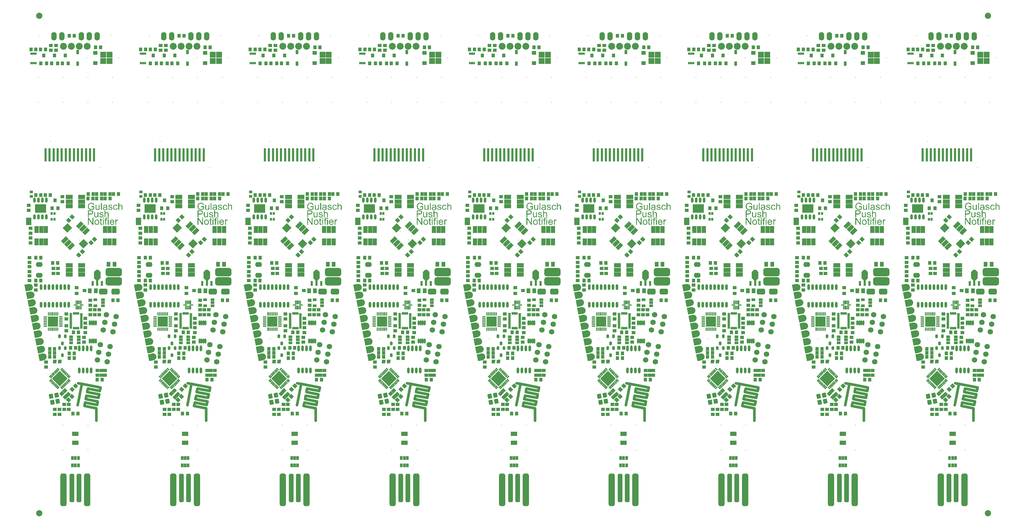
<source format=gbr>
G04 Layer_Color=8388736*
%FSLAX25Y25*%
%MOIN*%
%TF.FileFunction,Soldermask,Top*%
%TF.Part,CustomerPanel*%
G01*
G75*
%TA.AperFunction,FiducialPad,Global*%
%ADD81C,0.07874*%
%TA.AperFunction,SMDPad,CuDef*%
%ADD82R,0.05131X0.03359*%
%ADD83O,0.03359X0.07296*%
G04:AMPARAMS|DCode=84|XSize=31.62mil|YSize=47.37mil|CornerRadius=6.95mil|HoleSize=0mil|Usage=FLASHONLY|Rotation=180.000|XOffset=0mil|YOffset=0mil|HoleType=Round|Shape=RoundedRectangle|*
%AMROUNDEDRECTD84*
21,1,0.03162,0.03347,0,0,180.0*
21,1,0.01772,0.04737,0,0,180.0*
1,1,0.01391,-0.00886,0.01673*
1,1,0.01391,0.00886,0.01673*
1,1,0.01391,0.00886,-0.01673*
1,1,0.01391,-0.00886,-0.01673*
%
%ADD84ROUNDEDRECTD84*%
%ADD85R,0.04737X0.04343*%
%ADD86O,0.03162X0.07493*%
%ADD87R,0.07493X0.07493*%
%ADD88R,0.05524X0.04737*%
%ADD89R,0.03556X0.05524*%
%ADD90R,0.02768X0.03753*%
%ADD91R,0.09068X0.05524*%
G04:AMPARAMS|DCode=92|XSize=51.31mil|YSize=86.74mil|CornerRadius=0mil|HoleSize=0mil|Usage=FLASHONLY|Rotation=135.000|XOffset=0mil|YOffset=0mil|HoleType=Round|Shape=Rectangle|*
%AMROTATEDRECTD92*
4,1,4,0.04881,0.01253,-0.01253,-0.04881,-0.04881,-0.01253,0.01253,0.04881,0.04881,0.01253,0.0*
%
%ADD92ROTATEDRECTD92*%

G04:AMPARAMS|DCode=93|XSize=82.8mil|YSize=86.74mil|CornerRadius=0mil|HoleSize=0mil|Usage=FLASHONLY|Rotation=135.000|XOffset=0mil|YOffset=0mil|HoleType=Round|Shape=Rectangle|*
%AMROTATEDRECTD93*
4,1,4,0.05994,0.00139,-0.00139,-0.05994,-0.05994,-0.00139,0.00139,0.05994,0.05994,0.00139,0.0*
%
%ADD93ROTATEDRECTD93*%

G04:AMPARAMS|DCode=94|XSize=59.18mil|YSize=51.31mil|CornerRadius=8.33mil|HoleSize=0mil|Usage=FLASHONLY|Rotation=281.000|XOffset=0mil|YOffset=0mil|HoleType=Round|Shape=RoundedRectangle|*
%AMROUNDEDRECTD94*
21,1,0.05918,0.03465,0,0,281.0*
21,1,0.04252,0.05131,0,0,281.0*
1,1,0.01666,-0.01295,-0.02418*
1,1,0.01666,-0.02106,0.01756*
1,1,0.01666,0.01295,0.02418*
1,1,0.01666,0.02106,-0.01756*
%
%ADD94ROUNDEDRECTD94*%
%ADD95R,0.14186X0.10642*%
%ADD96O,0.03162X0.06509*%
%ADD97O,0.04540X0.01587*%
%ADD98O,0.01587X0.04540*%
%ADD99R,0.13123X0.13123*%
%ADD100R,0.07887X0.05328*%
G04:AMPARAMS|DCode=101|XSize=47.37mil|YSize=43.43mil|CornerRadius=0mil|HoleSize=0mil|Usage=FLASHONLY|Rotation=315.000|XOffset=0mil|YOffset=0mil|HoleType=Round|Shape=Rectangle|*
%AMROTATEDRECTD101*
4,1,4,-0.03210,0.00139,-0.00139,0.03210,0.03210,-0.00139,0.00139,-0.03210,-0.03210,0.00139,0.0*
%
%ADD101ROTATEDRECTD101*%

%ADD102R,0.04343X0.04737*%
G04:AMPARAMS|DCode=103|XSize=47.37mil|YSize=43.43mil|CornerRadius=0mil|HoleSize=0mil|Usage=FLASHONLY|Rotation=269.600|XOffset=0mil|YOffset=0mil|HoleType=Round|Shape=Rectangle|*
%AMROTATEDRECTD103*
4,1,4,-0.02155,0.02384,0.02188,0.02353,0.02155,-0.02384,-0.02188,-0.02353,-0.02155,0.02384,0.0*
%
%ADD103ROTATEDRECTD103*%

%ADD104R,0.04540X0.04343*%
%ADD105O,0.02572X0.06312*%
%ADD106R,0.04343X0.04540*%
%ADD107R,0.05524X0.09068*%
%ADD108R,0.04343X0.03556*%
G04:AMPARAMS|DCode=109|XSize=47.37mil|YSize=43.43mil|CornerRadius=0mil|HoleSize=0mil|Usage=FLASHONLY|Rotation=225.000|XOffset=0mil|YOffset=0mil|HoleType=Round|Shape=Rectangle|*
%AMROTATEDRECTD109*
4,1,4,0.00139,0.03210,0.03210,0.00139,-0.00139,-0.03210,-0.03210,-0.00139,0.00139,0.03210,0.0*
%
%ADD109ROTATEDRECTD109*%

%ADD110R,0.03359X0.05131*%
G04:AMPARAMS|DCode=111|XSize=17.84mil|YSize=31.62mil|CornerRadius=5.97mil|HoleSize=0mil|Usage=FLASHONLY|Rotation=180.000|XOffset=0mil|YOffset=0mil|HoleType=Round|Shape=RoundedRectangle|*
%AMROUNDEDRECTD111*
21,1,0.01784,0.01968,0,0,180.0*
21,1,0.00591,0.03162,0,0,180.0*
1,1,0.01194,-0.00295,0.00984*
1,1,0.01194,0.00295,0.00984*
1,1,0.01194,0.00295,-0.00984*
1,1,0.01194,-0.00295,-0.00984*
%
%ADD111ROUNDEDRECTD111*%
%ADD112R,0.04540X0.01587*%
%ADD113R,0.01587X0.04540*%
%ADD114P,0.19505X4X180.0*%
G04:AMPARAMS|DCode=115|XSize=17.84mil|YSize=39.5mil|CornerRadius=0mil|HoleSize=0mil|Usage=FLASHONLY|Rotation=135.000|XOffset=0mil|YOffset=0mil|HoleType=Round|Shape=Round|*
%AMOVALD115*
21,1,0.02165,0.01784,0.00000,0.00000,225.0*
1,1,0.01784,0.00766,0.00766*
1,1,0.01784,-0.00766,-0.00766*
%
%ADD115OVALD115*%

G04:AMPARAMS|DCode=116|XSize=17.84mil|YSize=39.5mil|CornerRadius=0mil|HoleSize=0mil|Usage=FLASHONLY|Rotation=225.000|XOffset=0mil|YOffset=0mil|HoleType=Round|Shape=Round|*
%AMOVALD116*
21,1,0.02165,0.01784,0.00000,0.00000,315.0*
1,1,0.01784,-0.00766,0.00766*
1,1,0.01784,0.00766,-0.00766*
%
%ADD116OVALD116*%

%ADD117O,0.03556X0.01981*%
%ADD118O,0.01981X0.03556*%
G04:AMPARAMS|DCode=119|XSize=78mil|YSize=413.51mil|CornerRadius=21.5mil|HoleSize=0mil|Usage=FLASHONLY|Rotation=180.000|XOffset=0mil|YOffset=0mil|HoleType=Round|Shape=RoundedRectangle|*
%AMROUNDEDRECTD119*
21,1,0.07800,0.37051,0,0,180.0*
21,1,0.03500,0.41351,0,0,180.0*
1,1,0.04300,-0.01750,0.18526*
1,1,0.04300,0.01750,0.18526*
1,1,0.04300,0.01750,-0.18526*
1,1,0.04300,-0.01750,-0.18526*
%
%ADD119ROUNDEDRECTD119*%
G04:AMPARAMS|DCode=120|XSize=59.18mil|YSize=362.33mil|CornerRadius=16.8mil|HoleSize=0mil|Usage=FLASHONLY|Rotation=180.000|XOffset=0mil|YOffset=0mil|HoleType=Round|Shape=RoundedRectangle|*
%AMROUNDEDRECTD120*
21,1,0.05918,0.32874,0,0,180.0*
21,1,0.02559,0.36233,0,0,180.0*
1,1,0.03359,-0.01279,0.16437*
1,1,0.03359,0.01279,0.16437*
1,1,0.03359,0.01279,-0.16437*
1,1,0.03359,-0.01279,-0.16437*
%
%ADD120ROUNDEDRECTD120*%
%ADD121R,0.06706X0.04737*%
G04:AMPARAMS|DCode=122|XSize=106.42mil|YSize=204.85mil|CornerRadius=28.61mil|HoleSize=0mil|Usage=FLASHONLY|Rotation=270.000|XOffset=0mil|YOffset=0mil|HoleType=Round|Shape=RoundedRectangle|*
%AMROUNDEDRECTD122*
21,1,0.10642,0.14764,0,0,270.0*
21,1,0.04921,0.20485,0,0,270.0*
1,1,0.05721,-0.07382,-0.02461*
1,1,0.05721,-0.07382,0.02461*
1,1,0.05721,0.07382,0.02461*
1,1,0.05721,0.07382,-0.02461*
%
%ADD122ROUNDEDRECTD122*%
G04:AMPARAMS|DCode=123|XSize=106.42mil|YSize=74.93mil|CornerRadius=20.73mil|HoleSize=0mil|Usage=FLASHONLY|Rotation=180.000|XOffset=0mil|YOffset=0mil|HoleType=Round|Shape=RoundedRectangle|*
%AMROUNDEDRECTD123*
21,1,0.10642,0.03347,0,0,180.0*
21,1,0.06496,0.07493,0,0,180.0*
1,1,0.04146,-0.03248,0.01673*
1,1,0.04146,0.03248,0.01673*
1,1,0.04146,0.03248,-0.01673*
1,1,0.04146,-0.03248,-0.01673*
%
%ADD123ROUNDEDRECTD123*%
%ADD124R,0.03162X0.06312*%
%ADD125R,0.03162X0.07887*%
%ADD126R,0.04934X0.06312*%
%ADD127R,0.02965X0.16548*%
G04:AMPARAMS|DCode=128|XSize=83mil|YSize=33mil|CornerRadius=0mil|HoleSize=0mil|Usage=FLASHONLY|Rotation=349.000|XOffset=0mil|YOffset=0mil|HoleType=Round|Shape=Round|*
%AMOVALD128*
21,1,0.05000,0.03300,0.00000,0.00000,349.0*
1,1,0.03300,-0.02454,0.00477*
1,1,0.03300,0.02454,-0.00477*
%
%ADD128OVALD128*%

%TA.AperFunction,Conductor*%
%ADD129C,0.03300*%
%TA.AperFunction,ComponentPad*%
%ADD130C,0.00800*%
%ADD131C,0.08674*%
%TA.AperFunction,WasherPad*%
%ADD132C,0.00800*%
%TA.AperFunction,ViaPad*%
%ADD133C,0.08674*%
%TA.AperFunction,ComponentPad*%
%ADD134C,0.03300*%
%ADD135O,0.06800X0.10737*%
%ADD136C,0.06800*%
%ADD137O,0.08674X0.06312*%
%TA.AperFunction,ViaPad*%
%ADD138C,0.02768*%
%TA.AperFunction,NonConductor*%
G04:AMPARAMS|DCode=139|XSize=60.83mil|YSize=86.74mil|CornerRadius=0mil|HoleSize=0mil|Usage=FLASHONLY|Rotation=11.000|XOffset=0mil|YOffset=0mil|HoleType=Round|Shape=Rectangle|*
%AMROTATEDRECTD139*
4,1,4,-0.02158,-0.04838,-0.03813,0.03677,0.02158,0.04838,0.03813,-0.03677,-0.02158,-0.04838,0.0*
%
%ADD139ROTATEDRECTD139*%

G04:AMPARAMS|DCode=140|XSize=60.7mil|YSize=86.61mil|CornerRadius=0mil|HoleSize=0mil|Usage=FLASHONLY|Rotation=11.000|XOffset=0mil|YOffset=0mil|HoleType=Round|Shape=Rectangle|*
%AMROTATEDRECTD140*
4,1,4,-0.02153,-0.04830,-0.03806,0.03672,0.02153,0.04830,0.03806,-0.03672,-0.02153,-0.04830,0.0*
%
%ADD140ROTATEDRECTD140*%

G36*
X1196255Y400622D02*
X1196354Y400612D01*
X1196462Y400602D01*
X1196581Y400592D01*
X1196847Y400553D01*
X1197143Y400503D01*
X1197439Y400424D01*
X1197736Y400316D01*
X1197745D01*
X1197775Y400306D01*
X1197814Y400286D01*
X1197864Y400257D01*
X1197933Y400227D01*
X1198002Y400187D01*
X1198180Y400089D01*
X1198377Y399970D01*
X1198575Y399822D01*
X1198772Y399645D01*
X1198950Y399447D01*
X1198959Y399437D01*
X1198969Y399418D01*
X1198989Y399388D01*
X1199019Y399349D01*
X1199058Y399289D01*
X1199098Y399230D01*
X1199147Y399151D01*
X1199196Y399062D01*
X1199255Y398964D01*
X1199305Y398855D01*
X1199423Y398608D01*
X1199532Y398322D01*
X1199621Y398006D01*
X1198565Y397720D01*
Y397730D01*
X1198555Y397750D01*
X1198545Y397789D01*
X1198525Y397829D01*
X1198505Y397888D01*
X1198486Y397957D01*
X1198426Y398105D01*
X1198357Y398273D01*
X1198278Y398450D01*
X1198180Y398618D01*
X1198071Y398776D01*
X1198061Y398796D01*
X1198012Y398845D01*
X1197953Y398914D01*
X1197854Y399003D01*
X1197736Y399102D01*
X1197587Y399201D01*
X1197420Y399299D01*
X1197222Y399398D01*
X1197212D01*
X1197203Y399408D01*
X1197173Y399418D01*
X1197124Y399437D01*
X1197074Y399457D01*
X1197015Y399477D01*
X1196867Y399516D01*
X1196689Y399556D01*
X1196482Y399595D01*
X1196265Y399625D01*
X1196018Y399635D01*
X1195880D01*
X1195811Y399625D01*
X1195732D01*
X1195643Y399615D01*
X1195544Y399605D01*
X1195327Y399576D01*
X1195090Y399526D01*
X1194853Y399467D01*
X1194627Y399388D01*
X1194617D01*
X1194597Y399378D01*
X1194567Y399358D01*
X1194528Y399339D01*
X1194419Y399289D01*
X1194291Y399210D01*
X1194143Y399121D01*
X1193985Y399013D01*
X1193827Y398885D01*
X1193689Y398737D01*
X1193669Y398717D01*
X1193630Y398668D01*
X1193570Y398589D01*
X1193491Y398480D01*
X1193403Y398352D01*
X1193304Y398204D01*
X1193215Y398046D01*
X1193136Y397868D01*
Y397858D01*
X1193126Y397829D01*
X1193106Y397789D01*
X1193087Y397730D01*
X1193057Y397651D01*
X1193027Y397562D01*
X1192998Y397453D01*
X1192968Y397335D01*
X1192939Y397207D01*
X1192909Y397069D01*
X1192850Y396773D01*
X1192810Y396437D01*
X1192801Y396082D01*
Y396072D01*
Y396032D01*
Y395963D01*
X1192810Y395884D01*
Y395785D01*
X1192820Y395667D01*
X1192830Y395529D01*
X1192850Y395391D01*
X1192899Y395075D01*
X1192968Y394749D01*
X1193067Y394414D01*
X1193205Y394098D01*
X1193215Y394088D01*
X1193225Y394068D01*
X1193245Y394019D01*
X1193284Y393969D01*
X1193324Y393900D01*
X1193373Y393831D01*
X1193501Y393654D01*
X1193669Y393466D01*
X1193876Y393269D01*
X1194113Y393081D01*
X1194380Y392923D01*
X1194390D01*
X1194419Y392903D01*
X1194459Y392884D01*
X1194518Y392864D01*
X1194587Y392834D01*
X1194676Y392805D01*
X1194775Y392765D01*
X1194883Y392736D01*
X1195002Y392696D01*
X1195130Y392657D01*
X1195406Y392598D01*
X1195712Y392558D01*
X1196038Y392538D01*
X1196166D01*
X1196235Y392548D01*
X1196314Y392558D01*
X1196403D01*
X1196502Y392578D01*
X1196729Y392607D01*
X1196976Y392657D01*
X1197242Y392726D01*
X1197509Y392825D01*
X1197518D01*
X1197538Y392834D01*
X1197578Y392854D01*
X1197627Y392874D01*
X1197686Y392903D01*
X1197755Y392933D01*
X1197923Y393012D01*
X1198101Y393111D01*
X1198288Y393209D01*
X1198456Y393328D01*
X1198614Y393446D01*
Y395105D01*
X1196018D01*
Y396151D01*
X1199759D01*
Y392864D01*
X1199749Y392854D01*
X1199719Y392834D01*
X1199670Y392795D01*
X1199611Y392755D01*
X1199532Y392696D01*
X1199433Y392627D01*
X1199325Y392558D01*
X1199206Y392479D01*
X1199078Y392400D01*
X1198940Y392311D01*
X1198644Y392144D01*
X1198318Y391986D01*
X1197972Y391838D01*
X1197963D01*
X1197933Y391828D01*
X1197884Y391808D01*
X1197814Y391788D01*
X1197736Y391758D01*
X1197637Y391729D01*
X1197518Y391699D01*
X1197400Y391670D01*
X1197262Y391630D01*
X1197114Y391601D01*
X1196798Y391551D01*
X1196452Y391512D01*
X1196097Y391492D01*
X1195969D01*
X1195880Y391502D01*
X1195761Y391512D01*
X1195633Y391522D01*
X1195485Y391541D01*
X1195317Y391561D01*
X1195140Y391591D01*
X1194952Y391630D01*
X1194557Y391729D01*
X1194350Y391788D01*
X1194143Y391867D01*
X1193946Y391946D01*
X1193738Y392045D01*
X1193728Y392055D01*
X1193689Y392074D01*
X1193639Y392104D01*
X1193561Y392153D01*
X1193472Y392203D01*
X1193373Y392282D01*
X1193255Y392361D01*
X1193136Y392459D01*
X1193008Y392568D01*
X1192879Y392686D01*
X1192741Y392815D01*
X1192613Y392963D01*
X1192475Y393121D01*
X1192356Y393288D01*
X1192238Y393466D01*
X1192129Y393654D01*
X1192120Y393663D01*
X1192110Y393703D01*
X1192080Y393762D01*
X1192050Y393841D01*
X1192011Y393940D01*
X1191962Y394058D01*
X1191912Y394196D01*
X1191863Y394344D01*
X1191813Y394512D01*
X1191764Y394690D01*
X1191725Y394887D01*
X1191675Y395095D01*
X1191646Y395312D01*
X1191616Y395539D01*
X1191606Y395776D01*
X1191596Y396012D01*
Y396032D01*
Y396072D01*
Y396141D01*
X1191606Y396230D01*
X1191616Y396348D01*
X1191626Y396476D01*
X1191646Y396634D01*
X1191665Y396802D01*
X1191695Y396980D01*
X1191725Y397167D01*
X1191823Y397572D01*
X1191883Y397789D01*
X1191952Y397996D01*
X1192041Y398214D01*
X1192129Y398421D01*
X1192139Y398431D01*
X1192159Y398470D01*
X1192189Y398529D01*
X1192228Y398608D01*
X1192287Y398697D01*
X1192356Y398806D01*
X1192435Y398924D01*
X1192524Y399053D01*
X1192633Y399181D01*
X1192751Y399319D01*
X1192870Y399457D01*
X1193008Y399595D01*
X1193166Y399733D01*
X1193324Y399862D01*
X1193491Y399980D01*
X1193679Y400089D01*
X1193689Y400099D01*
X1193728Y400109D01*
X1193778Y400138D01*
X1193857Y400178D01*
X1193955Y400217D01*
X1194074Y400257D01*
X1194202Y400306D01*
X1194350Y400365D01*
X1194518Y400415D01*
X1194696Y400464D01*
X1194883Y400503D01*
X1195090Y400543D01*
X1195308Y400582D01*
X1195535Y400612D01*
X1195761Y400622D01*
X1196008Y400632D01*
X1196166D01*
X1196255Y400622D01*
D02*
G37*
G36*
X1057457D02*
X1057555Y400612D01*
X1057664Y400602D01*
X1057782Y400592D01*
X1058049Y400553D01*
X1058345Y400503D01*
X1058641Y400424D01*
X1058937Y400316D01*
X1058947D01*
X1058977Y400306D01*
X1059016Y400286D01*
X1059066Y400257D01*
X1059135Y400227D01*
X1059204Y400187D01*
X1059381Y400089D01*
X1059579Y399970D01*
X1059776Y399822D01*
X1059974Y399645D01*
X1060151Y399447D01*
X1060161Y399437D01*
X1060171Y399418D01*
X1060191Y399388D01*
X1060220Y399349D01*
X1060260Y399289D01*
X1060299Y399230D01*
X1060349Y399151D01*
X1060398Y399062D01*
X1060457Y398964D01*
X1060507Y398855D01*
X1060625Y398608D01*
X1060734Y398322D01*
X1060822Y398006D01*
X1059766Y397720D01*
Y397730D01*
X1059756Y397750D01*
X1059747Y397789D01*
X1059727Y397829D01*
X1059707Y397888D01*
X1059687Y397957D01*
X1059628Y398105D01*
X1059559Y398273D01*
X1059480Y398450D01*
X1059381Y398618D01*
X1059273Y398776D01*
X1059263Y398796D01*
X1059214Y398845D01*
X1059154Y398914D01*
X1059056Y399003D01*
X1058937Y399102D01*
X1058789Y399201D01*
X1058621Y399299D01*
X1058424Y399398D01*
X1058414D01*
X1058404Y399408D01*
X1058375Y399418D01*
X1058325Y399437D01*
X1058276Y399457D01*
X1058217Y399477D01*
X1058069Y399516D01*
X1057891Y399556D01*
X1057684Y399595D01*
X1057467Y399625D01*
X1057220Y399635D01*
X1057082D01*
X1057013Y399625D01*
X1056934D01*
X1056845Y399615D01*
X1056746Y399605D01*
X1056529Y399576D01*
X1056292Y399526D01*
X1056055Y399467D01*
X1055828Y399388D01*
X1055818D01*
X1055799Y399378D01*
X1055769Y399358D01*
X1055729Y399339D01*
X1055621Y399289D01*
X1055493Y399210D01*
X1055345Y399121D01*
X1055187Y399013D01*
X1055029Y398885D01*
X1054891Y398737D01*
X1054871Y398717D01*
X1054831Y398668D01*
X1054772Y398589D01*
X1054693Y398480D01*
X1054604Y398352D01*
X1054506Y398204D01*
X1054417Y398046D01*
X1054338Y397868D01*
Y397858D01*
X1054328Y397829D01*
X1054308Y397789D01*
X1054288Y397730D01*
X1054259Y397651D01*
X1054229Y397562D01*
X1054200Y397453D01*
X1054170Y397335D01*
X1054140Y397207D01*
X1054111Y397069D01*
X1054052Y396773D01*
X1054012Y396437D01*
X1054002Y396082D01*
Y396072D01*
Y396032D01*
Y395963D01*
X1054012Y395884D01*
Y395785D01*
X1054022Y395667D01*
X1054032Y395529D01*
X1054052Y395391D01*
X1054101Y395075D01*
X1054170Y394749D01*
X1054269Y394414D01*
X1054407Y394098D01*
X1054417Y394088D01*
X1054427Y394068D01*
X1054446Y394019D01*
X1054486Y393969D01*
X1054525Y393900D01*
X1054575Y393831D01*
X1054703Y393654D01*
X1054871Y393466D01*
X1055078Y393269D01*
X1055315Y393081D01*
X1055581Y392923D01*
X1055591D01*
X1055621Y392903D01*
X1055660Y392884D01*
X1055720Y392864D01*
X1055789Y392834D01*
X1055878Y392805D01*
X1055976Y392765D01*
X1056085Y392736D01*
X1056203Y392696D01*
X1056332Y392657D01*
X1056608Y392598D01*
X1056914Y392558D01*
X1057240Y392538D01*
X1057368D01*
X1057437Y392548D01*
X1057516Y392558D01*
X1057605D01*
X1057703Y392578D01*
X1057930Y392607D01*
X1058177Y392657D01*
X1058444Y392726D01*
X1058710Y392825D01*
X1058720D01*
X1058740Y392834D01*
X1058779Y392854D01*
X1058829Y392874D01*
X1058888Y392903D01*
X1058957Y392933D01*
X1059125Y393012D01*
X1059302Y393111D01*
X1059490Y393209D01*
X1059658Y393328D01*
X1059816Y393446D01*
Y395105D01*
X1057220D01*
Y396151D01*
X1060961D01*
Y392864D01*
X1060951Y392854D01*
X1060921Y392834D01*
X1060872Y392795D01*
X1060813Y392755D01*
X1060734Y392696D01*
X1060635Y392627D01*
X1060526Y392558D01*
X1060408Y392479D01*
X1060280Y392400D01*
X1060141Y392311D01*
X1059845Y392144D01*
X1059520Y391986D01*
X1059174Y391838D01*
X1059164D01*
X1059135Y391828D01*
X1059085Y391808D01*
X1059016Y391788D01*
X1058937Y391758D01*
X1058839Y391729D01*
X1058720Y391699D01*
X1058602Y391670D01*
X1058463Y391630D01*
X1058315Y391601D01*
X1058000Y391551D01*
X1057654Y391512D01*
X1057299Y391492D01*
X1057170D01*
X1057082Y391502D01*
X1056963Y391512D01*
X1056835Y391522D01*
X1056687Y391541D01*
X1056519Y391561D01*
X1056341Y391591D01*
X1056154Y391630D01*
X1055759Y391729D01*
X1055552Y391788D01*
X1055345Y391867D01*
X1055147Y391946D01*
X1054940Y392045D01*
X1054930Y392055D01*
X1054891Y392074D01*
X1054841Y392104D01*
X1054762Y392153D01*
X1054673Y392203D01*
X1054575Y392282D01*
X1054456Y392361D01*
X1054338Y392459D01*
X1054210Y392568D01*
X1054081Y392686D01*
X1053943Y392815D01*
X1053815Y392963D01*
X1053677Y393121D01*
X1053558Y393288D01*
X1053440Y393466D01*
X1053331Y393654D01*
X1053321Y393663D01*
X1053311Y393703D01*
X1053282Y393762D01*
X1053252Y393841D01*
X1053213Y393940D01*
X1053163Y394058D01*
X1053114Y394196D01*
X1053065Y394344D01*
X1053015Y394512D01*
X1052966Y394690D01*
X1052926Y394887D01*
X1052877Y395095D01*
X1052847Y395312D01*
X1052818Y395539D01*
X1052808Y395776D01*
X1052798Y396012D01*
Y396032D01*
Y396072D01*
Y396141D01*
X1052808Y396230D01*
X1052818Y396348D01*
X1052828Y396476D01*
X1052847Y396634D01*
X1052867Y396802D01*
X1052897Y396980D01*
X1052926Y397167D01*
X1053025Y397572D01*
X1053084Y397789D01*
X1053153Y397996D01*
X1053242Y398214D01*
X1053331Y398421D01*
X1053341Y398431D01*
X1053361Y398470D01*
X1053390Y398529D01*
X1053430Y398608D01*
X1053489Y398697D01*
X1053558Y398806D01*
X1053637Y398924D01*
X1053726Y399053D01*
X1053835Y399181D01*
X1053953Y399319D01*
X1054071Y399457D01*
X1054210Y399595D01*
X1054367Y399733D01*
X1054525Y399862D01*
X1054693Y399980D01*
X1054881Y400089D01*
X1054891Y400099D01*
X1054930Y400109D01*
X1054979Y400138D01*
X1055058Y400178D01*
X1055157Y400217D01*
X1055276Y400257D01*
X1055404Y400306D01*
X1055552Y400365D01*
X1055720Y400415D01*
X1055897Y400464D01*
X1056085Y400503D01*
X1056292Y400543D01*
X1056509Y400582D01*
X1056736Y400612D01*
X1056963Y400622D01*
X1057210Y400632D01*
X1057368D01*
X1057457Y400622D01*
D02*
G37*
G36*
X918659D02*
X918757Y400612D01*
X918866Y400602D01*
X918984Y400592D01*
X919251Y400553D01*
X919547Y400503D01*
X919843Y400424D01*
X920139Y400316D01*
X920149D01*
X920179Y400306D01*
X920218Y400286D01*
X920267Y400257D01*
X920336Y400227D01*
X920405Y400187D01*
X920583Y400089D01*
X920780Y399970D01*
X920978Y399822D01*
X921175Y399645D01*
X921353Y399447D01*
X921363Y399437D01*
X921373Y399418D01*
X921393Y399388D01*
X921422Y399349D01*
X921462Y399289D01*
X921501Y399230D01*
X921550Y399151D01*
X921600Y399062D01*
X921659Y398964D01*
X921708Y398855D01*
X921827Y398608D01*
X921935Y398322D01*
X922024Y398006D01*
X920968Y397720D01*
Y397730D01*
X920958Y397750D01*
X920948Y397789D01*
X920929Y397829D01*
X920909Y397888D01*
X920889Y397957D01*
X920830Y398105D01*
X920761Y398273D01*
X920682Y398450D01*
X920583Y398618D01*
X920475Y398776D01*
X920465Y398796D01*
X920415Y398845D01*
X920356Y398914D01*
X920257Y399003D01*
X920139Y399102D01*
X919991Y399201D01*
X919823Y399299D01*
X919626Y399398D01*
X919616D01*
X919606Y399408D01*
X919576Y399418D01*
X919527Y399437D01*
X919478Y399457D01*
X919419Y399477D01*
X919270Y399516D01*
X919093Y399556D01*
X918886Y399595D01*
X918668Y399625D01*
X918422Y399635D01*
X918283D01*
X918214Y399625D01*
X918135D01*
X918046Y399615D01*
X917948Y399605D01*
X917731Y399576D01*
X917494Y399526D01*
X917257Y399467D01*
X917030Y399388D01*
X917020D01*
X917000Y399378D01*
X916971Y399358D01*
X916931Y399339D01*
X916823Y399289D01*
X916694Y399210D01*
X916546Y399121D01*
X916388Y399013D01*
X916230Y398885D01*
X916092Y398737D01*
X916072Y398717D01*
X916033Y398668D01*
X915974Y398589D01*
X915895Y398480D01*
X915806Y398352D01*
X915707Y398204D01*
X915619Y398046D01*
X915540Y397868D01*
Y397858D01*
X915530Y397829D01*
X915510Y397789D01*
X915490Y397730D01*
X915461Y397651D01*
X915431Y397562D01*
X915401Y397453D01*
X915372Y397335D01*
X915342Y397207D01*
X915313Y397069D01*
X915253Y396773D01*
X915214Y396437D01*
X915204Y396082D01*
Y396072D01*
Y396032D01*
Y395963D01*
X915214Y395884D01*
Y395785D01*
X915224Y395667D01*
X915234Y395529D01*
X915253Y395391D01*
X915303Y395075D01*
X915372Y394749D01*
X915471Y394414D01*
X915609Y394098D01*
X915619Y394088D01*
X915628Y394068D01*
X915648Y394019D01*
X915688Y393969D01*
X915727Y393900D01*
X915776Y393831D01*
X915905Y393654D01*
X916072Y393466D01*
X916280Y393269D01*
X916517Y393081D01*
X916783Y392923D01*
X916793D01*
X916823Y392903D01*
X916862Y392884D01*
X916921Y392864D01*
X916990Y392834D01*
X917079Y392805D01*
X917178Y392765D01*
X917286Y392736D01*
X917405Y392696D01*
X917533Y392657D01*
X917810Y392598D01*
X918116Y392558D01*
X918441Y392538D01*
X918570D01*
X918639Y392548D01*
X918718Y392558D01*
X918806D01*
X918905Y392578D01*
X919132Y392607D01*
X919379Y392657D01*
X919646Y392726D01*
X919912Y392825D01*
X919922D01*
X919942Y392834D01*
X919981Y392854D01*
X920030Y392874D01*
X920090Y392903D01*
X920159Y392933D01*
X920327Y393012D01*
X920504Y393111D01*
X920692Y393209D01*
X920860Y393328D01*
X921017Y393446D01*
Y395105D01*
X918422D01*
Y396151D01*
X922162D01*
Y392864D01*
X922153Y392854D01*
X922123Y392834D01*
X922073Y392795D01*
X922014Y392755D01*
X921935Y392696D01*
X921837Y392627D01*
X921728Y392558D01*
X921610Y392479D01*
X921481Y392400D01*
X921343Y392311D01*
X921047Y392144D01*
X920721Y391986D01*
X920376Y391838D01*
X920366D01*
X920336Y391828D01*
X920287Y391808D01*
X920218Y391788D01*
X920139Y391758D01*
X920040Y391729D01*
X919922Y391699D01*
X919803Y391670D01*
X919665Y391630D01*
X919517Y391601D01*
X919201Y391551D01*
X918856Y391512D01*
X918501Y391492D01*
X918372D01*
X918283Y391502D01*
X918165Y391512D01*
X918037Y391522D01*
X917889Y391541D01*
X917721Y391561D01*
X917543Y391591D01*
X917356Y391630D01*
X916961Y391729D01*
X916754Y391788D01*
X916546Y391867D01*
X916349Y391946D01*
X916142Y392045D01*
X916132Y392055D01*
X916092Y392074D01*
X916043Y392104D01*
X915964Y392153D01*
X915875Y392203D01*
X915776Y392282D01*
X915658Y392361D01*
X915540Y392459D01*
X915411Y392568D01*
X915283Y392686D01*
X915145Y392815D01*
X915016Y392963D01*
X914878Y393121D01*
X914760Y393288D01*
X914641Y393466D01*
X914533Y393654D01*
X914523Y393663D01*
X914513Y393703D01*
X914484Y393762D01*
X914454Y393841D01*
X914414Y393940D01*
X914365Y394058D01*
X914316Y394196D01*
X914266Y394344D01*
X914217Y394512D01*
X914168Y394690D01*
X914128Y394887D01*
X914079Y395095D01*
X914049Y395312D01*
X914020Y395539D01*
X914010Y395776D01*
X914000Y396012D01*
Y396032D01*
Y396072D01*
Y396141D01*
X914010Y396230D01*
X914020Y396348D01*
X914029Y396476D01*
X914049Y396634D01*
X914069Y396802D01*
X914098Y396980D01*
X914128Y397167D01*
X914227Y397572D01*
X914286Y397789D01*
X914355Y397996D01*
X914444Y398214D01*
X914533Y398421D01*
X914543Y398431D01*
X914562Y398470D01*
X914592Y398529D01*
X914631Y398608D01*
X914691Y398697D01*
X914760Y398806D01*
X914839Y398924D01*
X914928Y399053D01*
X915036Y399181D01*
X915155Y399319D01*
X915273Y399457D01*
X915411Y399595D01*
X915569Y399733D01*
X915727Y399862D01*
X915895Y399980D01*
X916082Y400089D01*
X916092Y400099D01*
X916132Y400109D01*
X916181Y400138D01*
X916260Y400178D01*
X916359Y400217D01*
X916477Y400257D01*
X916605Y400306D01*
X916754Y400365D01*
X916921Y400415D01*
X917099Y400464D01*
X917286Y400503D01*
X917494Y400543D01*
X917711Y400582D01*
X917938Y400612D01*
X918165Y400622D01*
X918412Y400632D01*
X918570D01*
X918659Y400622D01*
D02*
G37*
G36*
X779860D02*
X779959Y400612D01*
X780067Y400602D01*
X780186Y400592D01*
X780452Y400553D01*
X780749Y400503D01*
X781045Y400424D01*
X781341Y400316D01*
X781351D01*
X781380Y400306D01*
X781420Y400286D01*
X781469Y400257D01*
X781538Y400227D01*
X781607Y400187D01*
X781785Y400089D01*
X781982Y399970D01*
X782180Y399822D01*
X782377Y399645D01*
X782555Y399447D01*
X782565Y399437D01*
X782574Y399418D01*
X782594Y399388D01*
X782624Y399349D01*
X782663Y399289D01*
X782703Y399230D01*
X782752Y399151D01*
X782801Y399062D01*
X782861Y398964D01*
X782910Y398855D01*
X783029Y398608D01*
X783137Y398322D01*
X783226Y398006D01*
X782170Y397720D01*
Y397730D01*
X782160Y397750D01*
X782150Y397789D01*
X782130Y397829D01*
X782111Y397888D01*
X782091Y397957D01*
X782032Y398105D01*
X781962Y398273D01*
X781884Y398450D01*
X781785Y398618D01*
X781676Y398776D01*
X781666Y398796D01*
X781617Y398845D01*
X781558Y398914D01*
X781459Y399003D01*
X781341Y399102D01*
X781193Y399201D01*
X781025Y399299D01*
X780828Y399398D01*
X780818D01*
X780808Y399408D01*
X780778Y399418D01*
X780729Y399437D01*
X780679Y399457D01*
X780620Y399477D01*
X780472Y399516D01*
X780295Y399556D01*
X780087Y399595D01*
X779870Y399625D01*
X779623Y399635D01*
X779485D01*
X779416Y399625D01*
X779337D01*
X779248Y399615D01*
X779150Y399605D01*
X778932Y399576D01*
X778695Y399526D01*
X778459Y399467D01*
X778232Y399388D01*
X778222D01*
X778202Y399378D01*
X778172Y399358D01*
X778133Y399339D01*
X778024Y399289D01*
X777896Y399210D01*
X777748Y399121D01*
X777590Y399013D01*
X777432Y398885D01*
X777294Y398737D01*
X777274Y398717D01*
X777235Y398668D01*
X777176Y398589D01*
X777097Y398480D01*
X777008Y398352D01*
X776909Y398204D01*
X776820Y398046D01*
X776741Y397868D01*
Y397858D01*
X776731Y397829D01*
X776712Y397789D01*
X776692Y397730D01*
X776662Y397651D01*
X776633Y397562D01*
X776603Y397453D01*
X776574Y397335D01*
X776544Y397207D01*
X776514Y397069D01*
X776455Y396773D01*
X776416Y396437D01*
X776406Y396082D01*
Y396072D01*
Y396032D01*
Y395963D01*
X776416Y395884D01*
Y395785D01*
X776425Y395667D01*
X776435Y395529D01*
X776455Y395391D01*
X776504Y395075D01*
X776574Y394749D01*
X776672Y394414D01*
X776810Y394098D01*
X776820Y394088D01*
X776830Y394068D01*
X776850Y394019D01*
X776889Y393969D01*
X776929Y393900D01*
X776978Y393831D01*
X777107Y393654D01*
X777274Y393466D01*
X777482Y393269D01*
X777718Y393081D01*
X777985Y392923D01*
X777995D01*
X778024Y392903D01*
X778064Y392884D01*
X778123Y392864D01*
X778192Y392834D01*
X778281Y392805D01*
X778380Y392765D01*
X778488Y392736D01*
X778607Y392696D01*
X778735Y392657D01*
X779011Y392598D01*
X779317Y392558D01*
X779643Y392538D01*
X779771D01*
X779841Y392548D01*
X779919Y392558D01*
X780008D01*
X780107Y392578D01*
X780334Y392607D01*
X780581Y392657D01*
X780847Y392726D01*
X781114Y392825D01*
X781124D01*
X781143Y392834D01*
X781183Y392854D01*
X781232Y392874D01*
X781291Y392903D01*
X781360Y392933D01*
X781528Y393012D01*
X781706Y393111D01*
X781893Y393209D01*
X782061Y393328D01*
X782219Y393446D01*
Y395105D01*
X779623D01*
Y396151D01*
X783364D01*
Y392864D01*
X783354Y392854D01*
X783325Y392834D01*
X783275Y392795D01*
X783216Y392755D01*
X783137Y392696D01*
X783038Y392627D01*
X782930Y392558D01*
X782811Y392479D01*
X782683Y392400D01*
X782545Y392311D01*
X782249Y392144D01*
X781923Y391986D01*
X781578Y391838D01*
X781568D01*
X781538Y391828D01*
X781489Y391808D01*
X781420Y391788D01*
X781341Y391758D01*
X781242Y391729D01*
X781124Y391699D01*
X781005Y391670D01*
X780867Y391630D01*
X780719Y391601D01*
X780403Y391551D01*
X780058Y391512D01*
X779702Y391492D01*
X779574D01*
X779485Y391502D01*
X779367Y391512D01*
X779238Y391522D01*
X779090Y391541D01*
X778923Y391561D01*
X778745Y391591D01*
X778557Y391630D01*
X778163Y391729D01*
X777955Y391788D01*
X777748Y391867D01*
X777551Y391946D01*
X777343Y392045D01*
X777333Y392055D01*
X777294Y392074D01*
X777245Y392104D01*
X777166Y392153D01*
X777077Y392203D01*
X776978Y392282D01*
X776860Y392361D01*
X776741Y392459D01*
X776613Y392568D01*
X776485Y392686D01*
X776346Y392815D01*
X776218Y392963D01*
X776080Y393121D01*
X775961Y393288D01*
X775843Y393466D01*
X775735Y393654D01*
X775725Y393663D01*
X775715Y393703D01*
X775685Y393762D01*
X775656Y393841D01*
X775616Y393940D01*
X775567Y394058D01*
X775517Y394196D01*
X775468Y394344D01*
X775419Y394512D01*
X775369Y394690D01*
X775330Y394887D01*
X775281Y395095D01*
X775251Y395312D01*
X775221Y395539D01*
X775211Y395776D01*
X775202Y396012D01*
Y396032D01*
Y396072D01*
Y396141D01*
X775211Y396230D01*
X775221Y396348D01*
X775231Y396476D01*
X775251Y396634D01*
X775271Y396802D01*
X775300Y396980D01*
X775330Y397167D01*
X775429Y397572D01*
X775488Y397789D01*
X775557Y397996D01*
X775646Y398214D01*
X775735Y398421D01*
X775744Y398431D01*
X775764Y398470D01*
X775794Y398529D01*
X775833Y398608D01*
X775892Y398697D01*
X775961Y398806D01*
X776041Y398924D01*
X776129Y399053D01*
X776238Y399181D01*
X776356Y399319D01*
X776475Y399457D01*
X776613Y399595D01*
X776771Y399733D01*
X776929Y399862D01*
X777097Y399980D01*
X777284Y400089D01*
X777294Y400099D01*
X777333Y400109D01*
X777383Y400138D01*
X777462Y400178D01*
X777561Y400217D01*
X777679Y400257D01*
X777807Y400306D01*
X777955Y400365D01*
X778123Y400415D01*
X778301Y400464D01*
X778488Y400503D01*
X778695Y400543D01*
X778913Y400582D01*
X779140Y400612D01*
X779367Y400622D01*
X779613Y400632D01*
X779771D01*
X779860Y400622D01*
D02*
G37*
G36*
X641062D02*
X641161Y400612D01*
X641269Y400602D01*
X641388Y400592D01*
X641654Y400553D01*
X641950Y400503D01*
X642246Y400424D01*
X642542Y400316D01*
X642552D01*
X642582Y400306D01*
X642621Y400286D01*
X642671Y400257D01*
X642740Y400227D01*
X642809Y400187D01*
X642987Y400089D01*
X643184Y399970D01*
X643381Y399822D01*
X643579Y399645D01*
X643756Y399447D01*
X643766Y399437D01*
X643776Y399418D01*
X643796Y399388D01*
X643825Y399349D01*
X643865Y399289D01*
X643904Y399230D01*
X643954Y399151D01*
X644003Y399062D01*
X644062Y398964D01*
X644112Y398855D01*
X644230Y398608D01*
X644339Y398322D01*
X644428Y398006D01*
X643371Y397720D01*
Y397730D01*
X643362Y397750D01*
X643352Y397789D01*
X643332Y397829D01*
X643312Y397888D01*
X643293Y397957D01*
X643233Y398105D01*
X643164Y398273D01*
X643085Y398450D01*
X642987Y398618D01*
X642878Y398776D01*
X642868Y398796D01*
X642819Y398845D01*
X642760Y398914D01*
X642661Y399003D01*
X642542Y399102D01*
X642394Y399201D01*
X642227Y399299D01*
X642029Y399398D01*
X642019D01*
X642009Y399408D01*
X641980Y399418D01*
X641930Y399437D01*
X641881Y399457D01*
X641822Y399477D01*
X641674Y399516D01*
X641496Y399556D01*
X641289Y399595D01*
X641072Y399625D01*
X640825Y399635D01*
X640687D01*
X640618Y399625D01*
X640539D01*
X640450Y399615D01*
X640351Y399605D01*
X640134Y399576D01*
X639897Y399526D01*
X639660Y399467D01*
X639433Y399388D01*
X639424D01*
X639404Y399378D01*
X639374Y399358D01*
X639335Y399339D01*
X639226Y399289D01*
X639098Y399210D01*
X638950Y399121D01*
X638792Y399013D01*
X638634Y398885D01*
X638496Y398737D01*
X638476Y398717D01*
X638437Y398668D01*
X638377Y398589D01*
X638298Y398480D01*
X638209Y398352D01*
X638111Y398204D01*
X638022Y398046D01*
X637943Y397868D01*
Y397858D01*
X637933Y397829D01*
X637913Y397789D01*
X637894Y397730D01*
X637864Y397651D01*
X637834Y397562D01*
X637805Y397453D01*
X637775Y397335D01*
X637746Y397207D01*
X637716Y397069D01*
X637657Y396773D01*
X637617Y396437D01*
X637607Y396082D01*
Y396072D01*
Y396032D01*
Y395963D01*
X637617Y395884D01*
Y395785D01*
X637627Y395667D01*
X637637Y395529D01*
X637657Y395391D01*
X637706Y395075D01*
X637775Y394749D01*
X637874Y394414D01*
X638012Y394098D01*
X638022Y394088D01*
X638032Y394068D01*
X638052Y394019D01*
X638091Y393969D01*
X638131Y393900D01*
X638180Y393831D01*
X638308Y393654D01*
X638476Y393466D01*
X638683Y393269D01*
X638920Y393081D01*
X639187Y392923D01*
X639196D01*
X639226Y392903D01*
X639266Y392884D01*
X639325Y392864D01*
X639394Y392834D01*
X639483Y392805D01*
X639581Y392765D01*
X639690Y392736D01*
X639808Y392696D01*
X639937Y392657D01*
X640213Y392598D01*
X640519Y392558D01*
X640845Y392538D01*
X640973D01*
X641042Y392548D01*
X641121Y392558D01*
X641210D01*
X641309Y392578D01*
X641536Y392607D01*
X641782Y392657D01*
X642049Y392726D01*
X642315Y392825D01*
X642325D01*
X642345Y392834D01*
X642384Y392854D01*
X642434Y392874D01*
X642493Y392903D01*
X642562Y392933D01*
X642730Y393012D01*
X642908Y393111D01*
X643095Y393209D01*
X643263Y393328D01*
X643421Y393446D01*
Y395105D01*
X640825D01*
Y396151D01*
X644566D01*
Y392864D01*
X644556Y392854D01*
X644526Y392834D01*
X644477Y392795D01*
X644418Y392755D01*
X644339Y392696D01*
X644240Y392627D01*
X644132Y392558D01*
X644013Y392479D01*
X643885Y392400D01*
X643747Y392311D01*
X643450Y392144D01*
X643125Y391986D01*
X642779Y391838D01*
X642769D01*
X642740Y391828D01*
X642691Y391808D01*
X642621Y391788D01*
X642542Y391758D01*
X642444Y391729D01*
X642325Y391699D01*
X642207Y391670D01*
X642069Y391630D01*
X641921Y391601D01*
X641605Y391551D01*
X641259Y391512D01*
X640904Y391492D01*
X640776D01*
X640687Y391502D01*
X640568Y391512D01*
X640440Y391522D01*
X640292Y391541D01*
X640124Y391561D01*
X639947Y391591D01*
X639759Y391630D01*
X639364Y391729D01*
X639157Y391788D01*
X638950Y391867D01*
X638752Y391946D01*
X638545Y392045D01*
X638535Y392055D01*
X638496Y392074D01*
X638446Y392104D01*
X638367Y392153D01*
X638279Y392203D01*
X638180Y392282D01*
X638061Y392361D01*
X637943Y392459D01*
X637815Y392568D01*
X637686Y392686D01*
X637548Y392815D01*
X637420Y392963D01*
X637282Y393121D01*
X637163Y393288D01*
X637045Y393466D01*
X636936Y393654D01*
X636926Y393663D01*
X636916Y393703D01*
X636887Y393762D01*
X636857Y393841D01*
X636818Y393940D01*
X636768Y394058D01*
X636719Y394196D01*
X636670Y394344D01*
X636620Y394512D01*
X636571Y394690D01*
X636532Y394887D01*
X636482Y395095D01*
X636453Y395312D01*
X636423Y395539D01*
X636413Y395776D01*
X636403Y396012D01*
Y396032D01*
Y396072D01*
Y396141D01*
X636413Y396230D01*
X636423Y396348D01*
X636433Y396476D01*
X636453Y396634D01*
X636472Y396802D01*
X636502Y396980D01*
X636532Y397167D01*
X636630Y397572D01*
X636690Y397789D01*
X636759Y397996D01*
X636847Y398214D01*
X636936Y398421D01*
X636946Y398431D01*
X636966Y398470D01*
X636996Y398529D01*
X637035Y398608D01*
X637094Y398697D01*
X637163Y398806D01*
X637242Y398924D01*
X637331Y399053D01*
X637440Y399181D01*
X637558Y399319D01*
X637676Y399457D01*
X637815Y399595D01*
X637973Y399733D01*
X638131Y399862D01*
X638298Y399980D01*
X638486Y400089D01*
X638496Y400099D01*
X638535Y400109D01*
X638585Y400138D01*
X638663Y400178D01*
X638762Y400217D01*
X638881Y400257D01*
X639009Y400306D01*
X639157Y400365D01*
X639325Y400415D01*
X639502Y400464D01*
X639690Y400503D01*
X639897Y400543D01*
X640114Y400582D01*
X640341Y400612D01*
X640568Y400622D01*
X640815Y400632D01*
X640973D01*
X641062Y400622D01*
D02*
G37*
G36*
X502264D02*
X502362Y400612D01*
X502471Y400602D01*
X502589Y400592D01*
X502856Y400553D01*
X503152Y400503D01*
X503448Y400424D01*
X503744Y400316D01*
X503754D01*
X503784Y400306D01*
X503823Y400286D01*
X503872Y400257D01*
X503941Y400227D01*
X504011Y400187D01*
X504188Y400089D01*
X504386Y399970D01*
X504583Y399822D01*
X504780Y399645D01*
X504958Y399447D01*
X504968Y399437D01*
X504978Y399418D01*
X504998Y399388D01*
X505027Y399349D01*
X505067Y399289D01*
X505106Y399230D01*
X505156Y399151D01*
X505205Y399062D01*
X505264Y398964D01*
X505313Y398855D01*
X505432Y398608D01*
X505541Y398322D01*
X505629Y398006D01*
X504573Y397720D01*
Y397730D01*
X504563Y397750D01*
X504554Y397789D01*
X504534Y397829D01*
X504514Y397888D01*
X504494Y397957D01*
X504435Y398105D01*
X504366Y398273D01*
X504287Y398450D01*
X504188Y398618D01*
X504080Y398776D01*
X504070Y398796D01*
X504021Y398845D01*
X503961Y398914D01*
X503863Y399003D01*
X503744Y399102D01*
X503596Y399201D01*
X503428Y399299D01*
X503231Y399398D01*
X503221D01*
X503211Y399408D01*
X503182Y399418D01*
X503132Y399437D01*
X503083Y399457D01*
X503024Y399477D01*
X502876Y399516D01*
X502698Y399556D01*
X502491Y399595D01*
X502274Y399625D01*
X502027Y399635D01*
X501889D01*
X501820Y399625D01*
X501741D01*
X501652Y399615D01*
X501553Y399605D01*
X501336Y399576D01*
X501099Y399526D01*
X500862Y399467D01*
X500635Y399388D01*
X500625D01*
X500605Y399378D01*
X500576Y399358D01*
X500536Y399339D01*
X500428Y399289D01*
X500300Y399210D01*
X500151Y399121D01*
X499994Y399013D01*
X499836Y398885D01*
X499697Y398737D01*
X499678Y398717D01*
X499638Y398668D01*
X499579Y398589D01*
X499500Y398480D01*
X499411Y398352D01*
X499312Y398204D01*
X499224Y398046D01*
X499145Y397868D01*
Y397858D01*
X499135Y397829D01*
X499115Y397789D01*
X499095Y397730D01*
X499066Y397651D01*
X499036Y397562D01*
X499007Y397453D01*
X498977Y397335D01*
X498947Y397207D01*
X498918Y397069D01*
X498858Y396773D01*
X498819Y396437D01*
X498809Y396082D01*
Y396072D01*
Y396032D01*
Y395963D01*
X498819Y395884D01*
Y395785D01*
X498829Y395667D01*
X498839Y395529D01*
X498858Y395391D01*
X498908Y395075D01*
X498977Y394749D01*
X499076Y394414D01*
X499214Y394098D01*
X499224Y394088D01*
X499234Y394068D01*
X499253Y394019D01*
X499293Y393969D01*
X499332Y393900D01*
X499382Y393831D01*
X499510Y393654D01*
X499678Y393466D01*
X499885Y393269D01*
X500122Y393081D01*
X500388Y392923D01*
X500398D01*
X500428Y392903D01*
X500467Y392884D01*
X500527Y392864D01*
X500596Y392834D01*
X500684Y392805D01*
X500783Y392765D01*
X500892Y392736D01*
X501010Y392696D01*
X501138Y392657D01*
X501415Y392598D01*
X501721Y392558D01*
X502046Y392538D01*
X502175D01*
X502244Y392548D01*
X502323Y392558D01*
X502412D01*
X502510Y392578D01*
X502737Y392607D01*
X502984Y392657D01*
X503251Y392726D01*
X503517Y392825D01*
X503527D01*
X503547Y392834D01*
X503586Y392854D01*
X503636Y392874D01*
X503695Y392903D01*
X503764Y392933D01*
X503932Y393012D01*
X504109Y393111D01*
X504297Y393209D01*
X504465Y393328D01*
X504623Y393446D01*
Y395105D01*
X502027D01*
Y396151D01*
X505767D01*
Y392864D01*
X505758Y392854D01*
X505728Y392834D01*
X505679Y392795D01*
X505619Y392755D01*
X505541Y392696D01*
X505442Y392627D01*
X505333Y392558D01*
X505215Y392479D01*
X505087Y392400D01*
X504948Y392311D01*
X504652Y392144D01*
X504326Y391986D01*
X503981Y391838D01*
X503971D01*
X503941Y391828D01*
X503892Y391808D01*
X503823Y391788D01*
X503744Y391758D01*
X503645Y391729D01*
X503527Y391699D01*
X503409Y391670D01*
X503270Y391630D01*
X503122Y391601D01*
X502807Y391551D01*
X502461Y391512D01*
X502106Y391492D01*
X501977D01*
X501889Y391502D01*
X501770Y391512D01*
X501642Y391522D01*
X501494Y391541D01*
X501326Y391561D01*
X501148Y391591D01*
X500961Y391630D01*
X500566Y391729D01*
X500359Y391788D01*
X500151Y391867D01*
X499954Y391946D01*
X499747Y392045D01*
X499737Y392055D01*
X499697Y392074D01*
X499648Y392104D01*
X499569Y392153D01*
X499480Y392203D01*
X499382Y392282D01*
X499263Y392361D01*
X499145Y392459D01*
X499016Y392568D01*
X498888Y392686D01*
X498750Y392815D01*
X498622Y392963D01*
X498483Y393121D01*
X498365Y393288D01*
X498247Y393466D01*
X498138Y393654D01*
X498128Y393663D01*
X498118Y393703D01*
X498089Y393762D01*
X498059Y393841D01*
X498020Y393940D01*
X497970Y394058D01*
X497921Y394196D01*
X497871Y394344D01*
X497822Y394512D01*
X497773Y394690D01*
X497733Y394887D01*
X497684Y395095D01*
X497654Y395312D01*
X497625Y395539D01*
X497615Y395776D01*
X497605Y396012D01*
Y396032D01*
Y396072D01*
Y396141D01*
X497615Y396230D01*
X497625Y396348D01*
X497635Y396476D01*
X497654Y396634D01*
X497674Y396802D01*
X497704Y396980D01*
X497733Y397167D01*
X497832Y397572D01*
X497891Y397789D01*
X497960Y397996D01*
X498049Y398214D01*
X498138Y398421D01*
X498148Y398431D01*
X498168Y398470D01*
X498197Y398529D01*
X498237Y398608D01*
X498296Y398697D01*
X498365Y398806D01*
X498444Y398924D01*
X498533Y399053D01*
X498641Y399181D01*
X498760Y399319D01*
X498878Y399457D01*
X499016Y399595D01*
X499174Y399733D01*
X499332Y399862D01*
X499500Y399980D01*
X499688Y400089D01*
X499697Y400099D01*
X499737Y400109D01*
X499786Y400138D01*
X499865Y400178D01*
X499964Y400217D01*
X500082Y400257D01*
X500211Y400306D01*
X500359Y400365D01*
X500527Y400415D01*
X500704Y400464D01*
X500892Y400503D01*
X501099Y400543D01*
X501316Y400582D01*
X501543Y400612D01*
X501770Y400622D01*
X502017Y400632D01*
X502175D01*
X502264Y400622D01*
D02*
G37*
G36*
X363465D02*
X363564Y400612D01*
X363673Y400602D01*
X363791Y400592D01*
X364058Y400553D01*
X364354Y400503D01*
X364650Y400424D01*
X364946Y400316D01*
X364956D01*
X364985Y400306D01*
X365025Y400286D01*
X365074Y400257D01*
X365143Y400227D01*
X365212Y400187D01*
X365390Y400089D01*
X365587Y399970D01*
X365785Y399822D01*
X365982Y399645D01*
X366160Y399447D01*
X366170Y399437D01*
X366180Y399418D01*
X366199Y399388D01*
X366229Y399349D01*
X366268Y399289D01*
X366308Y399230D01*
X366357Y399151D01*
X366407Y399062D01*
X366466Y398964D01*
X366515Y398855D01*
X366634Y398608D01*
X366742Y398322D01*
X366831Y398006D01*
X365775Y397720D01*
Y397730D01*
X365765Y397750D01*
X365755Y397789D01*
X365736Y397829D01*
X365716Y397888D01*
X365696Y397957D01*
X365637Y398105D01*
X365568Y398273D01*
X365489Y398450D01*
X365390Y398618D01*
X365281Y398776D01*
X365272Y398796D01*
X365222Y398845D01*
X365163Y398914D01*
X365064Y399003D01*
X364946Y399102D01*
X364798Y399201D01*
X364630Y399299D01*
X364433Y399398D01*
X364423D01*
X364413Y399408D01*
X364383Y399418D01*
X364334Y399437D01*
X364285Y399457D01*
X364225Y399477D01*
X364077Y399516D01*
X363900Y399556D01*
X363692Y399595D01*
X363475Y399625D01*
X363229Y399635D01*
X363090D01*
X363021Y399625D01*
X362942D01*
X362853Y399615D01*
X362755Y399605D01*
X362538Y399576D01*
X362301Y399526D01*
X362064Y399467D01*
X361837Y399388D01*
X361827D01*
X361807Y399378D01*
X361778Y399358D01*
X361738Y399339D01*
X361630Y399289D01*
X361501Y399210D01*
X361353Y399121D01*
X361195Y399013D01*
X361037Y398885D01*
X360899Y398737D01*
X360879Y398717D01*
X360840Y398668D01*
X360781Y398589D01*
X360702Y398480D01*
X360613Y398352D01*
X360514Y398204D01*
X360425Y398046D01*
X360346Y397868D01*
Y397858D01*
X360337Y397829D01*
X360317Y397789D01*
X360297Y397730D01*
X360267Y397651D01*
X360238Y397562D01*
X360208Y397453D01*
X360179Y397335D01*
X360149Y397207D01*
X360119Y397069D01*
X360060Y396773D01*
X360021Y396437D01*
X360011Y396082D01*
Y396072D01*
Y396032D01*
Y395963D01*
X360021Y395884D01*
Y395785D01*
X360031Y395667D01*
X360040Y395529D01*
X360060Y395391D01*
X360110Y395075D01*
X360179Y394749D01*
X360277Y394414D01*
X360416Y394098D01*
X360425Y394088D01*
X360435Y394068D01*
X360455Y394019D01*
X360494Y393969D01*
X360534Y393900D01*
X360583Y393831D01*
X360712Y393654D01*
X360879Y393466D01*
X361087Y393269D01*
X361324Y393081D01*
X361590Y392923D01*
X361600D01*
X361630Y392903D01*
X361669Y392884D01*
X361728Y392864D01*
X361797Y392834D01*
X361886Y392805D01*
X361985Y392765D01*
X362093Y392736D01*
X362212Y392696D01*
X362340Y392657D01*
X362616Y392598D01*
X362923Y392558D01*
X363248Y392538D01*
X363376D01*
X363446Y392548D01*
X363525Y392558D01*
X363613D01*
X363712Y392578D01*
X363939Y392607D01*
X364186Y392657D01*
X364452Y392726D01*
X364719Y392825D01*
X364729D01*
X364749Y392834D01*
X364788Y392854D01*
X364837Y392874D01*
X364896Y392903D01*
X364966Y392933D01*
X365133Y393012D01*
X365311Y393111D01*
X365499Y393209D01*
X365666Y393328D01*
X365824Y393446D01*
Y395105D01*
X363229D01*
Y396151D01*
X366969D01*
Y392864D01*
X366959Y392854D01*
X366930Y392834D01*
X366880Y392795D01*
X366821Y392755D01*
X366742Y392696D01*
X366644Y392627D01*
X366535Y392558D01*
X366417Y392479D01*
X366288Y392400D01*
X366150Y392311D01*
X365854Y392144D01*
X365528Y391986D01*
X365183Y391838D01*
X365173D01*
X365143Y391828D01*
X365094Y391808D01*
X365025Y391788D01*
X364946Y391758D01*
X364847Y391729D01*
X364729Y391699D01*
X364610Y391670D01*
X364472Y391630D01*
X364324Y391601D01*
X364008Y391551D01*
X363663Y391512D01*
X363307Y391492D01*
X363179D01*
X363090Y391502D01*
X362972Y391512D01*
X362844Y391522D01*
X362696Y391541D01*
X362528Y391561D01*
X362350Y391591D01*
X362162Y391630D01*
X361768Y391729D01*
X361560Y391788D01*
X361353Y391867D01*
X361156Y391946D01*
X360948Y392045D01*
X360939Y392055D01*
X360899Y392074D01*
X360850Y392104D01*
X360771Y392153D01*
X360682Y392203D01*
X360583Y392282D01*
X360465Y392361D01*
X360346Y392459D01*
X360218Y392568D01*
X360090Y392686D01*
X359952Y392815D01*
X359823Y392963D01*
X359685Y393121D01*
X359567Y393288D01*
X359448Y393466D01*
X359340Y393654D01*
X359330Y393663D01*
X359320Y393703D01*
X359290Y393762D01*
X359261Y393841D01*
X359221Y393940D01*
X359172Y394058D01*
X359123Y394196D01*
X359073Y394344D01*
X359024Y394512D01*
X358975Y394690D01*
X358935Y394887D01*
X358886Y395095D01*
X358856Y395312D01*
X358826Y395539D01*
X358817Y395776D01*
X358807Y396012D01*
Y396032D01*
Y396072D01*
Y396141D01*
X358817Y396230D01*
X358826Y396348D01*
X358836Y396476D01*
X358856Y396634D01*
X358876Y396802D01*
X358905Y396980D01*
X358935Y397167D01*
X359034Y397572D01*
X359093Y397789D01*
X359162Y397996D01*
X359251Y398214D01*
X359340Y398421D01*
X359350Y398431D01*
X359369Y398470D01*
X359399Y398529D01*
X359438Y398608D01*
X359498Y398697D01*
X359567Y398806D01*
X359646Y398924D01*
X359735Y399053D01*
X359843Y399181D01*
X359962Y399319D01*
X360080Y399457D01*
X360218Y399595D01*
X360376Y399733D01*
X360534Y399862D01*
X360702Y399980D01*
X360889Y400089D01*
X360899Y400099D01*
X360939Y400109D01*
X360988Y400138D01*
X361067Y400178D01*
X361166Y400217D01*
X361284Y400257D01*
X361412Y400306D01*
X361560Y400365D01*
X361728Y400415D01*
X361906Y400464D01*
X362093Y400503D01*
X362301Y400543D01*
X362518Y400582D01*
X362745Y400612D01*
X362972Y400622D01*
X363219Y400632D01*
X363376D01*
X363465Y400622D01*
D02*
G37*
G36*
X224667D02*
X224766Y400612D01*
X224874Y400602D01*
X224993Y400592D01*
X225259Y400553D01*
X225555Y400503D01*
X225851Y400424D01*
X226148Y400316D01*
X226157D01*
X226187Y400306D01*
X226226Y400286D01*
X226276Y400257D01*
X226345Y400227D01*
X226414Y400187D01*
X226592Y400089D01*
X226789Y399970D01*
X226987Y399822D01*
X227184Y399645D01*
X227362Y399447D01*
X227372Y399437D01*
X227381Y399418D01*
X227401Y399388D01*
X227431Y399349D01*
X227470Y399289D01*
X227510Y399230D01*
X227559Y399151D01*
X227608Y399062D01*
X227668Y398964D01*
X227717Y398855D01*
X227835Y398608D01*
X227944Y398322D01*
X228033Y398006D01*
X226977Y397720D01*
Y397730D01*
X226967Y397750D01*
X226957Y397789D01*
X226937Y397829D01*
X226917Y397888D01*
X226898Y397957D01*
X226838Y398105D01*
X226769Y398273D01*
X226690Y398450D01*
X226592Y398618D01*
X226483Y398776D01*
X226473Y398796D01*
X226424Y398845D01*
X226365Y398914D01*
X226266Y399003D01*
X226148Y399102D01*
X225999Y399201D01*
X225832Y399299D01*
X225634Y399398D01*
X225624D01*
X225615Y399408D01*
X225585Y399418D01*
X225536Y399437D01*
X225486Y399457D01*
X225427Y399477D01*
X225279Y399516D01*
X225101Y399556D01*
X224894Y399595D01*
X224677Y399625D01*
X224430Y399635D01*
X224292D01*
X224223Y399625D01*
X224144D01*
X224055Y399615D01*
X223956Y399605D01*
X223739Y399576D01*
X223502Y399526D01*
X223266Y399467D01*
X223039Y399388D01*
X223029D01*
X223009Y399378D01*
X222979Y399358D01*
X222940Y399339D01*
X222831Y399289D01*
X222703Y399210D01*
X222555Y399121D01*
X222397Y399013D01*
X222239Y398885D01*
X222101Y398737D01*
X222081Y398717D01*
X222042Y398668D01*
X221982Y398589D01*
X221903Y398480D01*
X221815Y398352D01*
X221716Y398204D01*
X221627Y398046D01*
X221548Y397868D01*
Y397858D01*
X221538Y397829D01*
X221519Y397789D01*
X221499Y397730D01*
X221469Y397651D01*
X221440Y397562D01*
X221410Y397453D01*
X221380Y397335D01*
X221351Y397207D01*
X221321Y397069D01*
X221262Y396773D01*
X221222Y396437D01*
X221213Y396082D01*
Y396072D01*
Y396032D01*
Y395963D01*
X221222Y395884D01*
Y395785D01*
X221232Y395667D01*
X221242Y395529D01*
X221262Y395391D01*
X221311Y395075D01*
X221380Y394749D01*
X221479Y394414D01*
X221617Y394098D01*
X221627Y394088D01*
X221637Y394068D01*
X221657Y394019D01*
X221696Y393969D01*
X221736Y393900D01*
X221785Y393831D01*
X221913Y393654D01*
X222081Y393466D01*
X222288Y393269D01*
X222525Y393081D01*
X222792Y392923D01*
X222802D01*
X222831Y392903D01*
X222871Y392884D01*
X222930Y392864D01*
X222999Y392834D01*
X223088Y392805D01*
X223187Y392765D01*
X223295Y392736D01*
X223414Y392696D01*
X223542Y392657D01*
X223818Y392598D01*
X224124Y392558D01*
X224450Y392538D01*
X224578D01*
X224647Y392548D01*
X224726Y392558D01*
X224815D01*
X224914Y392578D01*
X225141Y392607D01*
X225388Y392657D01*
X225654Y392726D01*
X225921Y392825D01*
X225930D01*
X225950Y392834D01*
X225990Y392854D01*
X226039Y392874D01*
X226098Y392903D01*
X226167Y392933D01*
X226335Y393012D01*
X226513Y393111D01*
X226700Y393209D01*
X226868Y393328D01*
X227026Y393446D01*
Y395105D01*
X224430D01*
Y396151D01*
X228171D01*
Y392864D01*
X228161Y392854D01*
X228131Y392834D01*
X228082Y392795D01*
X228023Y392755D01*
X227944Y392696D01*
X227845Y392627D01*
X227737Y392558D01*
X227618Y392479D01*
X227490Y392400D01*
X227352Y392311D01*
X227056Y392144D01*
X226730Y391986D01*
X226384Y391838D01*
X226375D01*
X226345Y391828D01*
X226296Y391808D01*
X226226Y391788D01*
X226148Y391758D01*
X226049Y391729D01*
X225930Y391699D01*
X225812Y391670D01*
X225674Y391630D01*
X225526Y391601D01*
X225210Y391551D01*
X224865Y391512D01*
X224509Y391492D01*
X224381D01*
X224292Y391502D01*
X224174Y391512D01*
X224045Y391522D01*
X223897Y391541D01*
X223729Y391561D01*
X223552Y391591D01*
X223364Y391630D01*
X222969Y391729D01*
X222762Y391788D01*
X222555Y391867D01*
X222358Y391946D01*
X222150Y392045D01*
X222140Y392055D01*
X222101Y392074D01*
X222052Y392104D01*
X221973Y392153D01*
X221884Y392203D01*
X221785Y392282D01*
X221667Y392361D01*
X221548Y392459D01*
X221420Y392568D01*
X221291Y392686D01*
X221153Y392815D01*
X221025Y392963D01*
X220887Y393121D01*
X220768Y393288D01*
X220650Y393466D01*
X220541Y393654D01*
X220532Y393663D01*
X220522Y393703D01*
X220492Y393762D01*
X220462Y393841D01*
X220423Y393940D01*
X220374Y394058D01*
X220324Y394196D01*
X220275Y394344D01*
X220226Y394512D01*
X220176Y394690D01*
X220137Y394887D01*
X220087Y395095D01*
X220058Y395312D01*
X220028Y395539D01*
X220018Y395776D01*
X220008Y396012D01*
Y396032D01*
Y396072D01*
Y396141D01*
X220018Y396230D01*
X220028Y396348D01*
X220038Y396476D01*
X220058Y396634D01*
X220077Y396802D01*
X220107Y396980D01*
X220137Y397167D01*
X220235Y397572D01*
X220295Y397789D01*
X220364Y397996D01*
X220453Y398214D01*
X220541Y398421D01*
X220551Y398431D01*
X220571Y398470D01*
X220601Y398529D01*
X220640Y398608D01*
X220699Y398697D01*
X220768Y398806D01*
X220847Y398924D01*
X220936Y399053D01*
X221045Y399181D01*
X221163Y399319D01*
X221282Y399457D01*
X221420Y399595D01*
X221578Y399733D01*
X221736Y399862D01*
X221903Y399980D01*
X222091Y400089D01*
X222101Y400099D01*
X222140Y400109D01*
X222190Y400138D01*
X222269Y400178D01*
X222367Y400217D01*
X222486Y400257D01*
X222614Y400306D01*
X222762Y400365D01*
X222930Y400415D01*
X223108Y400464D01*
X223295Y400503D01*
X223502Y400543D01*
X223720Y400582D01*
X223947Y400612D01*
X224174Y400622D01*
X224420Y400632D01*
X224578D01*
X224667Y400622D01*
D02*
G37*
G36*
X85869D02*
X85967Y400612D01*
X86076Y400602D01*
X86194Y400592D01*
X86461Y400553D01*
X86757Y400503D01*
X87053Y400424D01*
X87349Y400316D01*
X87359D01*
X87389Y400306D01*
X87428Y400286D01*
X87478Y400257D01*
X87547Y400227D01*
X87616Y400187D01*
X87793Y400089D01*
X87991Y399970D01*
X88188Y399822D01*
X88386Y399645D01*
X88563Y399447D01*
X88573Y399437D01*
X88583Y399418D01*
X88603Y399388D01*
X88632Y399349D01*
X88672Y399289D01*
X88711Y399230D01*
X88761Y399151D01*
X88810Y399062D01*
X88869Y398964D01*
X88919Y398855D01*
X89037Y398608D01*
X89146Y398322D01*
X89235Y398006D01*
X88178Y397720D01*
Y397730D01*
X88169Y397750D01*
X88159Y397789D01*
X88139Y397829D01*
X88119Y397888D01*
X88099Y397957D01*
X88040Y398105D01*
X87971Y398273D01*
X87892Y398450D01*
X87793Y398618D01*
X87685Y398776D01*
X87675Y398796D01*
X87626Y398845D01*
X87566Y398914D01*
X87468Y399003D01*
X87349Y399102D01*
X87201Y399201D01*
X87033Y399299D01*
X86836Y399398D01*
X86826D01*
X86816Y399408D01*
X86787Y399418D01*
X86737Y399437D01*
X86688Y399457D01*
X86629Y399477D01*
X86481Y399516D01*
X86303Y399556D01*
X86096Y399595D01*
X85879Y399625D01*
X85632Y399635D01*
X85494D01*
X85425Y399625D01*
X85346D01*
X85257Y399615D01*
X85158Y399605D01*
X84941Y399576D01*
X84704Y399526D01*
X84467Y399467D01*
X84240Y399388D01*
X84230D01*
X84211Y399378D01*
X84181Y399358D01*
X84141Y399339D01*
X84033Y399289D01*
X83905Y399210D01*
X83757Y399121D01*
X83599Y399013D01*
X83441Y398885D01*
X83303Y398737D01*
X83283Y398717D01*
X83243Y398668D01*
X83184Y398589D01*
X83105Y398480D01*
X83016Y398352D01*
X82918Y398204D01*
X82829Y398046D01*
X82750Y397868D01*
Y397858D01*
X82740Y397829D01*
X82720Y397789D01*
X82701Y397730D01*
X82671Y397651D01*
X82641Y397562D01*
X82612Y397453D01*
X82582Y397335D01*
X82552Y397207D01*
X82523Y397069D01*
X82464Y396773D01*
X82424Y396437D01*
X82414Y396082D01*
Y396072D01*
Y396032D01*
Y395963D01*
X82424Y395884D01*
Y395785D01*
X82434Y395667D01*
X82444Y395529D01*
X82464Y395391D01*
X82513Y395075D01*
X82582Y394749D01*
X82681Y394414D01*
X82819Y394098D01*
X82829Y394088D01*
X82839Y394068D01*
X82859Y394019D01*
X82898Y393969D01*
X82937Y393900D01*
X82987Y393831D01*
X83115Y393654D01*
X83283Y393466D01*
X83490Y393269D01*
X83727Y393081D01*
X83994Y392923D01*
X84003D01*
X84033Y392903D01*
X84073Y392884D01*
X84132Y392864D01*
X84201Y392834D01*
X84290Y392805D01*
X84388Y392765D01*
X84497Y392736D01*
X84615Y392696D01*
X84744Y392657D01*
X85020Y392598D01*
X85326Y392558D01*
X85652Y392538D01*
X85780D01*
X85849Y392548D01*
X85928Y392558D01*
X86017D01*
X86115Y392578D01*
X86343Y392607D01*
X86589Y392657D01*
X86856Y392726D01*
X87122Y392825D01*
X87132D01*
X87152Y392834D01*
X87191Y392854D01*
X87241Y392874D01*
X87300Y392903D01*
X87369Y392933D01*
X87537Y393012D01*
X87714Y393111D01*
X87902Y393209D01*
X88070Y393328D01*
X88228Y393446D01*
Y395105D01*
X85632D01*
Y396151D01*
X89373D01*
Y392864D01*
X89363Y392854D01*
X89333Y392834D01*
X89284Y392795D01*
X89225Y392755D01*
X89146Y392696D01*
X89047Y392627D01*
X88938Y392558D01*
X88820Y392479D01*
X88692Y392400D01*
X88553Y392311D01*
X88257Y392144D01*
X87932Y391986D01*
X87586Y391838D01*
X87576D01*
X87547Y391828D01*
X87497Y391808D01*
X87428Y391788D01*
X87349Y391758D01*
X87251Y391729D01*
X87132Y391699D01*
X87014Y391670D01*
X86875Y391630D01*
X86727Y391601D01*
X86412Y391551D01*
X86066Y391512D01*
X85711Y391492D01*
X85583D01*
X85494Y391502D01*
X85375Y391512D01*
X85247Y391522D01*
X85099Y391541D01*
X84931Y391561D01*
X84754Y391591D01*
X84566Y391630D01*
X84171Y391729D01*
X83964Y391788D01*
X83757Y391867D01*
X83559Y391946D01*
X83352Y392045D01*
X83342Y392055D01*
X83303Y392074D01*
X83253Y392104D01*
X83174Y392153D01*
X83086Y392203D01*
X82987Y392282D01*
X82868Y392361D01*
X82750Y392459D01*
X82622Y392568D01*
X82493Y392686D01*
X82355Y392815D01*
X82227Y392963D01*
X82089Y393121D01*
X81970Y393288D01*
X81852Y393466D01*
X81743Y393654D01*
X81733Y393663D01*
X81723Y393703D01*
X81694Y393762D01*
X81664Y393841D01*
X81625Y393940D01*
X81575Y394058D01*
X81526Y394196D01*
X81477Y394344D01*
X81427Y394512D01*
X81378Y394690D01*
X81339Y394887D01*
X81289Y395095D01*
X81260Y395312D01*
X81230Y395539D01*
X81220Y395776D01*
X81210Y396012D01*
Y396032D01*
Y396072D01*
Y396141D01*
X81220Y396230D01*
X81230Y396348D01*
X81240Y396476D01*
X81260Y396634D01*
X81279Y396802D01*
X81309Y396980D01*
X81339Y397167D01*
X81437Y397572D01*
X81496Y397789D01*
X81565Y397996D01*
X81654Y398214D01*
X81743Y398421D01*
X81753Y398431D01*
X81773Y398470D01*
X81802Y398529D01*
X81842Y398608D01*
X81901Y398697D01*
X81970Y398806D01*
X82049Y398924D01*
X82138Y399053D01*
X82247Y399181D01*
X82365Y399319D01*
X82483Y399457D01*
X82622Y399595D01*
X82780Y399733D01*
X82937Y399862D01*
X83105Y399980D01*
X83293Y400089D01*
X83303Y400099D01*
X83342Y400109D01*
X83391Y400138D01*
X83470Y400178D01*
X83569Y400217D01*
X83688Y400257D01*
X83816Y400306D01*
X83964Y400365D01*
X84132Y400415D01*
X84309Y400464D01*
X84497Y400503D01*
X84704Y400543D01*
X84921Y400582D01*
X85148Y400612D01*
X85375Y400622D01*
X85622Y400632D01*
X85780D01*
X85869Y400622D01*
D02*
G37*
G36*
X1220091Y398174D02*
X1220170D01*
X1220348Y398154D01*
X1220555Y398134D01*
X1220782Y398095D01*
X1221009Y398036D01*
X1221226Y397967D01*
X1221236D01*
X1221256Y397957D01*
X1221285Y397947D01*
X1221325Y397927D01*
X1221424Y397878D01*
X1221542Y397809D01*
X1221680Y397730D01*
X1221818Y397621D01*
X1221957Y397513D01*
X1222065Y397375D01*
X1222075Y397355D01*
X1222114Y397305D01*
X1222154Y397227D01*
X1222213Y397108D01*
X1222282Y396970D01*
X1222342Y396802D01*
X1222401Y396605D01*
X1222450Y396388D01*
X1221394Y396239D01*
Y396249D01*
Y396259D01*
X1221374Y396319D01*
X1221354Y396407D01*
X1221315Y396526D01*
X1221256Y396644D01*
X1221177Y396773D01*
X1221078Y396901D01*
X1220960Y397009D01*
X1220940Y397019D01*
X1220900Y397059D01*
X1220821Y397098D01*
X1220713Y397157D01*
X1220565Y397207D01*
X1220407Y397256D01*
X1220210Y397286D01*
X1219983Y397296D01*
X1219864D01*
X1219795Y397286D01*
X1219726D01*
X1219568Y397266D01*
X1219390Y397236D01*
X1219213Y397187D01*
X1219045Y397128D01*
X1218976Y397088D01*
X1218907Y397039D01*
X1218897Y397029D01*
X1218857Y397000D01*
X1218808Y396940D01*
X1218749Y396871D01*
X1218690Y396792D01*
X1218640Y396693D01*
X1218601Y396585D01*
X1218591Y396466D01*
Y396457D01*
Y396427D01*
X1218601Y396388D01*
X1218611Y396338D01*
X1218650Y396210D01*
X1218680Y396151D01*
X1218719Y396082D01*
X1218729Y396072D01*
X1218749Y396052D01*
X1218778Y396022D01*
X1218828Y395983D01*
X1218877Y395934D01*
X1218956Y395894D01*
X1219035Y395845D01*
X1219134Y395795D01*
X1219144D01*
X1219173Y395785D01*
X1219232Y395766D01*
X1219321Y395736D01*
X1219380Y395726D01*
X1219440Y395707D01*
X1219519Y395677D01*
X1219617Y395657D01*
X1219716Y395628D01*
X1219835Y395598D01*
X1219963Y395559D01*
X1220101Y395519D01*
X1220111D01*
X1220150Y395509D01*
X1220210Y395489D01*
X1220288Y395470D01*
X1220387Y395440D01*
X1220496Y395410D01*
X1220614Y395381D01*
X1220743Y395341D01*
X1221009Y395262D01*
X1221276Y395174D01*
X1221394Y395134D01*
X1221512Y395095D01*
X1221621Y395055D01*
X1221710Y395016D01*
X1221720D01*
X1221729Y395006D01*
X1221789Y394976D01*
X1221868Y394937D01*
X1221966Y394868D01*
X1222085Y394789D01*
X1222203Y394690D01*
X1222312Y394571D01*
X1222420Y394443D01*
X1222430Y394423D01*
X1222460Y394374D01*
X1222509Y394295D01*
X1222559Y394186D01*
X1222598Y394048D01*
X1222647Y393891D01*
X1222677Y393713D01*
X1222687Y393515D01*
Y393506D01*
Y393496D01*
Y393466D01*
Y393427D01*
X1222667Y393318D01*
X1222647Y393190D01*
X1222608Y393032D01*
X1222549Y392864D01*
X1222470Y392686D01*
X1222361Y392499D01*
Y392489D01*
X1222351Y392479D01*
X1222302Y392420D01*
X1222233Y392331D01*
X1222124Y392232D01*
X1221996Y392114D01*
X1221838Y391986D01*
X1221660Y391867D01*
X1221443Y391758D01*
X1221433D01*
X1221414Y391749D01*
X1221384Y391739D01*
X1221335Y391719D01*
X1221285Y391699D01*
X1221216Y391680D01*
X1221137Y391650D01*
X1221058Y391630D01*
X1220851Y391581D01*
X1220624Y391541D01*
X1220377Y391512D01*
X1220101Y391502D01*
X1219983D01*
X1219894Y391512D01*
X1219795Y391522D01*
X1219667Y391531D01*
X1219538Y391541D01*
X1219390Y391571D01*
X1219084Y391630D01*
X1218769Y391719D01*
X1218611Y391778D01*
X1218462Y391847D01*
X1218324Y391926D01*
X1218196Y392015D01*
X1218186Y392025D01*
X1218166Y392035D01*
X1218137Y392074D01*
X1218087Y392114D01*
X1218038Y392163D01*
X1217979Y392232D01*
X1217920Y392311D01*
X1217851Y392400D01*
X1217782Y392499D01*
X1217712Y392617D01*
X1217634Y392745D01*
X1217574Y392884D01*
X1217505Y393032D01*
X1217456Y393190D01*
X1217406Y393367D01*
X1217367Y393555D01*
X1218443Y393723D01*
Y393713D01*
Y393693D01*
X1218453Y393663D01*
X1218462Y393614D01*
X1218492Y393496D01*
X1218542Y393357D01*
X1218601Y393190D01*
X1218690Y393032D01*
X1218798Y392864D01*
X1218936Y392726D01*
X1218956Y392716D01*
X1219015Y392676D01*
X1219104Y392617D01*
X1219232Y392558D01*
X1219400Y392499D01*
X1219598Y392440D01*
X1219825Y392400D01*
X1220091Y392390D01*
X1220160D01*
X1220210Y392400D01*
X1220279D01*
X1220348Y392410D01*
X1220516Y392430D01*
X1220693Y392459D01*
X1220881Y392518D01*
X1221058Y392588D01*
X1221206Y392686D01*
X1221226Y392696D01*
X1221266Y392745D01*
X1221325Y392805D01*
X1221394Y392894D01*
X1221453Y392992D01*
X1221512Y393121D01*
X1221552Y393259D01*
X1221572Y393407D01*
Y393427D01*
Y393466D01*
X1221552Y393535D01*
X1221532Y393614D01*
X1221493Y393703D01*
X1221443Y393802D01*
X1221364Y393900D01*
X1221256Y393979D01*
X1221246Y393989D01*
X1221206Y394009D01*
X1221137Y394039D01*
X1221088Y394058D01*
X1221029Y394078D01*
X1220960Y394108D01*
X1220881Y394137D01*
X1220792Y394167D01*
X1220693Y394196D01*
X1220575Y394236D01*
X1220446Y394275D01*
X1220298Y394315D01*
X1220140Y394354D01*
X1220131D01*
X1220091Y394364D01*
X1220022Y394384D01*
X1219943Y394404D01*
X1219844Y394433D01*
X1219736Y394463D01*
X1219608Y394493D01*
X1219479Y394532D01*
X1219203Y394611D01*
X1218926Y394700D01*
X1218798Y394739D01*
X1218680Y394779D01*
X1218571Y394828D01*
X1218472Y394868D01*
X1218453Y394877D01*
X1218393Y394907D01*
X1218314Y394956D01*
X1218216Y395025D01*
X1218107Y395114D01*
X1217989Y395223D01*
X1217880Y395341D01*
X1217782Y395479D01*
X1217772Y395499D01*
X1217742Y395549D01*
X1217702Y395628D01*
X1217663Y395736D01*
X1217624Y395855D01*
X1217584Y396003D01*
X1217554Y396170D01*
X1217545Y396338D01*
Y396348D01*
Y396358D01*
Y396407D01*
X1217554Y396496D01*
X1217564Y396595D01*
X1217594Y396713D01*
X1217624Y396851D01*
X1217673Y396990D01*
X1217732Y397128D01*
X1217742Y397148D01*
X1217772Y397187D01*
X1217811Y397256D01*
X1217870Y397345D01*
X1217949Y397434D01*
X1218048Y397533D01*
X1218157Y397641D01*
X1218275Y397730D01*
X1218285Y397740D01*
X1218324Y397760D01*
X1218374Y397799D01*
X1218453Y397838D01*
X1218551Y397888D01*
X1218670Y397947D01*
X1218798Y397996D01*
X1218956Y398046D01*
X1218966D01*
X1218976Y398056D01*
X1219035Y398065D01*
X1219124Y398085D01*
X1219242Y398115D01*
X1219380Y398144D01*
X1219548Y398164D01*
X1219716Y398174D01*
X1219904Y398184D01*
X1220032D01*
X1220091Y398174D01*
D02*
G37*
G36*
X1081293D02*
X1081372D01*
X1081549Y398154D01*
X1081757Y398134D01*
X1081984Y398095D01*
X1082211Y398036D01*
X1082428Y397967D01*
X1082438D01*
X1082458Y397957D01*
X1082487Y397947D01*
X1082527Y397927D01*
X1082625Y397878D01*
X1082744Y397809D01*
X1082882Y397730D01*
X1083020Y397621D01*
X1083158Y397513D01*
X1083267Y397375D01*
X1083277Y397355D01*
X1083316Y397305D01*
X1083356Y397227D01*
X1083415Y397108D01*
X1083484Y396970D01*
X1083543Y396802D01*
X1083602Y396605D01*
X1083652Y396388D01*
X1082596Y396239D01*
Y396249D01*
Y396259D01*
X1082576Y396319D01*
X1082556Y396407D01*
X1082517Y396526D01*
X1082458Y396644D01*
X1082378Y396773D01*
X1082280Y396901D01*
X1082161Y397009D01*
X1082142Y397019D01*
X1082102Y397059D01*
X1082023Y397098D01*
X1081915Y397157D01*
X1081767Y397207D01*
X1081609Y397256D01*
X1081411Y397286D01*
X1081184Y397296D01*
X1081066D01*
X1080997Y397286D01*
X1080928D01*
X1080770Y397266D01*
X1080592Y397236D01*
X1080414Y397187D01*
X1080247Y397128D01*
X1080177Y397088D01*
X1080108Y397039D01*
X1080099Y397029D01*
X1080059Y397000D01*
X1080010Y396940D01*
X1079951Y396871D01*
X1079891Y396792D01*
X1079842Y396693D01*
X1079802Y396585D01*
X1079793Y396466D01*
Y396457D01*
Y396427D01*
X1079802Y396388D01*
X1079812Y396338D01*
X1079852Y396210D01*
X1079881Y396151D01*
X1079921Y396082D01*
X1079931Y396072D01*
X1079951Y396052D01*
X1079980Y396022D01*
X1080029Y395983D01*
X1080079Y395934D01*
X1080158Y395894D01*
X1080237Y395845D01*
X1080335Y395795D01*
X1080345D01*
X1080375Y395785D01*
X1080434Y395766D01*
X1080523Y395736D01*
X1080582Y395726D01*
X1080641Y395707D01*
X1080720Y395677D01*
X1080819Y395657D01*
X1080918Y395628D01*
X1081036Y395598D01*
X1081164Y395559D01*
X1081303Y395519D01*
X1081313D01*
X1081352Y395509D01*
X1081411Y395489D01*
X1081490Y395470D01*
X1081589Y395440D01*
X1081697Y395410D01*
X1081816Y395381D01*
X1081944Y395341D01*
X1082211Y395262D01*
X1082477Y395174D01*
X1082596Y395134D01*
X1082714Y395095D01*
X1082823Y395055D01*
X1082911Y395016D01*
X1082921D01*
X1082931Y395006D01*
X1082990Y394976D01*
X1083069Y394937D01*
X1083168Y394868D01*
X1083286Y394789D01*
X1083405Y394690D01*
X1083514Y394571D01*
X1083622Y394443D01*
X1083632Y394423D01*
X1083662Y394374D01*
X1083711Y394295D01*
X1083760Y394186D01*
X1083800Y394048D01*
X1083849Y393891D01*
X1083879Y393713D01*
X1083889Y393515D01*
Y393506D01*
Y393496D01*
Y393466D01*
Y393427D01*
X1083869Y393318D01*
X1083849Y393190D01*
X1083810Y393032D01*
X1083750Y392864D01*
X1083671Y392686D01*
X1083563Y392499D01*
Y392489D01*
X1083553Y392479D01*
X1083504Y392420D01*
X1083435Y392331D01*
X1083326Y392232D01*
X1083198Y392114D01*
X1083040Y391986D01*
X1082862Y391867D01*
X1082645Y391758D01*
X1082635D01*
X1082615Y391749D01*
X1082586Y391739D01*
X1082536Y391719D01*
X1082487Y391699D01*
X1082418Y391680D01*
X1082339Y391650D01*
X1082260Y391630D01*
X1082053Y391581D01*
X1081826Y391541D01*
X1081579Y391512D01*
X1081303Y391502D01*
X1081184D01*
X1081095Y391512D01*
X1080997Y391522D01*
X1080868Y391531D01*
X1080740Y391541D01*
X1080592Y391571D01*
X1080286Y391630D01*
X1079970Y391719D01*
X1079812Y391778D01*
X1079664Y391847D01*
X1079526Y391926D01*
X1079398Y392015D01*
X1079388Y392025D01*
X1079368Y392035D01*
X1079339Y392074D01*
X1079289Y392114D01*
X1079240Y392163D01*
X1079181Y392232D01*
X1079121Y392311D01*
X1079052Y392400D01*
X1078983Y392499D01*
X1078914Y392617D01*
X1078835Y392745D01*
X1078776Y392884D01*
X1078707Y393032D01*
X1078658Y393190D01*
X1078608Y393367D01*
X1078569Y393555D01*
X1079644Y393723D01*
Y393713D01*
Y393693D01*
X1079654Y393663D01*
X1079664Y393614D01*
X1079694Y393496D01*
X1079743Y393357D01*
X1079802Y393190D01*
X1079891Y393032D01*
X1080000Y392864D01*
X1080138Y392726D01*
X1080158Y392716D01*
X1080217Y392676D01*
X1080306Y392617D01*
X1080434Y392558D01*
X1080602Y392499D01*
X1080799Y392440D01*
X1081026Y392400D01*
X1081293Y392390D01*
X1081362D01*
X1081411Y392400D01*
X1081480D01*
X1081549Y392410D01*
X1081717Y392430D01*
X1081895Y392459D01*
X1082082Y392518D01*
X1082260Y392588D01*
X1082408Y392686D01*
X1082428Y392696D01*
X1082467Y392745D01*
X1082527Y392805D01*
X1082596Y392894D01*
X1082655Y392992D01*
X1082714Y393121D01*
X1082754Y393259D01*
X1082773Y393407D01*
Y393427D01*
Y393466D01*
X1082754Y393535D01*
X1082734Y393614D01*
X1082694Y393703D01*
X1082645Y393802D01*
X1082566Y393900D01*
X1082458Y393979D01*
X1082448Y393989D01*
X1082408Y394009D01*
X1082339Y394039D01*
X1082290Y394058D01*
X1082230Y394078D01*
X1082161Y394108D01*
X1082082Y394137D01*
X1081994Y394167D01*
X1081895Y394196D01*
X1081776Y394236D01*
X1081648Y394275D01*
X1081500Y394315D01*
X1081342Y394354D01*
X1081332D01*
X1081293Y394364D01*
X1081224Y394384D01*
X1081145Y394404D01*
X1081046Y394433D01*
X1080937Y394463D01*
X1080809Y394493D01*
X1080681Y394532D01*
X1080404Y394611D01*
X1080128Y394700D01*
X1080000Y394739D01*
X1079881Y394779D01*
X1079773Y394828D01*
X1079674Y394868D01*
X1079654Y394877D01*
X1079595Y394907D01*
X1079516Y394956D01*
X1079418Y395025D01*
X1079309Y395114D01*
X1079191Y395223D01*
X1079082Y395341D01*
X1078983Y395479D01*
X1078973Y395499D01*
X1078944Y395549D01*
X1078904Y395628D01*
X1078865Y395736D01*
X1078825Y395855D01*
X1078786Y396003D01*
X1078756Y396170D01*
X1078746Y396338D01*
Y396348D01*
Y396358D01*
Y396407D01*
X1078756Y396496D01*
X1078766Y396595D01*
X1078796Y396713D01*
X1078825Y396851D01*
X1078875Y396990D01*
X1078934Y397128D01*
X1078944Y397148D01*
X1078973Y397187D01*
X1079013Y397256D01*
X1079072Y397345D01*
X1079151Y397434D01*
X1079250Y397533D01*
X1079358Y397641D01*
X1079477Y397730D01*
X1079487Y397740D01*
X1079526Y397760D01*
X1079575Y397799D01*
X1079654Y397838D01*
X1079753Y397888D01*
X1079871Y397947D01*
X1080000Y397996D01*
X1080158Y398046D01*
X1080168D01*
X1080177Y398056D01*
X1080237Y398065D01*
X1080326Y398085D01*
X1080444Y398115D01*
X1080582Y398144D01*
X1080750Y398164D01*
X1080918Y398174D01*
X1081105Y398184D01*
X1081234D01*
X1081293Y398174D01*
D02*
G37*
G36*
X942494D02*
X942574D01*
X942751Y398154D01*
X942958Y398134D01*
X943185Y398095D01*
X943412Y398036D01*
X943630Y397967D01*
X943639D01*
X943659Y397957D01*
X943689Y397947D01*
X943728Y397927D01*
X943827Y397878D01*
X943945Y397809D01*
X944084Y397730D01*
X944222Y397621D01*
X944360Y397513D01*
X944468Y397375D01*
X944478Y397355D01*
X944518Y397305D01*
X944557Y397227D01*
X944617Y397108D01*
X944686Y396970D01*
X944745Y396802D01*
X944804Y396605D01*
X944853Y396388D01*
X943797Y396239D01*
Y396249D01*
Y396259D01*
X943778Y396319D01*
X943758Y396407D01*
X943718Y396526D01*
X943659Y396644D01*
X943580Y396773D01*
X943482Y396901D01*
X943363Y397009D01*
X943343Y397019D01*
X943304Y397059D01*
X943225Y397098D01*
X943116Y397157D01*
X942968Y397207D01*
X942810Y397256D01*
X942613Y397286D01*
X942386Y397296D01*
X942268D01*
X942198Y397286D01*
X942129D01*
X941971Y397266D01*
X941794Y397236D01*
X941616Y397187D01*
X941448Y397128D01*
X941379Y397088D01*
X941310Y397039D01*
X941300Y397029D01*
X941261Y397000D01*
X941211Y396940D01*
X941152Y396871D01*
X941093Y396792D01*
X941044Y396693D01*
X941004Y396585D01*
X940994Y396466D01*
Y396457D01*
Y396427D01*
X941004Y396388D01*
X941014Y396338D01*
X941053Y396210D01*
X941083Y396151D01*
X941123Y396082D01*
X941133Y396072D01*
X941152Y396052D01*
X941182Y396022D01*
X941231Y395983D01*
X941280Y395934D01*
X941360Y395894D01*
X941438Y395845D01*
X941537Y395795D01*
X941547D01*
X941577Y395785D01*
X941636Y395766D01*
X941725Y395736D01*
X941784Y395726D01*
X941843Y395707D01*
X941922Y395677D01*
X942021Y395657D01*
X942120Y395628D01*
X942238Y395598D01*
X942366Y395559D01*
X942504Y395519D01*
X942514D01*
X942554Y395509D01*
X942613Y395489D01*
X942692Y395470D01*
X942791Y395440D01*
X942899Y395410D01*
X943018Y395381D01*
X943146Y395341D01*
X943412Y395262D01*
X943679Y395174D01*
X943797Y395134D01*
X943916Y395095D01*
X944024Y395055D01*
X944113Y395016D01*
X944123D01*
X944133Y395006D01*
X944192Y394976D01*
X944271Y394937D01*
X944370Y394868D01*
X944488Y394789D01*
X944607Y394690D01*
X944715Y394571D01*
X944824Y394443D01*
X944834Y394423D01*
X944863Y394374D01*
X944913Y394295D01*
X944962Y394186D01*
X945002Y394048D01*
X945051Y393891D01*
X945080Y393713D01*
X945090Y393515D01*
Y393506D01*
Y393496D01*
Y393466D01*
Y393427D01*
X945071Y393318D01*
X945051Y393190D01*
X945011Y393032D01*
X944952Y392864D01*
X944873Y392686D01*
X944765Y392499D01*
Y392489D01*
X944755Y392479D01*
X944705Y392420D01*
X944636Y392331D01*
X944528Y392232D01*
X944399Y392114D01*
X944242Y391986D01*
X944064Y391867D01*
X943847Y391758D01*
X943837D01*
X943817Y391749D01*
X943787Y391739D01*
X943738Y391719D01*
X943689Y391699D01*
X943620Y391680D01*
X943541Y391650D01*
X943462Y391630D01*
X943254Y391581D01*
X943027Y391541D01*
X942781Y391512D01*
X942504Y391502D01*
X942386D01*
X942297Y391512D01*
X942198Y391522D01*
X942070Y391531D01*
X941942Y391541D01*
X941794Y391571D01*
X941488Y391630D01*
X941172Y391719D01*
X941014Y391778D01*
X940866Y391847D01*
X940728Y391926D01*
X940600Y392015D01*
X940590Y392025D01*
X940570Y392035D01*
X940540Y392074D01*
X940491Y392114D01*
X940442Y392163D01*
X940382Y392232D01*
X940323Y392311D01*
X940254Y392400D01*
X940185Y392499D01*
X940116Y392617D01*
X940037Y392745D01*
X939978Y392884D01*
X939909Y393032D01*
X939859Y393190D01*
X939810Y393367D01*
X939770Y393555D01*
X940846Y393723D01*
Y393713D01*
Y393693D01*
X940856Y393663D01*
X940866Y393614D01*
X940896Y393496D01*
X940945Y393357D01*
X941004Y393190D01*
X941093Y393032D01*
X941202Y392864D01*
X941340Y392726D01*
X941360Y392716D01*
X941419Y392676D01*
X941508Y392617D01*
X941636Y392558D01*
X941804Y392499D01*
X942001Y392440D01*
X942228Y392400D01*
X942494Y392390D01*
X942564D01*
X942613Y392400D01*
X942682D01*
X942751Y392410D01*
X942919Y392430D01*
X943097Y392459D01*
X943284Y392518D01*
X943462Y392588D01*
X943610Y392686D01*
X943630Y392696D01*
X943669Y392745D01*
X943728Y392805D01*
X943797Y392894D01*
X943857Y392992D01*
X943916Y393121D01*
X943955Y393259D01*
X943975Y393407D01*
Y393427D01*
Y393466D01*
X943955Y393535D01*
X943935Y393614D01*
X943896Y393703D01*
X943847Y393802D01*
X943768Y393900D01*
X943659Y393979D01*
X943649Y393989D01*
X943610Y394009D01*
X943541Y394039D01*
X943491Y394058D01*
X943432Y394078D01*
X943363Y394108D01*
X943284Y394137D01*
X943195Y394167D01*
X943097Y394196D01*
X942978Y394236D01*
X942850Y394275D01*
X942702Y394315D01*
X942544Y394354D01*
X942534D01*
X942494Y394364D01*
X942425Y394384D01*
X942346Y394404D01*
X942248Y394433D01*
X942139Y394463D01*
X942011Y394493D01*
X941883Y394532D01*
X941606Y394611D01*
X941330Y394700D01*
X941202Y394739D01*
X941083Y394779D01*
X940975Y394828D01*
X940876Y394868D01*
X940856Y394877D01*
X940797Y394907D01*
X940718Y394956D01*
X940619Y395025D01*
X940511Y395114D01*
X940392Y395223D01*
X940284Y395341D01*
X940185Y395479D01*
X940175Y395499D01*
X940145Y395549D01*
X940106Y395628D01*
X940067Y395736D01*
X940027Y395855D01*
X939988Y396003D01*
X939958Y396170D01*
X939948Y396338D01*
Y396348D01*
Y396358D01*
Y396407D01*
X939958Y396496D01*
X939968Y396595D01*
X939997Y396713D01*
X940027Y396851D01*
X940076Y396990D01*
X940136Y397128D01*
X940145Y397148D01*
X940175Y397187D01*
X940215Y397256D01*
X940274Y397345D01*
X940353Y397434D01*
X940451Y397533D01*
X940560Y397641D01*
X940678Y397730D01*
X940688Y397740D01*
X940728Y397760D01*
X940777Y397799D01*
X940856Y397838D01*
X940955Y397888D01*
X941073Y397947D01*
X941202Y397996D01*
X941360Y398046D01*
X941369D01*
X941379Y398056D01*
X941438Y398065D01*
X941527Y398085D01*
X941646Y398115D01*
X941784Y398144D01*
X941952Y398164D01*
X942120Y398174D01*
X942307Y398184D01*
X942435D01*
X942494Y398174D01*
D02*
G37*
G36*
X803696D02*
X803775D01*
X803953Y398154D01*
X804160Y398134D01*
X804387Y398095D01*
X804614Y398036D01*
X804831Y397967D01*
X804841D01*
X804861Y397957D01*
X804891Y397947D01*
X804930Y397927D01*
X805029Y397878D01*
X805147Y397809D01*
X805285Y397730D01*
X805424Y397621D01*
X805562Y397513D01*
X805670Y397375D01*
X805680Y397355D01*
X805720Y397305D01*
X805759Y397227D01*
X805818Y397108D01*
X805887Y396970D01*
X805947Y396802D01*
X806006Y396605D01*
X806055Y396388D01*
X804999Y396239D01*
Y396249D01*
Y396259D01*
X804979Y396319D01*
X804960Y396407D01*
X804920Y396526D01*
X804861Y396644D01*
X804782Y396773D01*
X804683Y396901D01*
X804565Y397009D01*
X804545Y397019D01*
X804506Y397059D01*
X804427Y397098D01*
X804318Y397157D01*
X804170Y397207D01*
X804012Y397256D01*
X803815Y397286D01*
X803588Y397296D01*
X803469D01*
X803400Y397286D01*
X803331D01*
X803173Y397266D01*
X802995Y397236D01*
X802818Y397187D01*
X802650Y397128D01*
X802581Y397088D01*
X802512Y397039D01*
X802502Y397029D01*
X802462Y397000D01*
X802413Y396940D01*
X802354Y396871D01*
X802295Y396792D01*
X802245Y396693D01*
X802206Y396585D01*
X802196Y396466D01*
Y396457D01*
Y396427D01*
X802206Y396388D01*
X802216Y396338D01*
X802255Y396210D01*
X802285Y396151D01*
X802324Y396082D01*
X802334Y396072D01*
X802354Y396052D01*
X802384Y396022D01*
X802433Y395983D01*
X802482Y395934D01*
X802561Y395894D01*
X802640Y395845D01*
X802739Y395795D01*
X802749D01*
X802778Y395785D01*
X802838Y395766D01*
X802926Y395736D01*
X802986Y395726D01*
X803045Y395707D01*
X803124Y395677D01*
X803222Y395657D01*
X803321Y395628D01*
X803440Y395598D01*
X803568Y395559D01*
X803706Y395519D01*
X803716D01*
X803755Y395509D01*
X803815Y395489D01*
X803894Y395470D01*
X803992Y395440D01*
X804101Y395410D01*
X804219Y395381D01*
X804348Y395341D01*
X804614Y395262D01*
X804881Y395174D01*
X804999Y395134D01*
X805118Y395095D01*
X805226Y395055D01*
X805315Y395016D01*
X805325D01*
X805335Y395006D01*
X805394Y394976D01*
X805473Y394937D01*
X805572Y394868D01*
X805690Y394789D01*
X805808Y394690D01*
X805917Y394571D01*
X806026Y394443D01*
X806035Y394423D01*
X806065Y394374D01*
X806114Y394295D01*
X806164Y394186D01*
X806203Y394048D01*
X806253Y393891D01*
X806282Y393713D01*
X806292Y393515D01*
Y393506D01*
Y393496D01*
Y393466D01*
Y393427D01*
X806272Y393318D01*
X806253Y393190D01*
X806213Y393032D01*
X806154Y392864D01*
X806075Y392686D01*
X805966Y392499D01*
Y392489D01*
X805956Y392479D01*
X805907Y392420D01*
X805838Y392331D01*
X805729Y392232D01*
X805601Y392114D01*
X805443Y391986D01*
X805266Y391867D01*
X805048Y391758D01*
X805039D01*
X805019Y391749D01*
X804989Y391739D01*
X804940Y391719D01*
X804891Y391699D01*
X804821Y391680D01*
X804743Y391650D01*
X804663Y391630D01*
X804456Y391581D01*
X804229Y391541D01*
X803983Y391512D01*
X803706Y391502D01*
X803588D01*
X803499Y391512D01*
X803400Y391522D01*
X803272Y391531D01*
X803144Y391541D01*
X802995Y391571D01*
X802689Y391630D01*
X802374Y391719D01*
X802216Y391778D01*
X802068Y391847D01*
X801929Y391926D01*
X801801Y392015D01*
X801791Y392025D01*
X801772Y392035D01*
X801742Y392074D01*
X801693Y392114D01*
X801643Y392163D01*
X801584Y392232D01*
X801525Y392311D01*
X801456Y392400D01*
X801387Y392499D01*
X801318Y392617D01*
X801239Y392745D01*
X801179Y392884D01*
X801110Y393032D01*
X801061Y393190D01*
X801012Y393367D01*
X800972Y393555D01*
X802048Y393723D01*
Y393713D01*
Y393693D01*
X802058Y393663D01*
X802068Y393614D01*
X802097Y393496D01*
X802147Y393357D01*
X802206Y393190D01*
X802295Y393032D01*
X802403Y392864D01*
X802542Y392726D01*
X802561Y392716D01*
X802620Y392676D01*
X802709Y392617D01*
X802838Y392558D01*
X803005Y392499D01*
X803203Y392440D01*
X803430Y392400D01*
X803696Y392390D01*
X803765D01*
X803815Y392400D01*
X803884D01*
X803953Y392410D01*
X804121Y392430D01*
X804298Y392459D01*
X804486Y392518D01*
X804663Y392588D01*
X804812Y392686D01*
X804831Y392696D01*
X804871Y392745D01*
X804930Y392805D01*
X804999Y392894D01*
X805058Y392992D01*
X805118Y393121D01*
X805157Y393259D01*
X805177Y393407D01*
Y393427D01*
Y393466D01*
X805157Y393535D01*
X805137Y393614D01*
X805098Y393703D01*
X805048Y393802D01*
X804970Y393900D01*
X804861Y393979D01*
X804851Y393989D01*
X804812Y394009D01*
X804743Y394039D01*
X804693Y394058D01*
X804634Y394078D01*
X804565Y394108D01*
X804486Y394137D01*
X804397Y394167D01*
X804298Y394196D01*
X804180Y394236D01*
X804052Y394275D01*
X803903Y394315D01*
X803746Y394354D01*
X803736D01*
X803696Y394364D01*
X803627Y394384D01*
X803548Y394404D01*
X803450Y394433D01*
X803341Y394463D01*
X803213Y394493D01*
X803084Y394532D01*
X802808Y394611D01*
X802532Y394700D01*
X802403Y394739D01*
X802285Y394779D01*
X802176Y394828D01*
X802078Y394868D01*
X802058Y394877D01*
X801999Y394907D01*
X801920Y394956D01*
X801821Y395025D01*
X801712Y395114D01*
X801594Y395223D01*
X801485Y395341D01*
X801387Y395479D01*
X801377Y395499D01*
X801347Y395549D01*
X801308Y395628D01*
X801268Y395736D01*
X801229Y395855D01*
X801189Y396003D01*
X801160Y396170D01*
X801150Y396338D01*
Y396348D01*
Y396358D01*
Y396407D01*
X801160Y396496D01*
X801169Y396595D01*
X801199Y396713D01*
X801229Y396851D01*
X801278Y396990D01*
X801337Y397128D01*
X801347Y397148D01*
X801377Y397187D01*
X801416Y397256D01*
X801476Y397345D01*
X801554Y397434D01*
X801653Y397533D01*
X801762Y397641D01*
X801880Y397730D01*
X801890Y397740D01*
X801929Y397760D01*
X801979Y397799D01*
X802058Y397838D01*
X802157Y397888D01*
X802275Y397947D01*
X802403Y397996D01*
X802561Y398046D01*
X802571D01*
X802581Y398056D01*
X802640Y398065D01*
X802729Y398085D01*
X802847Y398115D01*
X802986Y398144D01*
X803153Y398164D01*
X803321Y398174D01*
X803509Y398184D01*
X803637D01*
X803696Y398174D01*
D02*
G37*
G36*
X664898D02*
X664977D01*
X665155Y398154D01*
X665362Y398134D01*
X665589Y398095D01*
X665816Y398036D01*
X666033Y397967D01*
X666043D01*
X666063Y397957D01*
X666092Y397947D01*
X666132Y397927D01*
X666230Y397878D01*
X666349Y397809D01*
X666487Y397730D01*
X666625Y397621D01*
X666763Y397513D01*
X666872Y397375D01*
X666882Y397355D01*
X666921Y397305D01*
X666961Y397227D01*
X667020Y397108D01*
X667089Y396970D01*
X667148Y396802D01*
X667207Y396605D01*
X667257Y396388D01*
X666201Y396239D01*
Y396249D01*
Y396259D01*
X666181Y396319D01*
X666161Y396407D01*
X666122Y396526D01*
X666063Y396644D01*
X665984Y396773D01*
X665885Y396901D01*
X665766Y397009D01*
X665747Y397019D01*
X665707Y397059D01*
X665628Y397098D01*
X665520Y397157D01*
X665372Y397207D01*
X665214Y397256D01*
X665016Y397286D01*
X664789Y397296D01*
X664671D01*
X664602Y397286D01*
X664533D01*
X664375Y397266D01*
X664197Y397236D01*
X664019Y397187D01*
X663852Y397128D01*
X663783Y397088D01*
X663714Y397039D01*
X663704Y397029D01*
X663664Y397000D01*
X663615Y396940D01*
X663556Y396871D01*
X663496Y396792D01*
X663447Y396693D01*
X663408Y396585D01*
X663398Y396466D01*
Y396457D01*
Y396427D01*
X663408Y396388D01*
X663417Y396338D01*
X663457Y396210D01*
X663487Y396151D01*
X663526Y396082D01*
X663536Y396072D01*
X663556Y396052D01*
X663585Y396022D01*
X663635Y395983D01*
X663684Y395934D01*
X663763Y395894D01*
X663842Y395845D01*
X663941Y395795D01*
X663950D01*
X663980Y395785D01*
X664039Y395766D01*
X664128Y395736D01*
X664187Y395726D01*
X664247Y395707D01*
X664326Y395677D01*
X664424Y395657D01*
X664523Y395628D01*
X664641Y395598D01*
X664770Y395559D01*
X664908Y395519D01*
X664918D01*
X664957Y395509D01*
X665016Y395489D01*
X665095Y395470D01*
X665194Y395440D01*
X665303Y395410D01*
X665421Y395381D01*
X665549Y395341D01*
X665816Y395262D01*
X666082Y395174D01*
X666201Y395134D01*
X666319Y395095D01*
X666428Y395055D01*
X666517Y395016D01*
X666527D01*
X666536Y395006D01*
X666596Y394976D01*
X666675Y394937D01*
X666773Y394868D01*
X666892Y394789D01*
X667010Y394690D01*
X667119Y394571D01*
X667227Y394443D01*
X667237Y394423D01*
X667267Y394374D01*
X667316Y394295D01*
X667366Y394186D01*
X667405Y394048D01*
X667454Y393891D01*
X667484Y393713D01*
X667494Y393515D01*
Y393506D01*
Y393496D01*
Y393466D01*
Y393427D01*
X667474Y393318D01*
X667454Y393190D01*
X667415Y393032D01*
X667356Y392864D01*
X667277Y392686D01*
X667168Y392499D01*
Y392489D01*
X667158Y392479D01*
X667109Y392420D01*
X667040Y392331D01*
X666931Y392232D01*
X666803Y392114D01*
X666645Y391986D01*
X666467Y391867D01*
X666250Y391758D01*
X666240D01*
X666221Y391749D01*
X666191Y391739D01*
X666142Y391719D01*
X666092Y391699D01*
X666023Y391680D01*
X665944Y391650D01*
X665865Y391630D01*
X665658Y391581D01*
X665431Y391541D01*
X665184Y391512D01*
X664908Y391502D01*
X664789D01*
X664701Y391512D01*
X664602Y391522D01*
X664474Y391531D01*
X664345Y391541D01*
X664197Y391571D01*
X663891Y391630D01*
X663575Y391719D01*
X663417Y391778D01*
X663269Y391847D01*
X663131Y391926D01*
X663003Y392015D01*
X662993Y392025D01*
X662973Y392035D01*
X662944Y392074D01*
X662894Y392114D01*
X662845Y392163D01*
X662786Y392232D01*
X662727Y392311D01*
X662657Y392400D01*
X662588Y392499D01*
X662519Y392617D01*
X662440Y392745D01*
X662381Y392884D01*
X662312Y393032D01*
X662263Y393190D01*
X662213Y393367D01*
X662174Y393555D01*
X663250Y393723D01*
Y393713D01*
Y393693D01*
X663260Y393663D01*
X663269Y393614D01*
X663299Y393496D01*
X663348Y393357D01*
X663408Y393190D01*
X663496Y393032D01*
X663605Y392864D01*
X663743Y392726D01*
X663763Y392716D01*
X663822Y392676D01*
X663911Y392617D01*
X664039Y392558D01*
X664207Y392499D01*
X664404Y392440D01*
X664632Y392400D01*
X664898Y392390D01*
X664967D01*
X665016Y392400D01*
X665086D01*
X665155Y392410D01*
X665322Y392430D01*
X665500Y392459D01*
X665688Y392518D01*
X665865Y392588D01*
X666013Y392686D01*
X666033Y392696D01*
X666073Y392745D01*
X666132Y392805D01*
X666201Y392894D01*
X666260Y392992D01*
X666319Y393121D01*
X666359Y393259D01*
X666378Y393407D01*
Y393427D01*
Y393466D01*
X666359Y393535D01*
X666339Y393614D01*
X666299Y393703D01*
X666250Y393802D01*
X666171Y393900D01*
X666063Y393979D01*
X666053Y393989D01*
X666013Y394009D01*
X665944Y394039D01*
X665895Y394058D01*
X665836Y394078D01*
X665766Y394108D01*
X665688Y394137D01*
X665599Y394167D01*
X665500Y394196D01*
X665382Y394236D01*
X665253Y394275D01*
X665105Y394315D01*
X664947Y394354D01*
X664937D01*
X664898Y394364D01*
X664829Y394384D01*
X664750Y394404D01*
X664651Y394433D01*
X664543Y394463D01*
X664414Y394493D01*
X664286Y394532D01*
X664010Y394611D01*
X663733Y394700D01*
X663605Y394739D01*
X663487Y394779D01*
X663378Y394828D01*
X663279Y394868D01*
X663260Y394877D01*
X663200Y394907D01*
X663121Y394956D01*
X663023Y395025D01*
X662914Y395114D01*
X662796Y395223D01*
X662687Y395341D01*
X662588Y395479D01*
X662578Y395499D01*
X662549Y395549D01*
X662509Y395628D01*
X662470Y395736D01*
X662430Y395855D01*
X662391Y396003D01*
X662361Y396170D01*
X662352Y396338D01*
Y396348D01*
Y396358D01*
Y396407D01*
X662361Y396496D01*
X662371Y396595D01*
X662401Y396713D01*
X662430Y396851D01*
X662480Y396990D01*
X662539Y397128D01*
X662549Y397148D01*
X662578Y397187D01*
X662618Y397256D01*
X662677Y397345D01*
X662756Y397434D01*
X662855Y397533D01*
X662963Y397641D01*
X663082Y397730D01*
X663092Y397740D01*
X663131Y397760D01*
X663181Y397799D01*
X663260Y397838D01*
X663358Y397888D01*
X663477Y397947D01*
X663605Y397996D01*
X663763Y398046D01*
X663773D01*
X663783Y398056D01*
X663842Y398065D01*
X663931Y398085D01*
X664049Y398115D01*
X664187Y398144D01*
X664355Y398164D01*
X664523Y398174D01*
X664710Y398184D01*
X664839D01*
X664898Y398174D01*
D02*
G37*
G36*
X526100D02*
X526179D01*
X526356Y398154D01*
X526564Y398134D01*
X526791Y398095D01*
X527018Y398036D01*
X527235Y397967D01*
X527245D01*
X527264Y397957D01*
X527294Y397947D01*
X527333Y397927D01*
X527432Y397878D01*
X527551Y397809D01*
X527689Y397730D01*
X527827Y397621D01*
X527965Y397513D01*
X528074Y397375D01*
X528084Y397355D01*
X528123Y397305D01*
X528162Y397227D01*
X528222Y397108D01*
X528291Y396970D01*
X528350Y396802D01*
X528409Y396605D01*
X528459Y396388D01*
X527402Y396239D01*
Y396249D01*
Y396259D01*
X527383Y396319D01*
X527363Y396407D01*
X527324Y396526D01*
X527264Y396644D01*
X527185Y396773D01*
X527087Y396901D01*
X526968Y397009D01*
X526948Y397019D01*
X526909Y397059D01*
X526830Y397098D01*
X526721Y397157D01*
X526573Y397207D01*
X526415Y397256D01*
X526218Y397286D01*
X525991Y397296D01*
X525873D01*
X525804Y397286D01*
X525735D01*
X525577Y397266D01*
X525399Y397236D01*
X525221Y397187D01*
X525054Y397128D01*
X524984Y397088D01*
X524915Y397039D01*
X524905Y397029D01*
X524866Y397000D01*
X524817Y396940D01*
X524757Y396871D01*
X524698Y396792D01*
X524649Y396693D01*
X524609Y396585D01*
X524599Y396466D01*
Y396457D01*
Y396427D01*
X524609Y396388D01*
X524619Y396338D01*
X524659Y396210D01*
X524688Y396151D01*
X524728Y396082D01*
X524738Y396072D01*
X524757Y396052D01*
X524787Y396022D01*
X524836Y395983D01*
X524886Y395934D01*
X524965Y395894D01*
X525044Y395845D01*
X525142Y395795D01*
X525152D01*
X525182Y395785D01*
X525241Y395766D01*
X525330Y395736D01*
X525389Y395726D01*
X525448Y395707D01*
X525527Y395677D01*
X525626Y395657D01*
X525725Y395628D01*
X525843Y395598D01*
X525971Y395559D01*
X526110Y395519D01*
X526119D01*
X526159Y395509D01*
X526218Y395489D01*
X526297Y395470D01*
X526396Y395440D01*
X526504Y395410D01*
X526623Y395381D01*
X526751Y395341D01*
X527018Y395262D01*
X527284Y395174D01*
X527402Y395134D01*
X527521Y395095D01*
X527630Y395055D01*
X527718Y395016D01*
X527728D01*
X527738Y395006D01*
X527797Y394976D01*
X527876Y394937D01*
X527975Y394868D01*
X528093Y394789D01*
X528212Y394690D01*
X528320Y394571D01*
X528429Y394443D01*
X528439Y394423D01*
X528469Y394374D01*
X528518Y394295D01*
X528567Y394186D01*
X528607Y394048D01*
X528656Y393891D01*
X528686Y393713D01*
X528695Y393515D01*
Y393506D01*
Y393496D01*
Y393466D01*
Y393427D01*
X528676Y393318D01*
X528656Y393190D01*
X528617Y393032D01*
X528557Y392864D01*
X528478Y392686D01*
X528370Y392499D01*
Y392489D01*
X528360Y392479D01*
X528311Y392420D01*
X528241Y392331D01*
X528133Y392232D01*
X528005Y392114D01*
X527847Y391986D01*
X527669Y391867D01*
X527452Y391758D01*
X527442D01*
X527422Y391749D01*
X527393Y391739D01*
X527343Y391719D01*
X527294Y391699D01*
X527225Y391680D01*
X527146Y391650D01*
X527067Y391630D01*
X526860Y391581D01*
X526633Y391541D01*
X526386Y391512D01*
X526110Y391502D01*
X525991D01*
X525902Y391512D01*
X525804Y391522D01*
X525675Y391531D01*
X525547Y391541D01*
X525399Y391571D01*
X525093Y391630D01*
X524777Y391719D01*
X524619Y391778D01*
X524471Y391847D01*
X524333Y391926D01*
X524205Y392015D01*
X524195Y392025D01*
X524175Y392035D01*
X524145Y392074D01*
X524096Y392114D01*
X524047Y392163D01*
X523987Y392232D01*
X523928Y392311D01*
X523859Y392400D01*
X523790Y392499D01*
X523721Y392617D01*
X523642Y392745D01*
X523583Y392884D01*
X523514Y393032D01*
X523464Y393190D01*
X523415Y393367D01*
X523376Y393555D01*
X524451Y393723D01*
Y393713D01*
Y393693D01*
X524461Y393663D01*
X524471Y393614D01*
X524501Y393496D01*
X524550Y393357D01*
X524609Y393190D01*
X524698Y393032D01*
X524807Y392864D01*
X524945Y392726D01*
X524965Y392716D01*
X525024Y392676D01*
X525113Y392617D01*
X525241Y392558D01*
X525409Y392499D01*
X525606Y392440D01*
X525833Y392400D01*
X526100Y392390D01*
X526169D01*
X526218Y392400D01*
X526287D01*
X526356Y392410D01*
X526524Y392430D01*
X526702Y392459D01*
X526889Y392518D01*
X527067Y392588D01*
X527215Y392686D01*
X527235Y392696D01*
X527274Y392745D01*
X527333Y392805D01*
X527402Y392894D01*
X527462Y392992D01*
X527521Y393121D01*
X527561Y393259D01*
X527580Y393407D01*
Y393427D01*
Y393466D01*
X527561Y393535D01*
X527541Y393614D01*
X527501Y393703D01*
X527452Y393802D01*
X527373Y393900D01*
X527264Y393979D01*
X527254Y393989D01*
X527215Y394009D01*
X527146Y394039D01*
X527097Y394058D01*
X527037Y394078D01*
X526968Y394108D01*
X526889Y394137D01*
X526800Y394167D01*
X526702Y394196D01*
X526583Y394236D01*
X526455Y394275D01*
X526307Y394315D01*
X526149Y394354D01*
X526139D01*
X526100Y394364D01*
X526031Y394384D01*
X525952Y394404D01*
X525853Y394433D01*
X525744Y394463D01*
X525616Y394493D01*
X525488Y394532D01*
X525211Y394611D01*
X524935Y394700D01*
X524807Y394739D01*
X524688Y394779D01*
X524580Y394828D01*
X524481Y394868D01*
X524461Y394877D01*
X524402Y394907D01*
X524323Y394956D01*
X524224Y395025D01*
X524116Y395114D01*
X523997Y395223D01*
X523889Y395341D01*
X523790Y395479D01*
X523780Y395499D01*
X523751Y395549D01*
X523711Y395628D01*
X523672Y395736D01*
X523632Y395855D01*
X523593Y396003D01*
X523563Y396170D01*
X523553Y396338D01*
Y396348D01*
Y396358D01*
Y396407D01*
X523563Y396496D01*
X523573Y396595D01*
X523603Y396713D01*
X523632Y396851D01*
X523681Y396990D01*
X523741Y397128D01*
X523751Y397148D01*
X523780Y397187D01*
X523820Y397256D01*
X523879Y397345D01*
X523958Y397434D01*
X524057Y397533D01*
X524165Y397641D01*
X524284Y397730D01*
X524294Y397740D01*
X524333Y397760D01*
X524382Y397799D01*
X524461Y397838D01*
X524560Y397888D01*
X524678Y397947D01*
X524807Y397996D01*
X524965Y398046D01*
X524974D01*
X524984Y398056D01*
X525044Y398065D01*
X525132Y398085D01*
X525251Y398115D01*
X525389Y398144D01*
X525557Y398164D01*
X525725Y398174D01*
X525912Y398184D01*
X526041D01*
X526100Y398174D01*
D02*
G37*
G36*
X387301D02*
X387380D01*
X387558Y398154D01*
X387765Y398134D01*
X387992Y398095D01*
X388219Y398036D01*
X388437Y397967D01*
X388446D01*
X388466Y397957D01*
X388496Y397947D01*
X388535Y397927D01*
X388634Y397878D01*
X388752Y397809D01*
X388891Y397730D01*
X389029Y397621D01*
X389167Y397513D01*
X389275Y397375D01*
X389285Y397355D01*
X389325Y397305D01*
X389364Y397227D01*
X389423Y397108D01*
X389493Y396970D01*
X389552Y396802D01*
X389611Y396605D01*
X389660Y396388D01*
X388604Y396239D01*
Y396249D01*
Y396259D01*
X388584Y396319D01*
X388565Y396407D01*
X388525Y396526D01*
X388466Y396644D01*
X388387Y396773D01*
X388288Y396901D01*
X388170Y397009D01*
X388150Y397019D01*
X388111Y397059D01*
X388032Y397098D01*
X387923Y397157D01*
X387775Y397207D01*
X387617Y397256D01*
X387420Y397286D01*
X387193Y397296D01*
X387074D01*
X387005Y397286D01*
X386936D01*
X386778Y397266D01*
X386601Y397236D01*
X386423Y397187D01*
X386255Y397128D01*
X386186Y397088D01*
X386117Y397039D01*
X386107Y397029D01*
X386068Y397000D01*
X386018Y396940D01*
X385959Y396871D01*
X385900Y396792D01*
X385851Y396693D01*
X385811Y396585D01*
X385801Y396466D01*
Y396457D01*
Y396427D01*
X385811Y396388D01*
X385821Y396338D01*
X385860Y396210D01*
X385890Y396151D01*
X385929Y396082D01*
X385939Y396072D01*
X385959Y396052D01*
X385989Y396022D01*
X386038Y395983D01*
X386087Y395934D01*
X386166Y395894D01*
X386245Y395845D01*
X386344Y395795D01*
X386354D01*
X386384Y395785D01*
X386443Y395766D01*
X386532Y395736D01*
X386591Y395726D01*
X386650Y395707D01*
X386729Y395677D01*
X386828Y395657D01*
X386926Y395628D01*
X387045Y395598D01*
X387173Y395559D01*
X387311Y395519D01*
X387321D01*
X387361Y395509D01*
X387420Y395489D01*
X387499Y395470D01*
X387597Y395440D01*
X387706Y395410D01*
X387825Y395381D01*
X387953Y395341D01*
X388219Y395262D01*
X388486Y395174D01*
X388604Y395134D01*
X388723Y395095D01*
X388831Y395055D01*
X388920Y395016D01*
X388930D01*
X388940Y395006D01*
X388999Y394976D01*
X389078Y394937D01*
X389177Y394868D01*
X389295Y394789D01*
X389414Y394690D01*
X389522Y394571D01*
X389631Y394443D01*
X389641Y394423D01*
X389670Y394374D01*
X389720Y394295D01*
X389769Y394186D01*
X389808Y394048D01*
X389858Y393891D01*
X389887Y393713D01*
X389897Y393515D01*
Y393506D01*
Y393496D01*
Y393466D01*
Y393427D01*
X389878Y393318D01*
X389858Y393190D01*
X389818Y393032D01*
X389759Y392864D01*
X389680Y392686D01*
X389571Y392499D01*
Y392489D01*
X389562Y392479D01*
X389512Y392420D01*
X389443Y392331D01*
X389335Y392232D01*
X389206Y392114D01*
X389048Y391986D01*
X388871Y391867D01*
X388654Y391758D01*
X388644D01*
X388624Y391749D01*
X388594Y391739D01*
X388545Y391719D01*
X388496Y391699D01*
X388427Y391680D01*
X388348Y391650D01*
X388269Y391630D01*
X388061Y391581D01*
X387834Y391541D01*
X387588Y391512D01*
X387311Y391502D01*
X387193D01*
X387104Y391512D01*
X387005Y391522D01*
X386877Y391531D01*
X386749Y391541D01*
X386601Y391571D01*
X386295Y391630D01*
X385979Y391719D01*
X385821Y391778D01*
X385673Y391847D01*
X385535Y391926D01*
X385406Y392015D01*
X385397Y392025D01*
X385377Y392035D01*
X385347Y392074D01*
X385298Y392114D01*
X385248Y392163D01*
X385189Y392232D01*
X385130Y392311D01*
X385061Y392400D01*
X384992Y392499D01*
X384923Y392617D01*
X384844Y392745D01*
X384785Y392884D01*
X384716Y393032D01*
X384666Y393190D01*
X384617Y393367D01*
X384577Y393555D01*
X385653Y393723D01*
Y393713D01*
Y393693D01*
X385663Y393663D01*
X385673Y393614D01*
X385702Y393496D01*
X385752Y393357D01*
X385811Y393190D01*
X385900Y393032D01*
X386008Y392864D01*
X386147Y392726D01*
X386166Y392716D01*
X386226Y392676D01*
X386314Y392617D01*
X386443Y392558D01*
X386611Y392499D01*
X386808Y392440D01*
X387035Y392400D01*
X387301Y392390D01*
X387370D01*
X387420Y392400D01*
X387489D01*
X387558Y392410D01*
X387726Y392430D01*
X387903Y392459D01*
X388091Y392518D01*
X388269Y392588D01*
X388417Y392686D01*
X388437Y392696D01*
X388476Y392745D01*
X388535Y392805D01*
X388604Y392894D01*
X388664Y392992D01*
X388723Y393121D01*
X388762Y393259D01*
X388782Y393407D01*
Y393427D01*
Y393466D01*
X388762Y393535D01*
X388742Y393614D01*
X388703Y393703D01*
X388654Y393802D01*
X388575Y393900D01*
X388466Y393979D01*
X388456Y393989D01*
X388417Y394009D01*
X388348Y394039D01*
X388298Y394058D01*
X388239Y394078D01*
X388170Y394108D01*
X388091Y394137D01*
X388002Y394167D01*
X387903Y394196D01*
X387785Y394236D01*
X387657Y394275D01*
X387509Y394315D01*
X387351Y394354D01*
X387341D01*
X387301Y394364D01*
X387232Y394384D01*
X387153Y394404D01*
X387055Y394433D01*
X386946Y394463D01*
X386818Y394493D01*
X386689Y394532D01*
X386413Y394611D01*
X386137Y394700D01*
X386008Y394739D01*
X385890Y394779D01*
X385781Y394828D01*
X385683Y394868D01*
X385663Y394877D01*
X385604Y394907D01*
X385525Y394956D01*
X385426Y395025D01*
X385317Y395114D01*
X385199Y395223D01*
X385090Y395341D01*
X384992Y395479D01*
X384982Y395499D01*
X384952Y395549D01*
X384913Y395628D01*
X384873Y395736D01*
X384834Y395855D01*
X384794Y396003D01*
X384765Y396170D01*
X384755Y396338D01*
Y396348D01*
Y396358D01*
Y396407D01*
X384765Y396496D01*
X384775Y396595D01*
X384804Y396713D01*
X384834Y396851D01*
X384883Y396990D01*
X384943Y397128D01*
X384952Y397148D01*
X384982Y397187D01*
X385021Y397256D01*
X385081Y397345D01*
X385160Y397434D01*
X385258Y397533D01*
X385367Y397641D01*
X385485Y397730D01*
X385495Y397740D01*
X385535Y397760D01*
X385584Y397799D01*
X385663Y397838D01*
X385762Y397888D01*
X385880Y397947D01*
X386008Y397996D01*
X386166Y398046D01*
X386176D01*
X386186Y398056D01*
X386245Y398065D01*
X386334Y398085D01*
X386453Y398115D01*
X386591Y398144D01*
X386759Y398164D01*
X386926Y398174D01*
X387114Y398184D01*
X387242D01*
X387301Y398174D01*
D02*
G37*
G36*
X248503D02*
X248582D01*
X248760Y398154D01*
X248967Y398134D01*
X249194Y398095D01*
X249421Y398036D01*
X249638Y397967D01*
X249648D01*
X249668Y397957D01*
X249697Y397947D01*
X249737Y397927D01*
X249836Y397878D01*
X249954Y397809D01*
X250092Y397730D01*
X250230Y397621D01*
X250369Y397513D01*
X250477Y397375D01*
X250487Y397355D01*
X250526Y397305D01*
X250566Y397227D01*
X250625Y397108D01*
X250694Y396970D01*
X250753Y396802D01*
X250813Y396605D01*
X250862Y396388D01*
X249806Y396239D01*
Y396249D01*
Y396259D01*
X249786Y396319D01*
X249766Y396407D01*
X249727Y396526D01*
X249668Y396644D01*
X249589Y396773D01*
X249490Y396901D01*
X249372Y397009D01*
X249352Y397019D01*
X249312Y397059D01*
X249234Y397098D01*
X249125Y397157D01*
X248977Y397207D01*
X248819Y397256D01*
X248622Y397286D01*
X248395Y397296D01*
X248276D01*
X248207Y397286D01*
X248138D01*
X247980Y397266D01*
X247802Y397236D01*
X247625Y397187D01*
X247457Y397128D01*
X247388Y397088D01*
X247319Y397039D01*
X247309Y397029D01*
X247269Y397000D01*
X247220Y396940D01*
X247161Y396871D01*
X247102Y396792D01*
X247052Y396693D01*
X247013Y396585D01*
X247003Y396466D01*
Y396457D01*
Y396427D01*
X247013Y396388D01*
X247023Y396338D01*
X247062Y396210D01*
X247092Y396151D01*
X247131Y396082D01*
X247141Y396072D01*
X247161Y396052D01*
X247190Y396022D01*
X247240Y395983D01*
X247289Y395934D01*
X247368Y395894D01*
X247447Y395845D01*
X247546Y395795D01*
X247556D01*
X247585Y395785D01*
X247644Y395766D01*
X247733Y395736D01*
X247793Y395726D01*
X247852Y395707D01*
X247931Y395677D01*
X248029Y395657D01*
X248128Y395628D01*
X248247Y395598D01*
X248375Y395559D01*
X248513Y395519D01*
X248523D01*
X248562Y395509D01*
X248622Y395489D01*
X248700Y395470D01*
X248799Y395440D01*
X248908Y395410D01*
X249026Y395381D01*
X249155Y395341D01*
X249421Y395262D01*
X249688Y395174D01*
X249806Y395134D01*
X249924Y395095D01*
X250033Y395055D01*
X250122Y395016D01*
X250132D01*
X250142Y395006D01*
X250201Y394976D01*
X250280Y394937D01*
X250378Y394868D01*
X250497Y394789D01*
X250615Y394690D01*
X250724Y394571D01*
X250833Y394443D01*
X250842Y394423D01*
X250872Y394374D01*
X250921Y394295D01*
X250971Y394186D01*
X251010Y394048D01*
X251060Y393891D01*
X251089Y393713D01*
X251099Y393515D01*
Y393506D01*
Y393496D01*
Y393466D01*
Y393427D01*
X251079Y393318D01*
X251060Y393190D01*
X251020Y393032D01*
X250961Y392864D01*
X250882Y392686D01*
X250773Y392499D01*
Y392489D01*
X250763Y392479D01*
X250714Y392420D01*
X250645Y392331D01*
X250536Y392232D01*
X250408Y392114D01*
X250250Y391986D01*
X250073Y391867D01*
X249855Y391758D01*
X249845D01*
X249826Y391749D01*
X249796Y391739D01*
X249747Y391719D01*
X249697Y391699D01*
X249628Y391680D01*
X249549Y391650D01*
X249470Y391630D01*
X249263Y391581D01*
X249036Y391541D01*
X248789Y391512D01*
X248513Y391502D01*
X248395D01*
X248306Y391512D01*
X248207Y391522D01*
X248079Y391531D01*
X247950Y391541D01*
X247802Y391571D01*
X247496Y391630D01*
X247181Y391719D01*
X247023Y391778D01*
X246875Y391847D01*
X246736Y391926D01*
X246608Y392015D01*
X246598Y392025D01*
X246579Y392035D01*
X246549Y392074D01*
X246499Y392114D01*
X246450Y392163D01*
X246391Y392232D01*
X246332Y392311D01*
X246263Y392400D01*
X246194Y392499D01*
X246125Y392617D01*
X246045Y392745D01*
X245986Y392884D01*
X245917Y393032D01*
X245868Y393190D01*
X245818Y393367D01*
X245779Y393555D01*
X246855Y393723D01*
Y393713D01*
Y393693D01*
X246865Y393663D01*
X246875Y393614D01*
X246904Y393496D01*
X246954Y393357D01*
X247013Y393190D01*
X247102Y393032D01*
X247210Y392864D01*
X247348Y392726D01*
X247368Y392716D01*
X247427Y392676D01*
X247516Y392617D01*
X247644Y392558D01*
X247812Y392499D01*
X248010Y392440D01*
X248237Y392400D01*
X248503Y392390D01*
X248572D01*
X248622Y392400D01*
X248691D01*
X248760Y392410D01*
X248927Y392430D01*
X249105Y392459D01*
X249293Y392518D01*
X249470Y392588D01*
X249618Y392686D01*
X249638Y392696D01*
X249678Y392745D01*
X249737Y392805D01*
X249806Y392894D01*
X249865Y392992D01*
X249924Y393121D01*
X249964Y393259D01*
X249984Y393407D01*
Y393427D01*
Y393466D01*
X249964Y393535D01*
X249944Y393614D01*
X249905Y393703D01*
X249855Y393802D01*
X249776Y393900D01*
X249668Y393979D01*
X249658Y393989D01*
X249618Y394009D01*
X249549Y394039D01*
X249500Y394058D01*
X249441Y394078D01*
X249372Y394108D01*
X249293Y394137D01*
X249204Y394167D01*
X249105Y394196D01*
X248987Y394236D01*
X248858Y394275D01*
X248710Y394315D01*
X248552Y394354D01*
X248543D01*
X248503Y394364D01*
X248434Y394384D01*
X248355Y394404D01*
X248256Y394433D01*
X248148Y394463D01*
X248020Y394493D01*
X247891Y394532D01*
X247615Y394611D01*
X247339Y394700D01*
X247210Y394739D01*
X247092Y394779D01*
X246983Y394828D01*
X246884Y394868D01*
X246865Y394877D01*
X246806Y394907D01*
X246726Y394956D01*
X246628Y395025D01*
X246519Y395114D01*
X246401Y395223D01*
X246292Y395341D01*
X246194Y395479D01*
X246184Y395499D01*
X246154Y395549D01*
X246115Y395628D01*
X246075Y395736D01*
X246036Y395855D01*
X245996Y396003D01*
X245967Y396170D01*
X245957Y396338D01*
Y396348D01*
Y396358D01*
Y396407D01*
X245967Y396496D01*
X245976Y396595D01*
X246006Y396713D01*
X246036Y396851D01*
X246085Y396990D01*
X246144Y397128D01*
X246154Y397148D01*
X246184Y397187D01*
X246223Y397256D01*
X246282Y397345D01*
X246361Y397434D01*
X246460Y397533D01*
X246569Y397641D01*
X246687Y397730D01*
X246697Y397740D01*
X246736Y397760D01*
X246786Y397799D01*
X246865Y397838D01*
X246963Y397888D01*
X247082Y397947D01*
X247210Y397996D01*
X247368Y398046D01*
X247378D01*
X247388Y398056D01*
X247447Y398065D01*
X247536Y398085D01*
X247654Y398115D01*
X247793Y398144D01*
X247960Y398164D01*
X248128Y398174D01*
X248316Y398184D01*
X248444D01*
X248503Y398174D01*
D02*
G37*
G36*
X109705D02*
X109784D01*
X109961Y398154D01*
X110169Y398134D01*
X110396Y398095D01*
X110623Y398036D01*
X110840Y397967D01*
X110850D01*
X110870Y397957D01*
X110899Y397947D01*
X110939Y397927D01*
X111037Y397878D01*
X111156Y397809D01*
X111294Y397730D01*
X111432Y397621D01*
X111570Y397513D01*
X111679Y397375D01*
X111689Y397355D01*
X111728Y397305D01*
X111768Y397227D01*
X111827Y397108D01*
X111896Y396970D01*
X111955Y396802D01*
X112014Y396605D01*
X112064Y396388D01*
X111008Y396239D01*
Y396249D01*
Y396259D01*
X110988Y396319D01*
X110968Y396407D01*
X110929Y396526D01*
X110870Y396644D01*
X110791Y396773D01*
X110692Y396901D01*
X110573Y397009D01*
X110554Y397019D01*
X110514Y397059D01*
X110435Y397098D01*
X110327Y397157D01*
X110179Y397207D01*
X110021Y397256D01*
X109823Y397286D01*
X109596Y397296D01*
X109478D01*
X109409Y397286D01*
X109340D01*
X109182Y397266D01*
X109004Y397236D01*
X108826Y397187D01*
X108659Y397128D01*
X108589Y397088D01*
X108520Y397039D01*
X108511Y397029D01*
X108471Y397000D01*
X108422Y396940D01*
X108362Y396871D01*
X108303Y396792D01*
X108254Y396693D01*
X108214Y396585D01*
X108205Y396466D01*
Y396457D01*
Y396427D01*
X108214Y396388D01*
X108224Y396338D01*
X108264Y396210D01*
X108293Y396151D01*
X108333Y396082D01*
X108343Y396072D01*
X108362Y396052D01*
X108392Y396022D01*
X108441Y395983D01*
X108491Y395934D01*
X108570Y395894D01*
X108649Y395845D01*
X108747Y395795D01*
X108757D01*
X108787Y395785D01*
X108846Y395766D01*
X108935Y395736D01*
X108994Y395726D01*
X109053Y395707D01*
X109132Y395677D01*
X109231Y395657D01*
X109330Y395628D01*
X109448Y395598D01*
X109576Y395559D01*
X109715Y395519D01*
X109725D01*
X109764Y395509D01*
X109823Y395489D01*
X109902Y395470D01*
X110001Y395440D01*
X110109Y395410D01*
X110228Y395381D01*
X110356Y395341D01*
X110623Y395262D01*
X110889Y395174D01*
X111008Y395134D01*
X111126Y395095D01*
X111235Y395055D01*
X111323Y395016D01*
X111333D01*
X111343Y395006D01*
X111402Y394976D01*
X111481Y394937D01*
X111580Y394868D01*
X111699Y394789D01*
X111817Y394690D01*
X111926Y394571D01*
X112034Y394443D01*
X112044Y394423D01*
X112074Y394374D01*
X112123Y394295D01*
X112172Y394186D01*
X112212Y394048D01*
X112261Y393891D01*
X112291Y393713D01*
X112301Y393515D01*
Y393506D01*
Y393496D01*
Y393466D01*
Y393427D01*
X112281Y393318D01*
X112261Y393190D01*
X112222Y393032D01*
X112162Y392864D01*
X112083Y392686D01*
X111975Y392499D01*
Y392489D01*
X111965Y392479D01*
X111916Y392420D01*
X111847Y392331D01*
X111738Y392232D01*
X111610Y392114D01*
X111452Y391986D01*
X111274Y391867D01*
X111057Y391758D01*
X111047D01*
X111027Y391749D01*
X110998Y391739D01*
X110949Y391719D01*
X110899Y391699D01*
X110830Y391680D01*
X110751Y391650D01*
X110672Y391630D01*
X110465Y391581D01*
X110238Y391541D01*
X109991Y391512D01*
X109715Y391502D01*
X109596D01*
X109507Y391512D01*
X109409Y391522D01*
X109280Y391531D01*
X109152Y391541D01*
X109004Y391571D01*
X108698Y391630D01*
X108382Y391719D01*
X108224Y391778D01*
X108076Y391847D01*
X107938Y391926D01*
X107810Y392015D01*
X107800Y392025D01*
X107780Y392035D01*
X107751Y392074D01*
X107701Y392114D01*
X107652Y392163D01*
X107593Y392232D01*
X107533Y392311D01*
X107464Y392400D01*
X107395Y392499D01*
X107326Y392617D01*
X107247Y392745D01*
X107188Y392884D01*
X107119Y393032D01*
X107070Y393190D01*
X107020Y393367D01*
X106981Y393555D01*
X108057Y393723D01*
Y393713D01*
Y393693D01*
X108066Y393663D01*
X108076Y393614D01*
X108106Y393496D01*
X108155Y393357D01*
X108214Y393190D01*
X108303Y393032D01*
X108412Y392864D01*
X108550Y392726D01*
X108570Y392716D01*
X108629Y392676D01*
X108718Y392617D01*
X108846Y392558D01*
X109014Y392499D01*
X109211Y392440D01*
X109438Y392400D01*
X109705Y392390D01*
X109774D01*
X109823Y392400D01*
X109892D01*
X109961Y392410D01*
X110129Y392430D01*
X110307Y392459D01*
X110494Y392518D01*
X110672Y392588D01*
X110820Y392686D01*
X110840Y392696D01*
X110879Y392745D01*
X110939Y392805D01*
X111008Y392894D01*
X111067Y392992D01*
X111126Y393121D01*
X111166Y393259D01*
X111185Y393407D01*
Y393427D01*
Y393466D01*
X111166Y393535D01*
X111146Y393614D01*
X111106Y393703D01*
X111057Y393802D01*
X110978Y393900D01*
X110870Y393979D01*
X110860Y393989D01*
X110820Y394009D01*
X110751Y394039D01*
X110702Y394058D01*
X110643Y394078D01*
X110573Y394108D01*
X110494Y394137D01*
X110406Y394167D01*
X110307Y394196D01*
X110188Y394236D01*
X110060Y394275D01*
X109912Y394315D01*
X109754Y394354D01*
X109744D01*
X109705Y394364D01*
X109636Y394384D01*
X109557Y394404D01*
X109458Y394433D01*
X109350Y394463D01*
X109221Y394493D01*
X109093Y394532D01*
X108817Y394611D01*
X108540Y394700D01*
X108412Y394739D01*
X108293Y394779D01*
X108185Y394828D01*
X108086Y394868D01*
X108066Y394877D01*
X108007Y394907D01*
X107928Y394956D01*
X107829Y395025D01*
X107721Y395114D01*
X107603Y395223D01*
X107494Y395341D01*
X107395Y395479D01*
X107385Y395499D01*
X107356Y395549D01*
X107316Y395628D01*
X107277Y395736D01*
X107237Y395855D01*
X107198Y396003D01*
X107168Y396170D01*
X107158Y396338D01*
Y396348D01*
Y396358D01*
Y396407D01*
X107168Y396496D01*
X107178Y396595D01*
X107208Y396713D01*
X107237Y396851D01*
X107287Y396990D01*
X107346Y397128D01*
X107356Y397148D01*
X107385Y397187D01*
X107425Y397256D01*
X107484Y397345D01*
X107563Y397434D01*
X107662Y397533D01*
X107770Y397641D01*
X107889Y397730D01*
X107899Y397740D01*
X107938Y397760D01*
X107987Y397799D01*
X108066Y397838D01*
X108165Y397888D01*
X108284Y397947D01*
X108412Y397996D01*
X108570Y398046D01*
X108580D01*
X108589Y398056D01*
X108649Y398065D01*
X108738Y398085D01*
X108856Y398115D01*
X108994Y398144D01*
X109162Y398164D01*
X109330Y398174D01*
X109517Y398184D01*
X109646D01*
X109705Y398174D01*
D02*
G37*
G36*
X1226734D02*
X1226822Y398164D01*
X1226921Y398154D01*
X1227040Y398144D01*
X1227158Y398115D01*
X1227434Y398056D01*
X1227721Y397957D01*
X1227859Y397898D01*
X1227997Y397829D01*
X1228135Y397750D01*
X1228263Y397651D01*
X1228273Y397641D01*
X1228293Y397631D01*
X1228323Y397592D01*
X1228372Y397552D01*
X1228421Y397503D01*
X1228481Y397434D01*
X1228550Y397355D01*
X1228619Y397266D01*
X1228688Y397167D01*
X1228757Y397059D01*
X1228836Y396930D01*
X1228905Y396802D01*
X1228964Y396654D01*
X1229023Y396506D01*
X1229073Y396338D01*
X1229112Y396161D01*
X1228056Y396003D01*
Y396012D01*
X1228046Y396032D01*
X1228036Y396062D01*
X1228027Y396111D01*
X1227987Y396220D01*
X1227928Y396368D01*
X1227859Y396526D01*
X1227760Y396684D01*
X1227652Y396832D01*
X1227513Y396970D01*
X1227494Y396980D01*
X1227444Y397019D01*
X1227365Y397069D01*
X1227257Y397138D01*
X1227128Y397197D01*
X1226970Y397246D01*
X1226793Y397286D01*
X1226595Y397296D01*
X1226517D01*
X1226457Y397286D01*
X1226388Y397276D01*
X1226309Y397266D01*
X1226132Y397227D01*
X1225914Y397148D01*
X1225806Y397108D01*
X1225697Y397049D01*
X1225589Y396980D01*
X1225480Y396901D01*
X1225371Y396812D01*
X1225273Y396703D01*
X1225263Y396693D01*
X1225253Y396674D01*
X1225224Y396644D01*
X1225194Y396595D01*
X1225154Y396526D01*
X1225115Y396447D01*
X1225066Y396358D01*
X1225026Y396249D01*
X1224977Y396131D01*
X1224927Y395993D01*
X1224888Y395835D01*
X1224848Y395667D01*
X1224819Y395489D01*
X1224789Y395292D01*
X1224779Y395075D01*
X1224769Y394848D01*
Y394838D01*
Y394789D01*
Y394729D01*
X1224779Y394641D01*
X1224789Y394532D01*
X1224799Y394404D01*
X1224809Y394275D01*
X1224829Y394127D01*
X1224888Y393821D01*
X1224977Y393515D01*
X1225026Y393357D01*
X1225095Y393219D01*
X1225164Y393091D01*
X1225253Y392972D01*
X1225263Y392963D01*
X1225273Y392943D01*
X1225302Y392923D01*
X1225342Y392884D01*
X1225391Y392834D01*
X1225451Y392785D01*
X1225599Y392686D01*
X1225786Y392578D01*
X1226003Y392479D01*
X1226122Y392440D01*
X1226250Y392420D01*
X1226388Y392400D01*
X1226536Y392390D01*
X1226595D01*
X1226645Y392400D01*
X1226694D01*
X1226763Y392410D01*
X1226911Y392440D01*
X1227079Y392489D01*
X1227257Y392548D01*
X1227434Y392647D01*
X1227602Y392775D01*
X1227612Y392785D01*
X1227622Y392795D01*
X1227671Y392854D01*
X1227740Y392943D01*
X1227829Y393071D01*
X1227918Y393249D01*
X1228007Y393456D01*
X1228086Y393703D01*
X1228115Y393841D01*
X1228145Y393989D01*
X1229211Y393841D01*
Y393831D01*
X1229201Y393792D01*
X1229191Y393733D01*
X1229171Y393663D01*
X1229152Y393565D01*
X1229112Y393456D01*
X1229083Y393338D01*
X1229033Y393209D01*
X1228915Y392933D01*
X1228836Y392795D01*
X1228757Y392647D01*
X1228668Y392509D01*
X1228559Y392371D01*
X1228441Y392232D01*
X1228313Y392114D01*
X1228303Y392104D01*
X1228283Y392084D01*
X1228244Y392055D01*
X1228185Y392015D01*
X1228115Y391976D01*
X1228027Y391916D01*
X1227928Y391867D01*
X1227819Y391808D01*
X1227701Y391749D01*
X1227563Y391699D01*
X1227425Y391640D01*
X1227267Y391601D01*
X1227099Y391561D01*
X1226921Y391531D01*
X1226744Y391512D01*
X1226546Y391502D01*
X1226487D01*
X1226418Y391512D01*
X1226329D01*
X1226220Y391531D01*
X1226092Y391551D01*
X1225954Y391571D01*
X1225796Y391611D01*
X1225628Y391650D01*
X1225460Y391709D01*
X1225283Y391778D01*
X1225105Y391857D01*
X1224937Y391956D01*
X1224760Y392074D01*
X1224602Y392203D01*
X1224444Y392351D01*
X1224434Y392361D01*
X1224414Y392390D01*
X1224375Y392440D01*
X1224325Y392509D01*
X1224256Y392598D01*
X1224197Y392706D01*
X1224118Y392834D01*
X1224049Y392982D01*
X1223980Y393150D01*
X1223901Y393328D01*
X1223842Y393535D01*
X1223783Y393752D01*
X1223723Y393989D01*
X1223684Y394246D01*
X1223664Y394522D01*
X1223654Y394818D01*
Y394828D01*
Y394868D01*
Y394917D01*
X1223664Y394996D01*
Y395085D01*
X1223674Y395183D01*
X1223684Y395302D01*
X1223694Y395430D01*
X1223733Y395707D01*
X1223792Y396012D01*
X1223881Y396319D01*
X1223990Y396624D01*
Y396634D01*
X1224010Y396664D01*
X1224029Y396703D01*
X1224059Y396753D01*
X1224088Y396822D01*
X1224138Y396891D01*
X1224246Y397059D01*
X1224394Y397256D01*
X1224582Y397444D01*
X1224789Y397631D01*
X1225036Y397789D01*
X1225046D01*
X1225066Y397809D01*
X1225105Y397829D01*
X1225154Y397848D01*
X1225224Y397878D01*
X1225302Y397917D01*
X1225391Y397947D01*
X1225490Y397987D01*
X1225717Y398056D01*
X1225974Y398125D01*
X1226260Y398164D01*
X1226556Y398184D01*
X1226655D01*
X1226734Y398174D01*
D02*
G37*
G36*
X1087935D02*
X1088024Y398164D01*
X1088123Y398154D01*
X1088241Y398144D01*
X1088360Y398115D01*
X1088636Y398056D01*
X1088922Y397957D01*
X1089060Y397898D01*
X1089199Y397829D01*
X1089337Y397750D01*
X1089465Y397651D01*
X1089475Y397641D01*
X1089495Y397631D01*
X1089524Y397592D01*
X1089574Y397552D01*
X1089623Y397503D01*
X1089682Y397434D01*
X1089751Y397355D01*
X1089820Y397266D01*
X1089890Y397167D01*
X1089959Y397059D01*
X1090038Y396930D01*
X1090107Y396802D01*
X1090166Y396654D01*
X1090225Y396506D01*
X1090275Y396338D01*
X1090314Y396161D01*
X1089258Y396003D01*
Y396012D01*
X1089248Y396032D01*
X1089238Y396062D01*
X1089228Y396111D01*
X1089189Y396220D01*
X1089130Y396368D01*
X1089060Y396526D01*
X1088962Y396684D01*
X1088853Y396832D01*
X1088715Y396970D01*
X1088695Y396980D01*
X1088646Y397019D01*
X1088567Y397069D01*
X1088458Y397138D01*
X1088330Y397197D01*
X1088172Y397246D01*
X1087994Y397286D01*
X1087797Y397296D01*
X1087718D01*
X1087659Y397286D01*
X1087590Y397276D01*
X1087511Y397266D01*
X1087333Y397227D01*
X1087116Y397148D01*
X1087008Y397108D01*
X1086899Y397049D01*
X1086790Y396980D01*
X1086682Y396901D01*
X1086573Y396812D01*
X1086475Y396703D01*
X1086465Y396693D01*
X1086455Y396674D01*
X1086425Y396644D01*
X1086396Y396595D01*
X1086356Y396526D01*
X1086317Y396447D01*
X1086267Y396358D01*
X1086228Y396249D01*
X1086178Y396131D01*
X1086129Y395993D01*
X1086090Y395835D01*
X1086050Y395667D01*
X1086020Y395489D01*
X1085991Y395292D01*
X1085981Y395075D01*
X1085971Y394848D01*
Y394838D01*
Y394789D01*
Y394729D01*
X1085981Y394641D01*
X1085991Y394532D01*
X1086001Y394404D01*
X1086011Y394275D01*
X1086030Y394127D01*
X1086090Y393821D01*
X1086178Y393515D01*
X1086228Y393357D01*
X1086297Y393219D01*
X1086366Y393091D01*
X1086455Y392972D01*
X1086465Y392963D01*
X1086475Y392943D01*
X1086504Y392923D01*
X1086544Y392884D01*
X1086593Y392834D01*
X1086652Y392785D01*
X1086800Y392686D01*
X1086988Y392578D01*
X1087205Y392479D01*
X1087323Y392440D01*
X1087452Y392420D01*
X1087590Y392400D01*
X1087738Y392390D01*
X1087797D01*
X1087846Y392400D01*
X1087896D01*
X1087965Y392410D01*
X1088113Y392440D01*
X1088281Y392489D01*
X1088458Y392548D01*
X1088636Y392647D01*
X1088804Y392775D01*
X1088814Y392785D01*
X1088824Y392795D01*
X1088873Y392854D01*
X1088942Y392943D01*
X1089031Y393071D01*
X1089120Y393249D01*
X1089209Y393456D01*
X1089287Y393703D01*
X1089317Y393841D01*
X1089347Y393989D01*
X1090413Y393841D01*
Y393831D01*
X1090403Y393792D01*
X1090393Y393733D01*
X1090373Y393663D01*
X1090353Y393565D01*
X1090314Y393456D01*
X1090284Y393338D01*
X1090235Y393209D01*
X1090117Y392933D01*
X1090038Y392795D01*
X1089959Y392647D01*
X1089870Y392509D01*
X1089761Y392371D01*
X1089643Y392232D01*
X1089515Y392114D01*
X1089505Y392104D01*
X1089485Y392084D01*
X1089445Y392055D01*
X1089386Y392015D01*
X1089317Y391976D01*
X1089228Y391916D01*
X1089130Y391867D01*
X1089021Y391808D01*
X1088903Y391749D01*
X1088764Y391699D01*
X1088626Y391640D01*
X1088468Y391601D01*
X1088301Y391561D01*
X1088123Y391531D01*
X1087945Y391512D01*
X1087748Y391502D01*
X1087689D01*
X1087619Y391512D01*
X1087531D01*
X1087422Y391531D01*
X1087294Y391551D01*
X1087156Y391571D01*
X1086998Y391611D01*
X1086830Y391650D01*
X1086662Y391709D01*
X1086484Y391778D01*
X1086307Y391857D01*
X1086139Y391956D01*
X1085961Y392074D01*
X1085803Y392203D01*
X1085645Y392351D01*
X1085636Y392361D01*
X1085616Y392390D01*
X1085576Y392440D01*
X1085527Y392509D01*
X1085458Y392598D01*
X1085399Y392706D01*
X1085320Y392834D01*
X1085251Y392982D01*
X1085182Y393150D01*
X1085103Y393328D01*
X1085043Y393535D01*
X1084984Y393752D01*
X1084925Y393989D01*
X1084886Y394246D01*
X1084866Y394522D01*
X1084856Y394818D01*
Y394828D01*
Y394868D01*
Y394917D01*
X1084866Y394996D01*
Y395085D01*
X1084876Y395183D01*
X1084886Y395302D01*
X1084895Y395430D01*
X1084935Y395707D01*
X1084994Y396012D01*
X1085083Y396319D01*
X1085192Y396624D01*
Y396634D01*
X1085211Y396664D01*
X1085231Y396703D01*
X1085260Y396753D01*
X1085290Y396822D01*
X1085340Y396891D01*
X1085448Y397059D01*
X1085596Y397256D01*
X1085784Y397444D01*
X1085991Y397631D01*
X1086238Y397789D01*
X1086248D01*
X1086267Y397809D01*
X1086307Y397829D01*
X1086356Y397848D01*
X1086425Y397878D01*
X1086504Y397917D01*
X1086593Y397947D01*
X1086692Y397987D01*
X1086919Y398056D01*
X1087175Y398125D01*
X1087462Y398164D01*
X1087758Y398184D01*
X1087856D01*
X1087935Y398174D01*
D02*
G37*
G36*
X949137D02*
X949226Y398164D01*
X949325Y398154D01*
X949443Y398144D01*
X949561Y398115D01*
X949838Y398056D01*
X950124Y397957D01*
X950262Y397898D01*
X950400Y397829D01*
X950539Y397750D01*
X950667Y397651D01*
X950677Y397641D01*
X950696Y397631D01*
X950726Y397592D01*
X950776Y397552D01*
X950825Y397503D01*
X950884Y397434D01*
X950953Y397355D01*
X951022Y397266D01*
X951091Y397167D01*
X951160Y397059D01*
X951239Y396930D01*
X951308Y396802D01*
X951368Y396654D01*
X951427Y396506D01*
X951476Y396338D01*
X951516Y396161D01*
X950460Y396003D01*
Y396012D01*
X950450Y396032D01*
X950440Y396062D01*
X950430Y396111D01*
X950391Y396220D01*
X950331Y396368D01*
X950262Y396526D01*
X950163Y396684D01*
X950055Y396832D01*
X949917Y396970D01*
X949897Y396980D01*
X949848Y397019D01*
X949769Y397069D01*
X949660Y397138D01*
X949532Y397197D01*
X949374Y397246D01*
X949196Y397286D01*
X948999Y397296D01*
X948920D01*
X948861Y397286D01*
X948792Y397276D01*
X948713Y397266D01*
X948535Y397227D01*
X948318Y397148D01*
X948209Y397108D01*
X948101Y397049D01*
X947992Y396980D01*
X947884Y396901D01*
X947775Y396812D01*
X947676Y396703D01*
X947666Y396693D01*
X947657Y396674D01*
X947627Y396644D01*
X947597Y396595D01*
X947558Y396526D01*
X947518Y396447D01*
X947469Y396358D01*
X947429Y396249D01*
X947380Y396131D01*
X947331Y395993D01*
X947291Y395835D01*
X947252Y395667D01*
X947222Y395489D01*
X947193Y395292D01*
X947183Y395075D01*
X947173Y394848D01*
Y394838D01*
Y394789D01*
Y394729D01*
X947183Y394641D01*
X947193Y394532D01*
X947202Y394404D01*
X947212Y394275D01*
X947232Y394127D01*
X947291Y393821D01*
X947380Y393515D01*
X947429Y393357D01*
X947499Y393219D01*
X947568Y393091D01*
X947657Y392972D01*
X947666Y392963D01*
X947676Y392943D01*
X947706Y392923D01*
X947745Y392884D01*
X947795Y392834D01*
X947854Y392785D01*
X948002Y392686D01*
X948190Y392578D01*
X948407Y392479D01*
X948525Y392440D01*
X948653Y392420D01*
X948792Y392400D01*
X948940Y392390D01*
X948999D01*
X949048Y392400D01*
X949098D01*
X949167Y392410D01*
X949315Y392440D01*
X949483Y392489D01*
X949660Y392548D01*
X949838Y392647D01*
X950006Y392775D01*
X950016Y392785D01*
X950025Y392795D01*
X950075Y392854D01*
X950144Y392943D01*
X950233Y393071D01*
X950321Y393249D01*
X950410Y393456D01*
X950489Y393703D01*
X950519Y393841D01*
X950548Y393989D01*
X951614Y393841D01*
Y393831D01*
X951604Y393792D01*
X951595Y393733D01*
X951575Y393663D01*
X951555Y393565D01*
X951516Y393456D01*
X951486Y393338D01*
X951437Y393209D01*
X951318Y392933D01*
X951239Y392795D01*
X951160Y392647D01*
X951072Y392509D01*
X950963Y392371D01*
X950844Y392232D01*
X950716Y392114D01*
X950706Y392104D01*
X950687Y392084D01*
X950647Y392055D01*
X950588Y392015D01*
X950519Y391976D01*
X950430Y391916D01*
X950331Y391867D01*
X950223Y391808D01*
X950104Y391749D01*
X949966Y391699D01*
X949828Y391640D01*
X949670Y391601D01*
X949502Y391561D01*
X949325Y391531D01*
X949147Y391512D01*
X948950Y391502D01*
X948890D01*
X948821Y391512D01*
X948732D01*
X948624Y391531D01*
X948495Y391551D01*
X948357Y391571D01*
X948199Y391611D01*
X948032Y391650D01*
X947864Y391709D01*
X947686Y391778D01*
X947509Y391857D01*
X947341Y391956D01*
X947163Y392074D01*
X947005Y392203D01*
X946847Y392351D01*
X946837Y392361D01*
X946818Y392390D01*
X946778Y392440D01*
X946729Y392509D01*
X946660Y392598D01*
X946600Y392706D01*
X946521Y392834D01*
X946452Y392982D01*
X946383Y393150D01*
X946304Y393328D01*
X946245Y393535D01*
X946186Y393752D01*
X946127Y393989D01*
X946087Y394246D01*
X946068Y394522D01*
X946058Y394818D01*
Y394828D01*
Y394868D01*
Y394917D01*
X946068Y394996D01*
Y395085D01*
X946077Y395183D01*
X946087Y395302D01*
X946097Y395430D01*
X946137Y395707D01*
X946196Y396012D01*
X946285Y396319D01*
X946393Y396624D01*
Y396634D01*
X946413Y396664D01*
X946433Y396703D01*
X946462Y396753D01*
X946492Y396822D01*
X946541Y396891D01*
X946650Y397059D01*
X946798Y397256D01*
X946985Y397444D01*
X947193Y397631D01*
X947439Y397789D01*
X947449D01*
X947469Y397809D01*
X947509Y397829D01*
X947558Y397848D01*
X947627Y397878D01*
X947706Y397917D01*
X947795Y397947D01*
X947893Y397987D01*
X948120Y398056D01*
X948377Y398125D01*
X948663Y398164D01*
X948959Y398184D01*
X949058D01*
X949137Y398174D01*
D02*
G37*
G36*
X810339D02*
X810428Y398164D01*
X810526Y398154D01*
X810645Y398144D01*
X810763Y398115D01*
X811040Y398056D01*
X811326Y397957D01*
X811464Y397898D01*
X811602Y397829D01*
X811740Y397750D01*
X811869Y397651D01*
X811878Y397641D01*
X811898Y397631D01*
X811928Y397592D01*
X811977Y397552D01*
X812027Y397503D01*
X812086Y397434D01*
X812155Y397355D01*
X812224Y397266D01*
X812293Y397167D01*
X812362Y397059D01*
X812441Y396930D01*
X812510Y396802D01*
X812569Y396654D01*
X812629Y396506D01*
X812678Y396338D01*
X812717Y396161D01*
X811661Y396003D01*
Y396012D01*
X811652Y396032D01*
X811642Y396062D01*
X811632Y396111D01*
X811592Y396220D01*
X811533Y396368D01*
X811464Y396526D01*
X811365Y396684D01*
X811257Y396832D01*
X811119Y396970D01*
X811099Y396980D01*
X811049Y397019D01*
X810970Y397069D01*
X810862Y397138D01*
X810734Y397197D01*
X810576Y397246D01*
X810398Y397286D01*
X810201Y397296D01*
X810122D01*
X810062Y397286D01*
X809993Y397276D01*
X809914Y397266D01*
X809737Y397227D01*
X809519Y397148D01*
X809411Y397108D01*
X809302Y397049D01*
X809194Y396980D01*
X809085Y396901D01*
X808977Y396812D01*
X808878Y396703D01*
X808868Y396693D01*
X808858Y396674D01*
X808829Y396644D01*
X808799Y396595D01*
X808760Y396526D01*
X808720Y396447D01*
X808671Y396358D01*
X808631Y396249D01*
X808582Y396131D01*
X808533Y395993D01*
X808493Y395835D01*
X808454Y395667D01*
X808424Y395489D01*
X808394Y395292D01*
X808385Y395075D01*
X808375Y394848D01*
Y394838D01*
Y394789D01*
Y394729D01*
X808385Y394641D01*
X808394Y394532D01*
X808404Y394404D01*
X808414Y394275D01*
X808434Y394127D01*
X808493Y393821D01*
X808582Y393515D01*
X808631Y393357D01*
X808700Y393219D01*
X808769Y393091D01*
X808858Y392972D01*
X808868Y392963D01*
X808878Y392943D01*
X808908Y392923D01*
X808947Y392884D01*
X808996Y392834D01*
X809056Y392785D01*
X809204Y392686D01*
X809391Y392578D01*
X809608Y392479D01*
X809727Y392440D01*
X809855Y392420D01*
X809993Y392400D01*
X810141Y392390D01*
X810201D01*
X810250Y392400D01*
X810299D01*
X810368Y392410D01*
X810516Y392440D01*
X810684Y392489D01*
X810862Y392548D01*
X811040Y392647D01*
X811207Y392775D01*
X811217Y392785D01*
X811227Y392795D01*
X811276Y392854D01*
X811345Y392943D01*
X811434Y393071D01*
X811523Y393249D01*
X811612Y393456D01*
X811691Y393703D01*
X811721Y393841D01*
X811750Y393989D01*
X812816Y393841D01*
Y393831D01*
X812806Y393792D01*
X812796Y393733D01*
X812777Y393663D01*
X812757Y393565D01*
X812717Y393456D01*
X812688Y393338D01*
X812638Y393209D01*
X812520Y392933D01*
X812441Y392795D01*
X812362Y392647D01*
X812273Y392509D01*
X812165Y392371D01*
X812046Y392232D01*
X811918Y392114D01*
X811908Y392104D01*
X811888Y392084D01*
X811849Y392055D01*
X811790Y392015D01*
X811721Y391976D01*
X811632Y391916D01*
X811533Y391867D01*
X811425Y391808D01*
X811306Y391749D01*
X811168Y391699D01*
X811030Y391640D01*
X810872Y391601D01*
X810704Y391561D01*
X810526Y391531D01*
X810349Y391512D01*
X810151Y391502D01*
X810092D01*
X810023Y391512D01*
X809934D01*
X809826Y391531D01*
X809697Y391551D01*
X809559Y391571D01*
X809401Y391611D01*
X809233Y391650D01*
X809066Y391709D01*
X808888Y391778D01*
X808710Y391857D01*
X808542Y391956D01*
X808365Y392074D01*
X808207Y392203D01*
X808049Y392351D01*
X808039Y392361D01*
X808019Y392390D01*
X807980Y392440D01*
X807930Y392509D01*
X807861Y392598D01*
X807802Y392706D01*
X807723Y392834D01*
X807654Y392982D01*
X807585Y393150D01*
X807506Y393328D01*
X807447Y393535D01*
X807388Y393752D01*
X807328Y393989D01*
X807289Y394246D01*
X807269Y394522D01*
X807259Y394818D01*
Y394828D01*
Y394868D01*
Y394917D01*
X807269Y394996D01*
Y395085D01*
X807279Y395183D01*
X807289Y395302D01*
X807299Y395430D01*
X807338Y395707D01*
X807397Y396012D01*
X807486Y396319D01*
X807595Y396624D01*
Y396634D01*
X807615Y396664D01*
X807634Y396703D01*
X807664Y396753D01*
X807694Y396822D01*
X807743Y396891D01*
X807852Y397059D01*
X808000Y397256D01*
X808187Y397444D01*
X808394Y397631D01*
X808641Y397789D01*
X808651D01*
X808671Y397809D01*
X808710Y397829D01*
X808760Y397848D01*
X808829Y397878D01*
X808908Y397917D01*
X808996Y397947D01*
X809095Y397987D01*
X809322Y398056D01*
X809579Y398125D01*
X809865Y398164D01*
X810161Y398184D01*
X810260D01*
X810339Y398174D01*
D02*
G37*
G36*
X671540D02*
X671629Y398164D01*
X671728Y398154D01*
X671846Y398144D01*
X671965Y398115D01*
X672241Y398056D01*
X672528Y397957D01*
X672666Y397898D01*
X672804Y397829D01*
X672942Y397750D01*
X673070Y397651D01*
X673080Y397641D01*
X673100Y397631D01*
X673130Y397592D01*
X673179Y397552D01*
X673228Y397503D01*
X673287Y397434D01*
X673357Y397355D01*
X673426Y397266D01*
X673495Y397167D01*
X673564Y397059D01*
X673643Y396930D01*
X673712Y396802D01*
X673771Y396654D01*
X673830Y396506D01*
X673880Y396338D01*
X673919Y396161D01*
X672863Y396003D01*
Y396012D01*
X672853Y396032D01*
X672843Y396062D01*
X672833Y396111D01*
X672794Y396220D01*
X672735Y396368D01*
X672666Y396526D01*
X672567Y396684D01*
X672458Y396832D01*
X672320Y396970D01*
X672300Y396980D01*
X672251Y397019D01*
X672172Y397069D01*
X672064Y397138D01*
X671935Y397197D01*
X671777Y397246D01*
X671600Y397286D01*
X671402Y397296D01*
X671323D01*
X671264Y397286D01*
X671195Y397276D01*
X671116Y397266D01*
X670938Y397227D01*
X670721Y397148D01*
X670613Y397108D01*
X670504Y397049D01*
X670396Y396980D01*
X670287Y396901D01*
X670178Y396812D01*
X670080Y396703D01*
X670070Y396693D01*
X670060Y396674D01*
X670030Y396644D01*
X670001Y396595D01*
X669961Y396526D01*
X669922Y396447D01*
X669873Y396358D01*
X669833Y396249D01*
X669784Y396131D01*
X669734Y395993D01*
X669695Y395835D01*
X669655Y395667D01*
X669626Y395489D01*
X669596Y395292D01*
X669586Y395075D01*
X669576Y394848D01*
Y394838D01*
Y394789D01*
Y394729D01*
X669586Y394641D01*
X669596Y394532D01*
X669606Y394404D01*
X669616Y394275D01*
X669636Y394127D01*
X669695Y393821D01*
X669784Y393515D01*
X669833Y393357D01*
X669902Y393219D01*
X669971Y393091D01*
X670060Y392972D01*
X670070Y392963D01*
X670080Y392943D01*
X670109Y392923D01*
X670149Y392884D01*
X670198Y392834D01*
X670257Y392785D01*
X670405Y392686D01*
X670593Y392578D01*
X670810Y392479D01*
X670928Y392440D01*
X671057Y392420D01*
X671195Y392400D01*
X671343Y392390D01*
X671402D01*
X671452Y392400D01*
X671501D01*
X671570Y392410D01*
X671718Y392440D01*
X671886Y392489D01*
X672064Y392548D01*
X672241Y392647D01*
X672409Y392775D01*
X672419Y392785D01*
X672429Y392795D01*
X672478Y392854D01*
X672547Y392943D01*
X672636Y393071D01*
X672725Y393249D01*
X672814Y393456D01*
X672893Y393703D01*
X672922Y393841D01*
X672952Y393989D01*
X674018Y393841D01*
Y393831D01*
X674008Y393792D01*
X673998Y393733D01*
X673978Y393663D01*
X673959Y393565D01*
X673919Y393456D01*
X673889Y393338D01*
X673840Y393209D01*
X673722Y392933D01*
X673643Y392795D01*
X673564Y392647D01*
X673475Y392509D01*
X673366Y392371D01*
X673248Y392232D01*
X673120Y392114D01*
X673110Y392104D01*
X673090Y392084D01*
X673051Y392055D01*
X672991Y392015D01*
X672922Y391976D01*
X672833Y391916D01*
X672735Y391867D01*
X672626Y391808D01*
X672508Y391749D01*
X672370Y391699D01*
X672231Y391640D01*
X672074Y391601D01*
X671906Y391561D01*
X671728Y391531D01*
X671550Y391512D01*
X671353Y391502D01*
X671294D01*
X671225Y391512D01*
X671136D01*
X671027Y391531D01*
X670899Y391551D01*
X670761Y391571D01*
X670603Y391611D01*
X670435Y391650D01*
X670267Y391709D01*
X670090Y391778D01*
X669912Y391857D01*
X669744Y391956D01*
X669566Y392074D01*
X669409Y392203D01*
X669251Y392351D01*
X669241Y392361D01*
X669221Y392390D01*
X669181Y392440D01*
X669132Y392509D01*
X669063Y392598D01*
X669004Y392706D01*
X668925Y392834D01*
X668856Y392982D01*
X668787Y393150D01*
X668708Y393328D01*
X668649Y393535D01*
X668589Y393752D01*
X668530Y393989D01*
X668491Y394246D01*
X668471Y394522D01*
X668461Y394818D01*
Y394828D01*
Y394868D01*
Y394917D01*
X668471Y394996D01*
Y395085D01*
X668481Y395183D01*
X668491Y395302D01*
X668501Y395430D01*
X668540Y395707D01*
X668599Y396012D01*
X668688Y396319D01*
X668797Y396624D01*
Y396634D01*
X668816Y396664D01*
X668836Y396703D01*
X668866Y396753D01*
X668895Y396822D01*
X668945Y396891D01*
X669053Y397059D01*
X669201Y397256D01*
X669389Y397444D01*
X669596Y397631D01*
X669843Y397789D01*
X669853D01*
X669873Y397809D01*
X669912Y397829D01*
X669961Y397848D01*
X670030Y397878D01*
X670109Y397917D01*
X670198Y397947D01*
X670297Y397987D01*
X670524Y398056D01*
X670781Y398125D01*
X671067Y398164D01*
X671363Y398184D01*
X671461D01*
X671540Y398174D01*
D02*
G37*
G36*
X532742D02*
X532831Y398164D01*
X532930Y398154D01*
X533048Y398144D01*
X533167Y398115D01*
X533443Y398056D01*
X533729Y397957D01*
X533867Y397898D01*
X534006Y397829D01*
X534144Y397750D01*
X534272Y397651D01*
X534282Y397641D01*
X534302Y397631D01*
X534331Y397592D01*
X534381Y397552D01*
X534430Y397503D01*
X534489Y397434D01*
X534558Y397355D01*
X534627Y397266D01*
X534696Y397167D01*
X534765Y397059D01*
X534844Y396930D01*
X534914Y396802D01*
X534973Y396654D01*
X535032Y396506D01*
X535081Y396338D01*
X535121Y396161D01*
X534065Y396003D01*
Y396012D01*
X534055Y396032D01*
X534045Y396062D01*
X534035Y396111D01*
X533996Y396220D01*
X533937Y396368D01*
X533867Y396526D01*
X533769Y396684D01*
X533660Y396832D01*
X533522Y396970D01*
X533502Y396980D01*
X533453Y397019D01*
X533374Y397069D01*
X533265Y397138D01*
X533137Y397197D01*
X532979Y397246D01*
X532801Y397286D01*
X532604Y397296D01*
X532525D01*
X532466Y397286D01*
X532397Y397276D01*
X532318Y397266D01*
X532140Y397227D01*
X531923Y397148D01*
X531814Y397108D01*
X531706Y397049D01*
X531597Y396980D01*
X531489Y396901D01*
X531380Y396812D01*
X531281Y396703D01*
X531272Y396693D01*
X531262Y396674D01*
X531232Y396644D01*
X531203Y396595D01*
X531163Y396526D01*
X531123Y396447D01*
X531074Y396358D01*
X531035Y396249D01*
X530985Y396131D01*
X530936Y395993D01*
X530897Y395835D01*
X530857Y395667D01*
X530827Y395489D01*
X530798Y395292D01*
X530788Y395075D01*
X530778Y394848D01*
Y394838D01*
Y394789D01*
Y394729D01*
X530788Y394641D01*
X530798Y394532D01*
X530808Y394404D01*
X530818Y394275D01*
X530837Y394127D01*
X530897Y393821D01*
X530985Y393515D01*
X531035Y393357D01*
X531104Y393219D01*
X531173Y393091D01*
X531262Y392972D01*
X531272Y392963D01*
X531281Y392943D01*
X531311Y392923D01*
X531351Y392884D01*
X531400Y392834D01*
X531459Y392785D01*
X531607Y392686D01*
X531795Y392578D01*
X532012Y392479D01*
X532130Y392440D01*
X532259Y392420D01*
X532397Y392400D01*
X532545Y392390D01*
X532604D01*
X532653Y392400D01*
X532703D01*
X532772Y392410D01*
X532920Y392440D01*
X533088Y392489D01*
X533265Y392548D01*
X533443Y392647D01*
X533611Y392775D01*
X533621Y392785D01*
X533631Y392795D01*
X533680Y392854D01*
X533749Y392943D01*
X533838Y393071D01*
X533927Y393249D01*
X534015Y393456D01*
X534094Y393703D01*
X534124Y393841D01*
X534154Y393989D01*
X535220Y393841D01*
Y393831D01*
X535210Y393792D01*
X535200Y393733D01*
X535180Y393663D01*
X535160Y393565D01*
X535121Y393456D01*
X535091Y393338D01*
X535042Y393209D01*
X534924Y392933D01*
X534844Y392795D01*
X534765Y392647D01*
X534677Y392509D01*
X534568Y392371D01*
X534450Y392232D01*
X534321Y392114D01*
X534311Y392104D01*
X534292Y392084D01*
X534252Y392055D01*
X534193Y392015D01*
X534124Y391976D01*
X534035Y391916D01*
X533937Y391867D01*
X533828Y391808D01*
X533709Y391749D01*
X533571Y391699D01*
X533433Y391640D01*
X533275Y391601D01*
X533107Y391561D01*
X532930Y391531D01*
X532752Y391512D01*
X532555Y391502D01*
X532495D01*
X532426Y391512D01*
X532338D01*
X532229Y391531D01*
X532101Y391551D01*
X531962Y391571D01*
X531805Y391611D01*
X531637Y391650D01*
X531469Y391709D01*
X531291Y391778D01*
X531114Y391857D01*
X530946Y391956D01*
X530768Y392074D01*
X530610Y392203D01*
X530452Y392351D01*
X530442Y392361D01*
X530423Y392390D01*
X530383Y392440D01*
X530334Y392509D01*
X530265Y392598D01*
X530206Y392706D01*
X530127Y392834D01*
X530058Y392982D01*
X529988Y393150D01*
X529910Y393328D01*
X529850Y393535D01*
X529791Y393752D01*
X529732Y393989D01*
X529692Y394246D01*
X529673Y394522D01*
X529663Y394818D01*
Y394828D01*
Y394868D01*
Y394917D01*
X529673Y394996D01*
Y395085D01*
X529682Y395183D01*
X529692Y395302D01*
X529702Y395430D01*
X529742Y395707D01*
X529801Y396012D01*
X529890Y396319D01*
X529998Y396624D01*
Y396634D01*
X530018Y396664D01*
X530038Y396703D01*
X530067Y396753D01*
X530097Y396822D01*
X530146Y396891D01*
X530255Y397059D01*
X530403Y397256D01*
X530590Y397444D01*
X530798Y397631D01*
X531045Y397789D01*
X531054D01*
X531074Y397809D01*
X531114Y397829D01*
X531163Y397848D01*
X531232Y397878D01*
X531311Y397917D01*
X531400Y397947D01*
X531499Y397987D01*
X531726Y398056D01*
X531982Y398125D01*
X532268Y398164D01*
X532564Y398184D01*
X532663D01*
X532742Y398174D01*
D02*
G37*
G36*
X393944D02*
X394033Y398164D01*
X394131Y398154D01*
X394250Y398144D01*
X394368Y398115D01*
X394645Y398056D01*
X394931Y397957D01*
X395069Y397898D01*
X395207Y397829D01*
X395345Y397750D01*
X395474Y397651D01*
X395484Y397641D01*
X395503Y397631D01*
X395533Y397592D01*
X395582Y397552D01*
X395632Y397503D01*
X395691Y397434D01*
X395760Y397355D01*
X395829Y397266D01*
X395898Y397167D01*
X395967Y397059D01*
X396046Y396930D01*
X396115Y396802D01*
X396175Y396654D01*
X396234Y396506D01*
X396283Y396338D01*
X396323Y396161D01*
X395267Y396003D01*
Y396012D01*
X395257Y396032D01*
X395247Y396062D01*
X395237Y396111D01*
X395197Y396220D01*
X395138Y396368D01*
X395069Y396526D01*
X394970Y396684D01*
X394862Y396832D01*
X394724Y396970D01*
X394704Y396980D01*
X394655Y397019D01*
X394576Y397069D01*
X394467Y397138D01*
X394339Y397197D01*
X394181Y397246D01*
X394003Y397286D01*
X393806Y397296D01*
X393727D01*
X393668Y397286D01*
X393599Y397276D01*
X393519Y397266D01*
X393342Y397227D01*
X393125Y397148D01*
X393016Y397108D01*
X392908Y397049D01*
X392799Y396980D01*
X392690Y396901D01*
X392582Y396812D01*
X392483Y396703D01*
X392473Y396693D01*
X392463Y396674D01*
X392434Y396644D01*
X392404Y396595D01*
X392365Y396526D01*
X392325Y396447D01*
X392276Y396358D01*
X392236Y396249D01*
X392187Y396131D01*
X392138Y395993D01*
X392098Y395835D01*
X392059Y395667D01*
X392029Y395489D01*
X392000Y395292D01*
X391990Y395075D01*
X391980Y394848D01*
Y394838D01*
Y394789D01*
Y394729D01*
X391990Y394641D01*
X392000Y394532D01*
X392009Y394404D01*
X392019Y394275D01*
X392039Y394127D01*
X392098Y393821D01*
X392187Y393515D01*
X392236Y393357D01*
X392305Y393219D01*
X392375Y393091D01*
X392463Y392972D01*
X392473Y392963D01*
X392483Y392943D01*
X392513Y392923D01*
X392552Y392884D01*
X392602Y392834D01*
X392661Y392785D01*
X392809Y392686D01*
X392996Y392578D01*
X393214Y392479D01*
X393332Y392440D01*
X393460Y392420D01*
X393599Y392400D01*
X393746Y392390D01*
X393806D01*
X393855Y392400D01*
X393904D01*
X393973Y392410D01*
X394122Y392440D01*
X394289Y392489D01*
X394467Y392548D01*
X394645Y392647D01*
X394812Y392775D01*
X394822Y392785D01*
X394832Y392795D01*
X394882Y392854D01*
X394951Y392943D01*
X395040Y393071D01*
X395128Y393249D01*
X395217Y393456D01*
X395296Y393703D01*
X395326Y393841D01*
X395355Y393989D01*
X396421Y393841D01*
Y393831D01*
X396411Y393792D01*
X396402Y393733D01*
X396382Y393663D01*
X396362Y393565D01*
X396323Y393456D01*
X396293Y393338D01*
X396244Y393209D01*
X396125Y392933D01*
X396046Y392795D01*
X395967Y392647D01*
X395878Y392509D01*
X395770Y392371D01*
X395651Y392232D01*
X395523Y392114D01*
X395513Y392104D01*
X395494Y392084D01*
X395454Y392055D01*
X395395Y392015D01*
X395326Y391976D01*
X395237Y391916D01*
X395138Y391867D01*
X395030Y391808D01*
X394911Y391749D01*
X394773Y391699D01*
X394635Y391640D01*
X394477Y391601D01*
X394309Y391561D01*
X394131Y391531D01*
X393954Y391512D01*
X393756Y391502D01*
X393697D01*
X393628Y391512D01*
X393539D01*
X393431Y391531D01*
X393302Y391551D01*
X393164Y391571D01*
X393006Y391611D01*
X392839Y391650D01*
X392671Y391709D01*
X392493Y391778D01*
X392315Y391857D01*
X392148Y391956D01*
X391970Y392074D01*
X391812Y392203D01*
X391654Y392351D01*
X391644Y392361D01*
X391624Y392390D01*
X391585Y392440D01*
X391536Y392509D01*
X391467Y392598D01*
X391407Y392706D01*
X391328Y392834D01*
X391259Y392982D01*
X391190Y393150D01*
X391111Y393328D01*
X391052Y393535D01*
X390993Y393752D01*
X390934Y393989D01*
X390894Y394246D01*
X390874Y394522D01*
X390864Y394818D01*
Y394828D01*
Y394868D01*
Y394917D01*
X390874Y394996D01*
Y395085D01*
X390884Y395183D01*
X390894Y395302D01*
X390904Y395430D01*
X390943Y395707D01*
X391003Y396012D01*
X391091Y396319D01*
X391200Y396624D01*
Y396634D01*
X391220Y396664D01*
X391240Y396703D01*
X391269Y396753D01*
X391299Y396822D01*
X391348Y396891D01*
X391457Y397059D01*
X391605Y397256D01*
X391792Y397444D01*
X392000Y397631D01*
X392246Y397789D01*
X392256D01*
X392276Y397809D01*
X392315Y397829D01*
X392365Y397848D01*
X392434Y397878D01*
X392513Y397917D01*
X392602Y397947D01*
X392700Y397987D01*
X392927Y398056D01*
X393184Y398125D01*
X393470Y398164D01*
X393766Y398184D01*
X393865D01*
X393944Y398174D01*
D02*
G37*
G36*
X255146D02*
X255235Y398164D01*
X255333Y398154D01*
X255452Y398144D01*
X255570Y398115D01*
X255846Y398056D01*
X256133Y397957D01*
X256271Y397898D01*
X256409Y397829D01*
X256547Y397750D01*
X256676Y397651D01*
X256685Y397641D01*
X256705Y397631D01*
X256735Y397592D01*
X256784Y397552D01*
X256833Y397503D01*
X256893Y397434D01*
X256962Y397355D01*
X257031Y397266D01*
X257100Y397167D01*
X257169Y397059D01*
X257248Y396930D01*
X257317Y396802D01*
X257376Y396654D01*
X257435Y396506D01*
X257485Y396338D01*
X257524Y396161D01*
X256468Y396003D01*
Y396012D01*
X256458Y396032D01*
X256449Y396062D01*
X256439Y396111D01*
X256399Y396220D01*
X256340Y396368D01*
X256271Y396526D01*
X256172Y396684D01*
X256064Y396832D01*
X255925Y396970D01*
X255906Y396980D01*
X255856Y397019D01*
X255777Y397069D01*
X255669Y397138D01*
X255540Y397197D01*
X255382Y397246D01*
X255205Y397286D01*
X255008Y397296D01*
X254928D01*
X254869Y397286D01*
X254800Y397276D01*
X254721Y397266D01*
X254544Y397227D01*
X254326Y397148D01*
X254218Y397108D01*
X254109Y397049D01*
X254001Y396980D01*
X253892Y396901D01*
X253784Y396812D01*
X253685Y396703D01*
X253675Y396693D01*
X253665Y396674D01*
X253636Y396644D01*
X253606Y396595D01*
X253566Y396526D01*
X253527Y396447D01*
X253478Y396358D01*
X253438Y396249D01*
X253389Y396131D01*
X253339Y395993D01*
X253300Y395835D01*
X253260Y395667D01*
X253231Y395489D01*
X253201Y395292D01*
X253191Y395075D01*
X253182Y394848D01*
Y394838D01*
Y394789D01*
Y394729D01*
X253191Y394641D01*
X253201Y394532D01*
X253211Y394404D01*
X253221Y394275D01*
X253241Y394127D01*
X253300Y393821D01*
X253389Y393515D01*
X253438Y393357D01*
X253507Y393219D01*
X253576Y393091D01*
X253665Y392972D01*
X253675Y392963D01*
X253685Y392943D01*
X253714Y392923D01*
X253754Y392884D01*
X253803Y392834D01*
X253863Y392785D01*
X254011Y392686D01*
X254198Y392578D01*
X254415Y392479D01*
X254534Y392440D01*
X254662Y392420D01*
X254800Y392400D01*
X254948Y392390D01*
X255008D01*
X255057Y392400D01*
X255106D01*
X255175Y392410D01*
X255323Y392440D01*
X255491Y392489D01*
X255669Y392548D01*
X255846Y392647D01*
X256014Y392775D01*
X256024Y392785D01*
X256034Y392795D01*
X256083Y392854D01*
X256152Y392943D01*
X256241Y393071D01*
X256330Y393249D01*
X256419Y393456D01*
X256498Y393703D01*
X256527Y393841D01*
X256557Y393989D01*
X257623Y393841D01*
Y393831D01*
X257613Y393792D01*
X257603Y393733D01*
X257583Y393663D01*
X257564Y393565D01*
X257524Y393456D01*
X257495Y393338D01*
X257445Y393209D01*
X257327Y392933D01*
X257248Y392795D01*
X257169Y392647D01*
X257080Y392509D01*
X256972Y392371D01*
X256853Y392232D01*
X256725Y392114D01*
X256715Y392104D01*
X256695Y392084D01*
X256656Y392055D01*
X256596Y392015D01*
X256527Y391976D01*
X256439Y391916D01*
X256340Y391867D01*
X256231Y391808D01*
X256113Y391749D01*
X255975Y391699D01*
X255837Y391640D01*
X255679Y391601D01*
X255511Y391561D01*
X255333Y391531D01*
X255155Y391512D01*
X254958Y391502D01*
X254899D01*
X254830Y391512D01*
X254741D01*
X254632Y391531D01*
X254504Y391551D01*
X254366Y391571D01*
X254208Y391611D01*
X254040Y391650D01*
X253872Y391709D01*
X253695Y391778D01*
X253517Y391857D01*
X253349Y391956D01*
X253172Y392074D01*
X253014Y392203D01*
X252856Y392351D01*
X252846Y392361D01*
X252826Y392390D01*
X252787Y392440D01*
X252737Y392509D01*
X252668Y392598D01*
X252609Y392706D01*
X252530Y392834D01*
X252461Y392982D01*
X252392Y393150D01*
X252313Y393328D01*
X252254Y393535D01*
X252194Y393752D01*
X252135Y393989D01*
X252096Y394246D01*
X252076Y394522D01*
X252066Y394818D01*
Y394828D01*
Y394868D01*
Y394917D01*
X252076Y394996D01*
Y395085D01*
X252086Y395183D01*
X252096Y395302D01*
X252106Y395430D01*
X252145Y395707D01*
X252204Y396012D01*
X252293Y396319D01*
X252402Y396624D01*
Y396634D01*
X252421Y396664D01*
X252441Y396703D01*
X252471Y396753D01*
X252501Y396822D01*
X252550Y396891D01*
X252658Y397059D01*
X252806Y397256D01*
X252994Y397444D01*
X253201Y397631D01*
X253448Y397789D01*
X253458D01*
X253478Y397809D01*
X253517Y397829D01*
X253566Y397848D01*
X253636Y397878D01*
X253714Y397917D01*
X253803Y397947D01*
X253902Y397987D01*
X254129Y398056D01*
X254386Y398125D01*
X254672Y398164D01*
X254968Y398184D01*
X255067D01*
X255146Y398174D01*
D02*
G37*
G36*
X116347D02*
X116436Y398164D01*
X116535Y398154D01*
X116653Y398144D01*
X116772Y398115D01*
X117048Y398056D01*
X117334Y397957D01*
X117473Y397898D01*
X117611Y397829D01*
X117749Y397750D01*
X117877Y397651D01*
X117887Y397641D01*
X117907Y397631D01*
X117936Y397592D01*
X117986Y397552D01*
X118035Y397503D01*
X118094Y397434D01*
X118163Y397355D01*
X118233Y397266D01*
X118302Y397167D01*
X118371Y397059D01*
X118450Y396930D01*
X118519Y396802D01*
X118578Y396654D01*
X118637Y396506D01*
X118687Y396338D01*
X118726Y396161D01*
X117670Y396003D01*
Y396012D01*
X117660Y396032D01*
X117650Y396062D01*
X117640Y396111D01*
X117601Y396220D01*
X117542Y396368D01*
X117473Y396526D01*
X117374Y396684D01*
X117265Y396832D01*
X117127Y396970D01*
X117107Y396980D01*
X117058Y397019D01*
X116979Y397069D01*
X116870Y397138D01*
X116742Y397197D01*
X116584Y397246D01*
X116407Y397286D01*
X116209Y397296D01*
X116130D01*
X116071Y397286D01*
X116002Y397276D01*
X115923Y397266D01*
X115745Y397227D01*
X115528Y397148D01*
X115420Y397108D01*
X115311Y397049D01*
X115202Y396980D01*
X115094Y396901D01*
X114985Y396812D01*
X114887Y396703D01*
X114877Y396693D01*
X114867Y396674D01*
X114837Y396644D01*
X114808Y396595D01*
X114768Y396526D01*
X114729Y396447D01*
X114679Y396358D01*
X114640Y396249D01*
X114591Y396131D01*
X114541Y395993D01*
X114502Y395835D01*
X114462Y395667D01*
X114433Y395489D01*
X114403Y395292D01*
X114393Y395075D01*
X114383Y394848D01*
Y394838D01*
Y394789D01*
Y394729D01*
X114393Y394641D01*
X114403Y394532D01*
X114413Y394404D01*
X114423Y394275D01*
X114443Y394127D01*
X114502Y393821D01*
X114591Y393515D01*
X114640Y393357D01*
X114709Y393219D01*
X114778Y393091D01*
X114867Y392972D01*
X114877Y392963D01*
X114887Y392943D01*
X114916Y392923D01*
X114956Y392884D01*
X115005Y392834D01*
X115064Y392785D01*
X115212Y392686D01*
X115400Y392578D01*
X115617Y392479D01*
X115735Y392440D01*
X115864Y392420D01*
X116002Y392400D01*
X116150Y392390D01*
X116209D01*
X116259Y392400D01*
X116308D01*
X116377Y392410D01*
X116525Y392440D01*
X116693Y392489D01*
X116870Y392548D01*
X117048Y392647D01*
X117216Y392775D01*
X117226Y392785D01*
X117236Y392795D01*
X117285Y392854D01*
X117354Y392943D01*
X117443Y393071D01*
X117532Y393249D01*
X117621Y393456D01*
X117700Y393703D01*
X117729Y393841D01*
X117759Y393989D01*
X118825Y393841D01*
Y393831D01*
X118815Y393792D01*
X118805Y393733D01*
X118785Y393663D01*
X118765Y393565D01*
X118726Y393456D01*
X118696Y393338D01*
X118647Y393209D01*
X118529Y392933D01*
X118450Y392795D01*
X118371Y392647D01*
X118282Y392509D01*
X118173Y392371D01*
X118055Y392232D01*
X117927Y392114D01*
X117917Y392104D01*
X117897Y392084D01*
X117858Y392055D01*
X117798Y392015D01*
X117729Y391976D01*
X117640Y391916D01*
X117542Y391867D01*
X117433Y391808D01*
X117315Y391749D01*
X117176Y391699D01*
X117038Y391640D01*
X116880Y391601D01*
X116713Y391561D01*
X116535Y391531D01*
X116357Y391512D01*
X116160Y391502D01*
X116101D01*
X116032Y391512D01*
X115943D01*
X115834Y391531D01*
X115706Y391551D01*
X115568Y391571D01*
X115410Y391611D01*
X115242Y391650D01*
X115074Y391709D01*
X114897Y391778D01*
X114719Y391857D01*
X114551Y391956D01*
X114373Y392074D01*
X114215Y392203D01*
X114058Y392351D01*
X114048Y392361D01*
X114028Y392390D01*
X113988Y392440D01*
X113939Y392509D01*
X113870Y392598D01*
X113811Y392706D01*
X113732Y392834D01*
X113663Y392982D01*
X113594Y393150D01*
X113515Y393328D01*
X113455Y393535D01*
X113396Y393752D01*
X113337Y393989D01*
X113297Y394246D01*
X113278Y394522D01*
X113268Y394818D01*
Y394828D01*
Y394868D01*
Y394917D01*
X113278Y394996D01*
Y395085D01*
X113288Y395183D01*
X113297Y395302D01*
X113307Y395430D01*
X113347Y395707D01*
X113406Y396012D01*
X113495Y396319D01*
X113603Y396624D01*
Y396634D01*
X113623Y396664D01*
X113643Y396703D01*
X113673Y396753D01*
X113702Y396822D01*
X113751Y396891D01*
X113860Y397059D01*
X114008Y397256D01*
X114196Y397444D01*
X114403Y397631D01*
X114650Y397789D01*
X114660D01*
X114679Y397809D01*
X114719Y397829D01*
X114768Y397848D01*
X114837Y397878D01*
X114916Y397917D01*
X115005Y397947D01*
X115104Y397987D01*
X115331Y398056D01*
X115587Y398125D01*
X115874Y398164D01*
X116170Y398184D01*
X116268D01*
X116347Y398174D01*
D02*
G37*
G36*
X1206500Y391640D02*
X1205533D01*
Y392588D01*
X1205523Y392578D01*
X1205503Y392538D01*
X1205454Y392489D01*
X1205395Y392420D01*
X1205316Y392341D01*
X1205227Y392242D01*
X1205118Y392144D01*
X1205000Y392045D01*
X1204862Y391946D01*
X1204704Y391847D01*
X1204536Y391758D01*
X1204358Y391670D01*
X1204161Y391601D01*
X1203954Y391551D01*
X1203736Y391512D01*
X1203500Y391502D01*
X1203401D01*
X1203292Y391512D01*
X1203154Y391531D01*
X1202996Y391551D01*
X1202819Y391591D01*
X1202631Y391640D01*
X1202444Y391709D01*
X1202434D01*
X1202424Y391719D01*
X1202365Y391749D01*
X1202276Y391798D01*
X1202167Y391857D01*
X1202049Y391936D01*
X1201930Y392035D01*
X1201812Y392134D01*
X1201713Y392252D01*
X1201703Y392272D01*
X1201674Y392311D01*
X1201634Y392380D01*
X1201585Y392479D01*
X1201526Y392598D01*
X1201476Y392736D01*
X1201417Y392894D01*
X1201378Y393061D01*
Y393081D01*
X1201368Y393121D01*
X1201358Y393199D01*
X1201348Y393308D01*
X1201338Y393456D01*
X1201328Y393624D01*
X1201318Y393841D01*
Y394078D01*
Y398046D01*
X1202404D01*
Y394493D01*
Y394483D01*
Y394453D01*
Y394414D01*
Y394354D01*
Y394285D01*
Y394206D01*
X1202414Y394029D01*
Y393841D01*
X1202434Y393654D01*
X1202444Y393486D01*
X1202453Y393407D01*
X1202463Y393348D01*
X1202473Y393328D01*
X1202483Y393279D01*
X1202513Y393199D01*
X1202562Y393101D01*
X1202621Y393002D01*
X1202690Y392884D01*
X1202789Y392775D01*
X1202898Y392676D01*
X1202917Y392667D01*
X1202957Y392637D01*
X1203026Y392598D01*
X1203125Y392558D01*
X1203243Y392518D01*
X1203381Y392479D01*
X1203539Y392449D01*
X1203717Y392440D01*
X1203796D01*
X1203894Y392449D01*
X1204013Y392469D01*
X1204151Y392499D01*
X1204309Y392548D01*
X1204467Y392607D01*
X1204625Y392686D01*
X1204635D01*
X1204644Y392696D01*
X1204694Y392736D01*
X1204773Y392785D01*
X1204862Y392864D01*
X1204970Y392963D01*
X1205069Y393071D01*
X1205158Y393209D01*
X1205237Y393357D01*
Y393367D01*
X1205247Y393377D01*
X1205256Y393407D01*
X1205266Y393436D01*
X1205276Y393486D01*
X1205296Y393535D01*
X1205326Y393673D01*
X1205355Y393851D01*
X1205385Y394068D01*
X1205404Y394325D01*
X1205414Y394611D01*
Y398046D01*
X1206500D01*
Y391640D01*
D02*
G37*
G36*
X1067702D02*
X1066735D01*
Y392588D01*
X1066725Y392578D01*
X1066705Y392538D01*
X1066656Y392489D01*
X1066596Y392420D01*
X1066517Y392341D01*
X1066429Y392242D01*
X1066320Y392144D01*
X1066202Y392045D01*
X1066063Y391946D01*
X1065905Y391847D01*
X1065738Y391758D01*
X1065560Y391670D01*
X1065363Y391601D01*
X1065155Y391551D01*
X1064938Y391512D01*
X1064701Y391502D01*
X1064603D01*
X1064494Y391512D01*
X1064356Y391531D01*
X1064198Y391551D01*
X1064020Y391591D01*
X1063833Y391640D01*
X1063645Y391709D01*
X1063635D01*
X1063626Y391719D01*
X1063566Y391749D01*
X1063478Y391798D01*
X1063369Y391857D01*
X1063250Y391936D01*
X1063132Y392035D01*
X1063014Y392134D01*
X1062915Y392252D01*
X1062905Y392272D01*
X1062875Y392311D01*
X1062836Y392380D01*
X1062787Y392479D01*
X1062727Y392598D01*
X1062678Y392736D01*
X1062619Y392894D01*
X1062579Y393061D01*
Y393081D01*
X1062569Y393121D01*
X1062560Y393199D01*
X1062550Y393308D01*
X1062540Y393456D01*
X1062530Y393624D01*
X1062520Y393841D01*
Y394078D01*
Y398046D01*
X1063606D01*
Y394493D01*
Y394483D01*
Y394453D01*
Y394414D01*
Y394354D01*
Y394285D01*
Y394206D01*
X1063616Y394029D01*
Y393841D01*
X1063635Y393654D01*
X1063645Y393486D01*
X1063655Y393407D01*
X1063665Y393348D01*
X1063675Y393328D01*
X1063685Y393279D01*
X1063714Y393199D01*
X1063764Y393101D01*
X1063823Y393002D01*
X1063892Y392884D01*
X1063991Y392775D01*
X1064099Y392676D01*
X1064119Y392667D01*
X1064159Y392637D01*
X1064228Y392598D01*
X1064326Y392558D01*
X1064445Y392518D01*
X1064583Y392479D01*
X1064741Y392449D01*
X1064919Y392440D01*
X1064997D01*
X1065096Y392449D01*
X1065215Y392469D01*
X1065353Y392499D01*
X1065511Y392548D01*
X1065669Y392607D01*
X1065827Y392686D01*
X1065836D01*
X1065846Y392696D01*
X1065896Y392736D01*
X1065975Y392785D01*
X1066063Y392864D01*
X1066172Y392963D01*
X1066271Y393071D01*
X1066360Y393209D01*
X1066438Y393357D01*
Y393367D01*
X1066448Y393377D01*
X1066458Y393407D01*
X1066468Y393436D01*
X1066478Y393486D01*
X1066498Y393535D01*
X1066527Y393673D01*
X1066557Y393851D01*
X1066586Y394068D01*
X1066606Y394325D01*
X1066616Y394611D01*
Y398046D01*
X1067702D01*
Y391640D01*
D02*
G37*
G36*
X928903D02*
X927936D01*
Y392588D01*
X927926Y392578D01*
X927907Y392538D01*
X927857Y392489D01*
X927798Y392420D01*
X927719Y392341D01*
X927630Y392242D01*
X927522Y392144D01*
X927403Y392045D01*
X927265Y391946D01*
X927107Y391847D01*
X926939Y391758D01*
X926762Y391670D01*
X926564Y391601D01*
X926357Y391551D01*
X926140Y391512D01*
X925903Y391502D01*
X925804D01*
X925696Y391512D01*
X925558Y391531D01*
X925400Y391551D01*
X925222Y391591D01*
X925035Y391640D01*
X924847Y391709D01*
X924837D01*
X924827Y391719D01*
X924768Y391749D01*
X924679Y391798D01*
X924571Y391857D01*
X924452Y391936D01*
X924334Y392035D01*
X924215Y392134D01*
X924117Y392252D01*
X924107Y392272D01*
X924077Y392311D01*
X924038Y392380D01*
X923988Y392479D01*
X923929Y392598D01*
X923880Y392736D01*
X923820Y392894D01*
X923781Y393061D01*
Y393081D01*
X923771Y393121D01*
X923761Y393199D01*
X923751Y393308D01*
X923742Y393456D01*
X923732Y393624D01*
X923722Y393841D01*
Y394078D01*
Y398046D01*
X924807D01*
Y394493D01*
Y394483D01*
Y394453D01*
Y394414D01*
Y394354D01*
Y394285D01*
Y394206D01*
X924817Y394029D01*
Y393841D01*
X924837Y393654D01*
X924847Y393486D01*
X924857Y393407D01*
X924867Y393348D01*
X924877Y393328D01*
X924886Y393279D01*
X924916Y393199D01*
X924965Y393101D01*
X925025Y393002D01*
X925094Y392884D01*
X925192Y392775D01*
X925301Y392676D01*
X925321Y392667D01*
X925360Y392637D01*
X925429Y392598D01*
X925528Y392558D01*
X925646Y392518D01*
X925785Y392479D01*
X925943Y392449D01*
X926120Y392440D01*
X926199D01*
X926298Y392449D01*
X926416Y392469D01*
X926554Y392499D01*
X926712Y392548D01*
X926870Y392607D01*
X927028Y392686D01*
X927038D01*
X927048Y392696D01*
X927097Y392736D01*
X927176Y392785D01*
X927265Y392864D01*
X927374Y392963D01*
X927472Y393071D01*
X927561Y393209D01*
X927640Y393357D01*
Y393367D01*
X927650Y393377D01*
X927660Y393407D01*
X927670Y393436D01*
X927680Y393486D01*
X927699Y393535D01*
X927729Y393673D01*
X927759Y393851D01*
X927788Y394068D01*
X927808Y394325D01*
X927818Y394611D01*
Y398046D01*
X928903D01*
Y391640D01*
D02*
G37*
G36*
X790105D02*
X789138D01*
Y392588D01*
X789128Y392578D01*
X789108Y392538D01*
X789059Y392489D01*
X789000Y392420D01*
X788921Y392341D01*
X788832Y392242D01*
X788724Y392144D01*
X788605Y392045D01*
X788467Y391946D01*
X788309Y391847D01*
X788141Y391758D01*
X787963Y391670D01*
X787766Y391601D01*
X787559Y391551D01*
X787342Y391512D01*
X787105Y391502D01*
X787006D01*
X786898Y391512D01*
X786759Y391531D01*
X786601Y391551D01*
X786424Y391591D01*
X786236Y391640D01*
X786049Y391709D01*
X786039D01*
X786029Y391719D01*
X785970Y391749D01*
X785881Y391798D01*
X785772Y391857D01*
X785654Y391936D01*
X785535Y392035D01*
X785417Y392134D01*
X785318Y392252D01*
X785308Y392272D01*
X785279Y392311D01*
X785239Y392380D01*
X785190Y392479D01*
X785131Y392598D01*
X785081Y392736D01*
X785022Y392894D01*
X784983Y393061D01*
Y393081D01*
X784973Y393121D01*
X784963Y393199D01*
X784953Y393308D01*
X784943Y393456D01*
X784933Y393624D01*
X784924Y393841D01*
Y394078D01*
Y398046D01*
X786009D01*
Y394493D01*
Y394483D01*
Y394453D01*
Y394414D01*
Y394354D01*
Y394285D01*
Y394206D01*
X786019Y394029D01*
Y393841D01*
X786039Y393654D01*
X786049Y393486D01*
X786059Y393407D01*
X786068Y393348D01*
X786078Y393328D01*
X786088Y393279D01*
X786118Y393199D01*
X786167Y393101D01*
X786226Y393002D01*
X786295Y392884D01*
X786394Y392775D01*
X786503Y392676D01*
X786522Y392667D01*
X786562Y392637D01*
X786631Y392598D01*
X786730Y392558D01*
X786848Y392518D01*
X786986Y392479D01*
X787144Y392449D01*
X787322Y392440D01*
X787401D01*
X787500Y392449D01*
X787618Y392469D01*
X787756Y392499D01*
X787914Y392548D01*
X788072Y392607D01*
X788230Y392686D01*
X788240D01*
X788250Y392696D01*
X788299Y392736D01*
X788378Y392785D01*
X788467Y392864D01*
X788575Y392963D01*
X788674Y393071D01*
X788763Y393209D01*
X788842Y393357D01*
Y393367D01*
X788852Y393377D01*
X788862Y393407D01*
X788871Y393436D01*
X788881Y393486D01*
X788901Y393535D01*
X788931Y393673D01*
X788960Y393851D01*
X788990Y394068D01*
X789010Y394325D01*
X789020Y394611D01*
Y398046D01*
X790105D01*
Y391640D01*
D02*
G37*
G36*
X651307D02*
X650340D01*
Y392588D01*
X650330Y392578D01*
X650310Y392538D01*
X650261Y392489D01*
X650202Y392420D01*
X650123Y392341D01*
X650034Y392242D01*
X649925Y392144D01*
X649807Y392045D01*
X649669Y391946D01*
X649511Y391847D01*
X649343Y391758D01*
X649165Y391670D01*
X648968Y391601D01*
X648761Y391551D01*
X648543Y391512D01*
X648307Y391502D01*
X648208D01*
X648099Y391512D01*
X647961Y391531D01*
X647803Y391551D01*
X647625Y391591D01*
X647438Y391640D01*
X647250Y391709D01*
X647240D01*
X647231Y391719D01*
X647171Y391749D01*
X647083Y391798D01*
X646974Y391857D01*
X646856Y391936D01*
X646737Y392035D01*
X646619Y392134D01*
X646520Y392252D01*
X646510Y392272D01*
X646481Y392311D01*
X646441Y392380D01*
X646392Y392479D01*
X646333Y392598D01*
X646283Y392736D01*
X646224Y392894D01*
X646184Y393061D01*
Y393081D01*
X646175Y393121D01*
X646165Y393199D01*
X646155Y393308D01*
X646145Y393456D01*
X646135Y393624D01*
X646125Y393841D01*
Y394078D01*
Y398046D01*
X647211D01*
Y394493D01*
Y394483D01*
Y394453D01*
Y394414D01*
Y394354D01*
Y394285D01*
Y394206D01*
X647221Y394029D01*
Y393841D01*
X647240Y393654D01*
X647250Y393486D01*
X647260Y393407D01*
X647270Y393348D01*
X647280Y393328D01*
X647290Y393279D01*
X647320Y393199D01*
X647369Y393101D01*
X647428Y393002D01*
X647497Y392884D01*
X647596Y392775D01*
X647704Y392676D01*
X647724Y392667D01*
X647764Y392637D01*
X647833Y392598D01*
X647931Y392558D01*
X648050Y392518D01*
X648188Y392479D01*
X648346Y392449D01*
X648524Y392440D01*
X648603D01*
X648701Y392449D01*
X648820Y392469D01*
X648958Y392499D01*
X649116Y392548D01*
X649274Y392607D01*
X649432Y392686D01*
X649442D01*
X649451Y392696D01*
X649501Y392736D01*
X649580Y392785D01*
X649669Y392864D01*
X649777Y392963D01*
X649876Y393071D01*
X649965Y393209D01*
X650044Y393357D01*
Y393367D01*
X650054Y393377D01*
X650063Y393407D01*
X650073Y393436D01*
X650083Y393486D01*
X650103Y393535D01*
X650132Y393673D01*
X650162Y393851D01*
X650192Y394068D01*
X650211Y394325D01*
X650221Y394611D01*
Y398046D01*
X651307D01*
Y391640D01*
D02*
G37*
G36*
X512509D02*
X511541D01*
Y392588D01*
X511532Y392578D01*
X511512Y392538D01*
X511462Y392489D01*
X511403Y392420D01*
X511324Y392341D01*
X511236Y392242D01*
X511127Y392144D01*
X511009Y392045D01*
X510870Y391946D01*
X510712Y391847D01*
X510545Y391758D01*
X510367Y391670D01*
X510170Y391601D01*
X509962Y391551D01*
X509745Y391512D01*
X509508Y391502D01*
X509410D01*
X509301Y391512D01*
X509163Y391531D01*
X509005Y391551D01*
X508827Y391591D01*
X508640Y391640D01*
X508452Y391709D01*
X508442D01*
X508432Y391719D01*
X508373Y391749D01*
X508284Y391798D01*
X508176Y391857D01*
X508057Y391936D01*
X507939Y392035D01*
X507820Y392134D01*
X507722Y392252D01*
X507712Y392272D01*
X507682Y392311D01*
X507643Y392380D01*
X507593Y392479D01*
X507534Y392598D01*
X507485Y392736D01*
X507426Y392894D01*
X507386Y393061D01*
Y393081D01*
X507376Y393121D01*
X507366Y393199D01*
X507357Y393308D01*
X507347Y393456D01*
X507337Y393624D01*
X507327Y393841D01*
Y394078D01*
Y398046D01*
X508413D01*
Y394493D01*
Y394483D01*
Y394453D01*
Y394414D01*
Y394354D01*
Y394285D01*
Y394206D01*
X508423Y394029D01*
Y393841D01*
X508442Y393654D01*
X508452Y393486D01*
X508462Y393407D01*
X508472Y393348D01*
X508482Y393328D01*
X508492Y393279D01*
X508521Y393199D01*
X508571Y393101D01*
X508630Y393002D01*
X508699Y392884D01*
X508798Y392775D01*
X508906Y392676D01*
X508926Y392667D01*
X508965Y392637D01*
X509034Y392598D01*
X509133Y392558D01*
X509252Y392518D01*
X509390Y392479D01*
X509548Y392449D01*
X509725Y392440D01*
X509804D01*
X509903Y392449D01*
X510021Y392469D01*
X510160Y392499D01*
X510318Y392548D01*
X510475Y392607D01*
X510633Y392686D01*
X510643D01*
X510653Y392696D01*
X510703Y392736D01*
X510781Y392785D01*
X510870Y392864D01*
X510979Y392963D01*
X511077Y393071D01*
X511166Y393209D01*
X511245Y393357D01*
Y393367D01*
X511255Y393377D01*
X511265Y393407D01*
X511275Y393436D01*
X511285Y393486D01*
X511305Y393535D01*
X511334Y393673D01*
X511364Y393851D01*
X511393Y394068D01*
X511413Y394325D01*
X511423Y394611D01*
Y398046D01*
X512509D01*
Y391640D01*
D02*
G37*
G36*
X373710D02*
X372743D01*
Y392588D01*
X372733Y392578D01*
X372713Y392538D01*
X372664Y392489D01*
X372605Y392420D01*
X372526Y392341D01*
X372437Y392242D01*
X372329Y392144D01*
X372210Y392045D01*
X372072Y391946D01*
X371914Y391847D01*
X371746Y391758D01*
X371569Y391670D01*
X371371Y391601D01*
X371164Y391551D01*
X370947Y391512D01*
X370710Y391502D01*
X370611D01*
X370503Y391512D01*
X370364Y391531D01*
X370207Y391551D01*
X370029Y391591D01*
X369841Y391640D01*
X369654Y391709D01*
X369644D01*
X369634Y391719D01*
X369575Y391749D01*
X369486Y391798D01*
X369377Y391857D01*
X369259Y391936D01*
X369141Y392035D01*
X369022Y392134D01*
X368923Y392252D01*
X368914Y392272D01*
X368884Y392311D01*
X368845Y392380D01*
X368795Y392479D01*
X368736Y392598D01*
X368687Y392736D01*
X368627Y392894D01*
X368588Y393061D01*
Y393081D01*
X368578Y393121D01*
X368568Y393199D01*
X368558Y393308D01*
X368548Y393456D01*
X368538Y393624D01*
X368529Y393841D01*
Y394078D01*
Y398046D01*
X369614D01*
Y394493D01*
Y394483D01*
Y394453D01*
Y394414D01*
Y394354D01*
Y394285D01*
Y394206D01*
X369624Y394029D01*
Y393841D01*
X369644Y393654D01*
X369654Y393486D01*
X369664Y393407D01*
X369674Y393348D01*
X369684Y393328D01*
X369693Y393279D01*
X369723Y393199D01*
X369772Y393101D01*
X369831Y393002D01*
X369901Y392884D01*
X369999Y392775D01*
X370108Y392676D01*
X370128Y392667D01*
X370167Y392637D01*
X370236Y392598D01*
X370335Y392558D01*
X370453Y392518D01*
X370591Y392479D01*
X370749Y392449D01*
X370927Y392440D01*
X371006D01*
X371105Y392449D01*
X371223Y392469D01*
X371361Y392499D01*
X371519Y392548D01*
X371677Y392607D01*
X371835Y392686D01*
X371845D01*
X371855Y392696D01*
X371904Y392736D01*
X371983Y392785D01*
X372072Y392864D01*
X372181Y392963D01*
X372279Y393071D01*
X372368Y393209D01*
X372447Y393357D01*
Y393367D01*
X372457Y393377D01*
X372467Y393407D01*
X372477Y393436D01*
X372486Y393486D01*
X372506Y393535D01*
X372536Y393673D01*
X372566Y393851D01*
X372595Y394068D01*
X372615Y394325D01*
X372625Y394611D01*
Y398046D01*
X373710D01*
Y391640D01*
D02*
G37*
G36*
X234912D02*
X233945D01*
Y392588D01*
X233935Y392578D01*
X233915Y392538D01*
X233866Y392489D01*
X233807Y392420D01*
X233728Y392341D01*
X233639Y392242D01*
X233530Y392144D01*
X233412Y392045D01*
X233274Y391946D01*
X233116Y391847D01*
X232948Y391758D01*
X232770Y391670D01*
X232573Y391601D01*
X232366Y391551D01*
X232149Y391512D01*
X231912Y391502D01*
X231813D01*
X231704Y391512D01*
X231566Y391531D01*
X231408Y391551D01*
X231231Y391591D01*
X231043Y391640D01*
X230856Y391709D01*
X230846D01*
X230836Y391719D01*
X230777Y391749D01*
X230688Y391798D01*
X230579Y391857D01*
X230461Y391936D01*
X230342Y392035D01*
X230224Y392134D01*
X230125Y392252D01*
X230115Y392272D01*
X230086Y392311D01*
X230046Y392380D01*
X229997Y392479D01*
X229938Y392598D01*
X229888Y392736D01*
X229829Y392894D01*
X229790Y393061D01*
Y393081D01*
X229780Y393121D01*
X229770Y393199D01*
X229760Y393308D01*
X229750Y393456D01*
X229740Y393624D01*
X229730Y393841D01*
Y394078D01*
Y398046D01*
X230816D01*
Y394493D01*
Y394483D01*
Y394453D01*
Y394414D01*
Y394354D01*
Y394285D01*
Y394206D01*
X230826Y394029D01*
Y393841D01*
X230846Y393654D01*
X230856Y393486D01*
X230865Y393407D01*
X230875Y393348D01*
X230885Y393328D01*
X230895Y393279D01*
X230925Y393199D01*
X230974Y393101D01*
X231033Y393002D01*
X231102Y392884D01*
X231201Y392775D01*
X231310Y392676D01*
X231329Y392667D01*
X231369Y392637D01*
X231438Y392598D01*
X231537Y392558D01*
X231655Y392518D01*
X231793Y392479D01*
X231951Y392449D01*
X232129Y392440D01*
X232208D01*
X232307Y392449D01*
X232425Y392469D01*
X232563Y392499D01*
X232721Y392548D01*
X232879Y392607D01*
X233037Y392686D01*
X233047D01*
X233057Y392696D01*
X233106Y392736D01*
X233185Y392785D01*
X233274Y392864D01*
X233382Y392963D01*
X233481Y393071D01*
X233570Y393209D01*
X233649Y393357D01*
Y393367D01*
X233659Y393377D01*
X233668Y393407D01*
X233678Y393436D01*
X233688Y393486D01*
X233708Y393535D01*
X233738Y393673D01*
X233767Y393851D01*
X233797Y394068D01*
X233817Y394325D01*
X233826Y394611D01*
Y398046D01*
X234912D01*
Y391640D01*
D02*
G37*
G36*
X96114D02*
X95147D01*
Y392588D01*
X95137Y392578D01*
X95117Y392538D01*
X95068Y392489D01*
X95008Y392420D01*
X94929Y392341D01*
X94841Y392242D01*
X94732Y392144D01*
X94614Y392045D01*
X94475Y391946D01*
X94318Y391847D01*
X94150Y391758D01*
X93972Y391670D01*
X93775Y391601D01*
X93567Y391551D01*
X93350Y391512D01*
X93113Y391502D01*
X93015D01*
X92906Y391512D01*
X92768Y391531D01*
X92610Y391551D01*
X92432Y391591D01*
X92245Y391640D01*
X92057Y391709D01*
X92047D01*
X92037Y391719D01*
X91978Y391749D01*
X91890Y391798D01*
X91781Y391857D01*
X91663Y391936D01*
X91544Y392035D01*
X91426Y392134D01*
X91327Y392252D01*
X91317Y392272D01*
X91287Y392311D01*
X91248Y392380D01*
X91199Y392479D01*
X91139Y392598D01*
X91090Y392736D01*
X91031Y392894D01*
X90991Y393061D01*
Y393081D01*
X90982Y393121D01*
X90972Y393199D01*
X90962Y393308D01*
X90952Y393456D01*
X90942Y393624D01*
X90932Y393841D01*
Y394078D01*
Y398046D01*
X92018D01*
Y394493D01*
Y394483D01*
Y394453D01*
Y394414D01*
Y394354D01*
Y394285D01*
Y394206D01*
X92028Y394029D01*
Y393841D01*
X92047Y393654D01*
X92057Y393486D01*
X92067Y393407D01*
X92077Y393348D01*
X92087Y393328D01*
X92097Y393279D01*
X92126Y393199D01*
X92176Y393101D01*
X92235Y393002D01*
X92304Y392884D01*
X92403Y392775D01*
X92511Y392676D01*
X92531Y392667D01*
X92571Y392637D01*
X92640Y392598D01*
X92738Y392558D01*
X92857Y392518D01*
X92995Y392479D01*
X93153Y392449D01*
X93331Y392440D01*
X93410D01*
X93508Y392449D01*
X93627Y392469D01*
X93765Y392499D01*
X93923Y392548D01*
X94081Y392607D01*
X94239Y392686D01*
X94248D01*
X94258Y392696D01*
X94308Y392736D01*
X94387Y392785D01*
X94475Y392864D01*
X94584Y392963D01*
X94683Y393071D01*
X94771Y393209D01*
X94850Y393357D01*
Y393367D01*
X94860Y393377D01*
X94870Y393407D01*
X94880Y393436D01*
X94890Y393486D01*
X94910Y393535D01*
X94939Y393673D01*
X94969Y393851D01*
X94999Y394068D01*
X95018Y394325D01*
X95028Y394611D01*
Y398046D01*
X96114D01*
Y391640D01*
D02*
G37*
G36*
X1231225Y397296D02*
X1231234Y397305D01*
X1231264Y397335D01*
X1231303Y397375D01*
X1231363Y397434D01*
X1231432Y397503D01*
X1231521Y397582D01*
X1231629Y397661D01*
X1231748Y397740D01*
X1231876Y397819D01*
X1232024Y397907D01*
X1232172Y397977D01*
X1232350Y398046D01*
X1232527Y398105D01*
X1232715Y398144D01*
X1232922Y398174D01*
X1233129Y398184D01*
X1233248D01*
X1233307Y398174D01*
X1233386D01*
X1233554Y398144D01*
X1233741Y398115D01*
X1233949Y398065D01*
X1234156Y397996D01*
X1234363Y397898D01*
X1234373D01*
X1234383Y397888D01*
X1234452Y397848D01*
X1234541Y397789D01*
X1234649Y397700D01*
X1234778Y397592D01*
X1234896Y397453D01*
X1235015Y397305D01*
X1235113Y397128D01*
Y397118D01*
X1235123Y397108D01*
X1235133Y397078D01*
X1235153Y397039D01*
X1235163Y396990D01*
X1235182Y396920D01*
X1235202Y396851D01*
X1235232Y396763D01*
X1235251Y396664D01*
X1235271Y396555D01*
X1235291Y396437D01*
X1235301Y396309D01*
X1235320Y396170D01*
X1235330Y396022D01*
X1235340Y395855D01*
Y395687D01*
Y391640D01*
X1234254D01*
Y395687D01*
Y395697D01*
Y395726D01*
Y395766D01*
X1234245Y395815D01*
Y395884D01*
X1234235Y395963D01*
X1234215Y396141D01*
X1234166Y396328D01*
X1234107Y396526D01*
X1234018Y396713D01*
X1233958Y396792D01*
X1233899Y396871D01*
X1233879Y396891D01*
X1233830Y396930D01*
X1233751Y396990D01*
X1233643Y397059D01*
X1233504Y397128D01*
X1233327Y397187D01*
X1233129Y397227D01*
X1232902Y397246D01*
X1232823D01*
X1232735Y397236D01*
X1232616Y397217D01*
X1232478Y397187D01*
X1232320Y397138D01*
X1232162Y397078D01*
X1232004Y396990D01*
X1231984Y396980D01*
X1231935Y396940D01*
X1231856Y396891D01*
X1231767Y396812D01*
X1231669Y396713D01*
X1231570Y396595D01*
X1231481Y396466D01*
X1231402Y396309D01*
X1231392Y396289D01*
X1231373Y396230D01*
X1231343Y396131D01*
X1231313Y396003D01*
X1231284Y395835D01*
X1231254Y395637D01*
X1231234Y395401D01*
X1231225Y395134D01*
Y391640D01*
X1230139D01*
Y400474D01*
X1231225D01*
Y397296D01*
D02*
G37*
G36*
X1213853Y398174D02*
X1213932D01*
X1214120Y398164D01*
X1214327Y398134D01*
X1214554Y398105D01*
X1214771Y398056D01*
X1214978Y397987D01*
X1214988D01*
X1214998Y397977D01*
X1215067Y397947D01*
X1215156Y397907D01*
X1215265Y397848D01*
X1215383Y397779D01*
X1215511Y397700D01*
X1215630Y397602D01*
X1215728Y397493D01*
X1215738Y397483D01*
X1215768Y397444D01*
X1215808Y397375D01*
X1215867Y397296D01*
X1215926Y397187D01*
X1215975Y397069D01*
X1216035Y396920D01*
X1216074Y396763D01*
Y396753D01*
X1216084Y396713D01*
X1216094Y396634D01*
X1216104Y396536D01*
X1216113Y396397D01*
X1216123Y396230D01*
Y396121D01*
X1216133Y396012D01*
Y395894D01*
Y395766D01*
Y394315D01*
Y394295D01*
Y394246D01*
Y394177D01*
Y394068D01*
Y393950D01*
Y393811D01*
X1216143Y393663D01*
Y393506D01*
Y393180D01*
X1216153Y393022D01*
X1216163Y392874D01*
Y392726D01*
X1216173Y392598D01*
X1216183Y392489D01*
X1216192Y392400D01*
Y392380D01*
X1216202Y392331D01*
X1216222Y392252D01*
X1216252Y392153D01*
X1216291Y392045D01*
X1216341Y391916D01*
X1216400Y391778D01*
X1216469Y391640D01*
X1215334D01*
X1215324Y391660D01*
X1215304Y391699D01*
X1215275Y391768D01*
X1215245Y391867D01*
X1215205Y391986D01*
X1215176Y392124D01*
X1215146Y392272D01*
X1215127Y392440D01*
X1215117Y392430D01*
X1215097Y392420D01*
X1215067Y392390D01*
X1215018Y392351D01*
X1214969Y392311D01*
X1214900Y392262D01*
X1214751Y392153D01*
X1214574Y392035D01*
X1214376Y391907D01*
X1214169Y391798D01*
X1213952Y391709D01*
X1213942D01*
X1213922Y391699D01*
X1213893Y391689D01*
X1213853Y391680D01*
X1213804Y391660D01*
X1213745Y391640D01*
X1213597Y391611D01*
X1213419Y391571D01*
X1213212Y391531D01*
X1212995Y391512D01*
X1212758Y391502D01*
X1212659D01*
X1212580Y391512D01*
X1212491Y391522D01*
X1212393Y391531D01*
X1212284Y391541D01*
X1212156Y391571D01*
X1211899Y391630D01*
X1211633Y391719D01*
X1211494Y391778D01*
X1211366Y391847D01*
X1211248Y391926D01*
X1211139Y392015D01*
X1211129Y392025D01*
X1211119Y392035D01*
X1211090Y392064D01*
X1211050Y392104D01*
X1211011Y392163D01*
X1210961Y392222D01*
X1210912Y392291D01*
X1210863Y392371D01*
X1210754Y392558D01*
X1210665Y392785D01*
X1210626Y392913D01*
X1210596Y393042D01*
X1210586Y393180D01*
X1210576Y393328D01*
Y393338D01*
Y393348D01*
Y393407D01*
X1210586Y393496D01*
X1210606Y393614D01*
X1210626Y393742D01*
X1210665Y393891D01*
X1210715Y394039D01*
X1210784Y394186D01*
X1210793Y394206D01*
X1210823Y394256D01*
X1210872Y394325D01*
X1210932Y394414D01*
X1211021Y394512D01*
X1211109Y394611D01*
X1211228Y394710D01*
X1211346Y394808D01*
X1211366Y394818D01*
X1211405Y394848D01*
X1211475Y394887D01*
X1211573Y394947D01*
X1211692Y394996D01*
X1211820Y395055D01*
X1211968Y395114D01*
X1212126Y395164D01*
X1212146D01*
X1212185Y395183D01*
X1212264Y395193D01*
X1212363Y395223D01*
X1212501Y395243D01*
X1212669Y395272D01*
X1212866Y395302D01*
X1213093Y395332D01*
X1213113D01*
X1213153Y395341D01*
X1213222Y395351D01*
X1213310Y395361D01*
X1213419Y395371D01*
X1213537Y395391D01*
X1213676Y395410D01*
X1213824Y395440D01*
X1214139Y395489D01*
X1214465Y395559D01*
X1214623Y395588D01*
X1214771Y395628D01*
X1214900Y395667D01*
X1215028Y395707D01*
Y395716D01*
Y395746D01*
Y395776D01*
X1215038Y395825D01*
Y395914D01*
Y395953D01*
Y395983D01*
Y395993D01*
Y396012D01*
Y396042D01*
Y396092D01*
X1215018Y396210D01*
X1214998Y396348D01*
X1214959Y396496D01*
X1214909Y396654D01*
X1214830Y396792D01*
X1214722Y396911D01*
X1214702Y396930D01*
X1214643Y396970D01*
X1214544Y397029D01*
X1214416Y397098D01*
X1214238Y397167D01*
X1214031Y397227D01*
X1213774Y397266D01*
X1213488Y397286D01*
X1213360D01*
X1213301Y397276D01*
X1213222D01*
X1213054Y397256D01*
X1212876Y397217D01*
X1212689Y397167D01*
X1212511Y397098D01*
X1212353Y397009D01*
X1212333Y397000D01*
X1212294Y396960D01*
X1212225Y396891D01*
X1212146Y396792D01*
X1212067Y396664D01*
X1211978Y396496D01*
X1211889Y396299D01*
X1211820Y396062D01*
X1210764Y396210D01*
Y396220D01*
X1210774Y396239D01*
X1210784Y396279D01*
X1210793Y396319D01*
X1210803Y396378D01*
X1210823Y396447D01*
X1210872Y396605D01*
X1210942Y396773D01*
X1211021Y396960D01*
X1211119Y397138D01*
X1211228Y397305D01*
Y397315D01*
X1211248Y397325D01*
X1211287Y397375D01*
X1211366Y397453D01*
X1211475Y397542D01*
X1211613Y397651D01*
X1211781Y397760D01*
X1211968Y397868D01*
X1212195Y397957D01*
X1212205D01*
X1212225Y397967D01*
X1212254Y397977D01*
X1212304Y397996D01*
X1212363Y398006D01*
X1212442Y398026D01*
X1212521Y398046D01*
X1212610Y398075D01*
X1212827Y398115D01*
X1213074Y398144D01*
X1213350Y398174D01*
X1213646Y398184D01*
X1213784D01*
X1213853Y398174D01*
D02*
G37*
G36*
X1209264Y391640D02*
X1208178D01*
Y400474D01*
X1209264D01*
Y391640D01*
D02*
G37*
G36*
X1092426Y397296D02*
X1092436Y397305D01*
X1092466Y397335D01*
X1092505Y397375D01*
X1092564Y397434D01*
X1092633Y397503D01*
X1092722Y397582D01*
X1092831Y397661D01*
X1092949Y397740D01*
X1093078Y397819D01*
X1093226Y397907D01*
X1093374Y397977D01*
X1093551Y398046D01*
X1093729Y398105D01*
X1093917Y398144D01*
X1094124Y398174D01*
X1094331Y398184D01*
X1094450D01*
X1094509Y398174D01*
X1094588D01*
X1094755Y398144D01*
X1094943Y398115D01*
X1095150Y398065D01*
X1095358Y397996D01*
X1095565Y397898D01*
X1095575D01*
X1095585Y397888D01*
X1095654Y397848D01*
X1095743Y397789D01*
X1095851Y397700D01*
X1095979Y397592D01*
X1096098Y397453D01*
X1096216Y397305D01*
X1096315Y397128D01*
Y397118D01*
X1096325Y397108D01*
X1096335Y397078D01*
X1096354Y397039D01*
X1096364Y396990D01*
X1096384Y396920D01*
X1096404Y396851D01*
X1096433Y396763D01*
X1096453Y396664D01*
X1096473Y396555D01*
X1096493Y396437D01*
X1096502Y396309D01*
X1096522Y396170D01*
X1096532Y396022D01*
X1096542Y395855D01*
Y395687D01*
Y391640D01*
X1095456D01*
Y395687D01*
Y395697D01*
Y395726D01*
Y395766D01*
X1095446Y395815D01*
Y395884D01*
X1095436Y395963D01*
X1095417Y396141D01*
X1095367Y396328D01*
X1095308Y396526D01*
X1095219Y396713D01*
X1095160Y396792D01*
X1095101Y396871D01*
X1095081Y396891D01*
X1095032Y396930D01*
X1094953Y396990D01*
X1094844Y397059D01*
X1094706Y397128D01*
X1094528Y397187D01*
X1094331Y397227D01*
X1094104Y397246D01*
X1094025D01*
X1093936Y397236D01*
X1093818Y397217D01*
X1093680Y397187D01*
X1093522Y397138D01*
X1093364Y397078D01*
X1093206Y396990D01*
X1093186Y396980D01*
X1093137Y396940D01*
X1093058Y396891D01*
X1092969Y396812D01*
X1092870Y396713D01*
X1092772Y396595D01*
X1092683Y396466D01*
X1092604Y396309D01*
X1092594Y396289D01*
X1092574Y396230D01*
X1092545Y396131D01*
X1092515Y396003D01*
X1092485Y395835D01*
X1092456Y395637D01*
X1092436Y395401D01*
X1092426Y395134D01*
Y391640D01*
X1091341D01*
Y400474D01*
X1092426D01*
Y397296D01*
D02*
G37*
G36*
X1075055Y398174D02*
X1075134D01*
X1075321Y398164D01*
X1075529Y398134D01*
X1075756Y398105D01*
X1075973Y398056D01*
X1076180Y397987D01*
X1076190D01*
X1076200Y397977D01*
X1076269Y397947D01*
X1076358Y397907D01*
X1076466Y397848D01*
X1076585Y397779D01*
X1076713Y397700D01*
X1076832Y397602D01*
X1076930Y397493D01*
X1076940Y397483D01*
X1076970Y397444D01*
X1077009Y397375D01*
X1077068Y397296D01*
X1077128Y397187D01*
X1077177Y397069D01*
X1077236Y396920D01*
X1077276Y396763D01*
Y396753D01*
X1077286Y396713D01*
X1077295Y396634D01*
X1077305Y396536D01*
X1077315Y396397D01*
X1077325Y396230D01*
Y396121D01*
X1077335Y396012D01*
Y395894D01*
Y395766D01*
Y394315D01*
Y394295D01*
Y394246D01*
Y394177D01*
Y394068D01*
Y393950D01*
Y393811D01*
X1077345Y393663D01*
Y393506D01*
Y393180D01*
X1077355Y393022D01*
X1077365Y392874D01*
Y392726D01*
X1077374Y392598D01*
X1077384Y392489D01*
X1077394Y392400D01*
Y392380D01*
X1077404Y392331D01*
X1077424Y392252D01*
X1077453Y392153D01*
X1077493Y392045D01*
X1077542Y391916D01*
X1077601Y391778D01*
X1077670Y391640D01*
X1076536D01*
X1076526Y391660D01*
X1076506Y391699D01*
X1076476Y391768D01*
X1076447Y391867D01*
X1076407Y391986D01*
X1076377Y392124D01*
X1076348Y392272D01*
X1076328Y392440D01*
X1076318Y392430D01*
X1076299Y392420D01*
X1076269Y392390D01*
X1076220Y392351D01*
X1076170Y392311D01*
X1076101Y392262D01*
X1075953Y392153D01*
X1075776Y392035D01*
X1075578Y391907D01*
X1075371Y391798D01*
X1075154Y391709D01*
X1075144D01*
X1075124Y391699D01*
X1075094Y391689D01*
X1075055Y391680D01*
X1075006Y391660D01*
X1074946Y391640D01*
X1074798Y391611D01*
X1074621Y391571D01*
X1074413Y391531D01*
X1074196Y391512D01*
X1073959Y391502D01*
X1073861D01*
X1073782Y391512D01*
X1073693Y391522D01*
X1073594Y391531D01*
X1073486Y391541D01*
X1073357Y391571D01*
X1073101Y391630D01*
X1072834Y391719D01*
X1072696Y391778D01*
X1072568Y391847D01*
X1072449Y391926D01*
X1072341Y392015D01*
X1072331Y392025D01*
X1072321Y392035D01*
X1072291Y392064D01*
X1072252Y392104D01*
X1072212Y392163D01*
X1072163Y392222D01*
X1072114Y392291D01*
X1072064Y392371D01*
X1071956Y392558D01*
X1071867Y392785D01*
X1071828Y392913D01*
X1071798Y393042D01*
X1071788Y393180D01*
X1071778Y393328D01*
Y393338D01*
Y393348D01*
Y393407D01*
X1071788Y393496D01*
X1071808Y393614D01*
X1071828Y393742D01*
X1071867Y393891D01*
X1071916Y394039D01*
X1071985Y394186D01*
X1071995Y394206D01*
X1072025Y394256D01*
X1072074Y394325D01*
X1072134Y394414D01*
X1072222Y394512D01*
X1072311Y394611D01*
X1072430Y394710D01*
X1072548Y394808D01*
X1072568Y394818D01*
X1072607Y394848D01*
X1072676Y394887D01*
X1072775Y394947D01*
X1072893Y394996D01*
X1073022Y395055D01*
X1073170Y395114D01*
X1073328Y395164D01*
X1073347D01*
X1073387Y395183D01*
X1073466Y395193D01*
X1073565Y395223D01*
X1073703Y395243D01*
X1073871Y395272D01*
X1074068Y395302D01*
X1074295Y395332D01*
X1074315D01*
X1074354Y395341D01*
X1074423Y395351D01*
X1074512Y395361D01*
X1074621Y395371D01*
X1074739Y395391D01*
X1074877Y395410D01*
X1075025Y395440D01*
X1075341Y395489D01*
X1075667Y395559D01*
X1075825Y395588D01*
X1075973Y395628D01*
X1076101Y395667D01*
X1076229Y395707D01*
Y395716D01*
Y395746D01*
Y395776D01*
X1076239Y395825D01*
Y395914D01*
Y395953D01*
Y395983D01*
Y395993D01*
Y396012D01*
Y396042D01*
Y396092D01*
X1076220Y396210D01*
X1076200Y396348D01*
X1076160Y396496D01*
X1076111Y396654D01*
X1076032Y396792D01*
X1075924Y396911D01*
X1075904Y396930D01*
X1075845Y396970D01*
X1075746Y397029D01*
X1075618Y397098D01*
X1075440Y397167D01*
X1075233Y397227D01*
X1074976Y397266D01*
X1074690Y397286D01*
X1074562D01*
X1074502Y397276D01*
X1074423D01*
X1074255Y397256D01*
X1074078Y397217D01*
X1073890Y397167D01*
X1073713Y397098D01*
X1073555Y397009D01*
X1073535Y397000D01*
X1073495Y396960D01*
X1073426Y396891D01*
X1073347Y396792D01*
X1073269Y396664D01*
X1073180Y396496D01*
X1073091Y396299D01*
X1073022Y396062D01*
X1071966Y396210D01*
Y396220D01*
X1071976Y396239D01*
X1071985Y396279D01*
X1071995Y396319D01*
X1072005Y396378D01*
X1072025Y396447D01*
X1072074Y396605D01*
X1072143Y396773D01*
X1072222Y396960D01*
X1072321Y397138D01*
X1072430Y397305D01*
Y397315D01*
X1072449Y397325D01*
X1072489Y397375D01*
X1072568Y397453D01*
X1072676Y397542D01*
X1072814Y397651D01*
X1072982Y397760D01*
X1073170Y397868D01*
X1073397Y397957D01*
X1073407D01*
X1073426Y397967D01*
X1073456Y397977D01*
X1073505Y397996D01*
X1073565Y398006D01*
X1073644Y398026D01*
X1073722Y398046D01*
X1073811Y398075D01*
X1074028Y398115D01*
X1074275Y398144D01*
X1074552Y398174D01*
X1074848Y398184D01*
X1074986D01*
X1075055Y398174D01*
D02*
G37*
G36*
X1070465Y391640D02*
X1069380D01*
Y400474D01*
X1070465D01*
Y391640D01*
D02*
G37*
G36*
X953628Y397296D02*
X953638Y397305D01*
X953667Y397335D01*
X953707Y397375D01*
X953766Y397434D01*
X953835Y397503D01*
X953924Y397582D01*
X954033Y397661D01*
X954151Y397740D01*
X954279Y397819D01*
X954427Y397907D01*
X954575Y397977D01*
X954753Y398046D01*
X954931Y398105D01*
X955118Y398144D01*
X955326Y398174D01*
X955533Y398184D01*
X955651D01*
X955711Y398174D01*
X955789D01*
X955957Y398144D01*
X956145Y398115D01*
X956352Y398065D01*
X956559Y397996D01*
X956767Y397898D01*
X956776D01*
X956786Y397888D01*
X956855Y397848D01*
X956944Y397789D01*
X957053Y397700D01*
X957181Y397592D01*
X957300Y397453D01*
X957418Y397305D01*
X957517Y397128D01*
Y397118D01*
X957526Y397108D01*
X957536Y397078D01*
X957556Y397039D01*
X957566Y396990D01*
X957586Y396920D01*
X957605Y396851D01*
X957635Y396763D01*
X957655Y396664D01*
X957675Y396555D01*
X957694Y396437D01*
X957704Y396309D01*
X957724Y396170D01*
X957734Y396022D01*
X957744Y395855D01*
Y395687D01*
Y391640D01*
X956658D01*
Y395687D01*
Y395697D01*
Y395726D01*
Y395766D01*
X956648Y395815D01*
Y395884D01*
X956638Y395963D01*
X956618Y396141D01*
X956569Y396328D01*
X956510Y396526D01*
X956421Y396713D01*
X956362Y396792D01*
X956303Y396871D01*
X956283Y396891D01*
X956234Y396930D01*
X956155Y396990D01*
X956046Y397059D01*
X955908Y397128D01*
X955730Y397187D01*
X955533Y397227D01*
X955306Y397246D01*
X955227D01*
X955138Y397236D01*
X955020Y397217D01*
X954881Y397187D01*
X954723Y397138D01*
X954566Y397078D01*
X954408Y396990D01*
X954388Y396980D01*
X954338Y396940D01*
X954260Y396891D01*
X954171Y396812D01*
X954072Y396713D01*
X953973Y396595D01*
X953885Y396466D01*
X953806Y396309D01*
X953796Y396289D01*
X953776Y396230D01*
X953746Y396131D01*
X953717Y396003D01*
X953687Y395835D01*
X953658Y395637D01*
X953638Y395401D01*
X953628Y395134D01*
Y391640D01*
X952542D01*
Y400474D01*
X953628D01*
Y397296D01*
D02*
G37*
G36*
X936257Y398174D02*
X936336D01*
X936523Y398164D01*
X936730Y398134D01*
X936957Y398105D01*
X937175Y398056D01*
X937382Y397987D01*
X937392D01*
X937402Y397977D01*
X937471Y397947D01*
X937560Y397907D01*
X937668Y397848D01*
X937786Y397779D01*
X937915Y397700D01*
X938033Y397602D01*
X938132Y397493D01*
X938142Y397483D01*
X938171Y397444D01*
X938211Y397375D01*
X938270Y397296D01*
X938329Y397187D01*
X938379Y397069D01*
X938438Y396920D01*
X938477Y396763D01*
Y396753D01*
X938487Y396713D01*
X938497Y396634D01*
X938507Y396536D01*
X938517Y396397D01*
X938527Y396230D01*
Y396121D01*
X938537Y396012D01*
Y395894D01*
Y395766D01*
Y394315D01*
Y394295D01*
Y394246D01*
Y394177D01*
Y394068D01*
Y393950D01*
Y393811D01*
X938546Y393663D01*
Y393506D01*
Y393180D01*
X938556Y393022D01*
X938566Y392874D01*
Y392726D01*
X938576Y392598D01*
X938586Y392489D01*
X938596Y392400D01*
Y392380D01*
X938606Y392331D01*
X938626Y392252D01*
X938655Y392153D01*
X938695Y392045D01*
X938744Y391916D01*
X938803Y391778D01*
X938872Y391640D01*
X937737D01*
X937727Y391660D01*
X937708Y391699D01*
X937678Y391768D01*
X937648Y391867D01*
X937609Y391986D01*
X937579Y392124D01*
X937550Y392272D01*
X937530Y392440D01*
X937520Y392430D01*
X937500Y392420D01*
X937471Y392390D01*
X937421Y392351D01*
X937372Y392311D01*
X937303Y392262D01*
X937155Y392153D01*
X936977Y392035D01*
X936780Y391907D01*
X936572Y391798D01*
X936355Y391709D01*
X936345D01*
X936326Y391699D01*
X936296Y391689D01*
X936257Y391680D01*
X936207Y391660D01*
X936148Y391640D01*
X936000Y391611D01*
X935822Y391571D01*
X935615Y391531D01*
X935398Y391512D01*
X935161Y391502D01*
X935062D01*
X934984Y391512D01*
X934895Y391522D01*
X934796Y391531D01*
X934687Y391541D01*
X934559Y391571D01*
X934302Y391630D01*
X934036Y391719D01*
X933898Y391778D01*
X933769Y391847D01*
X933651Y391926D01*
X933542Y392015D01*
X933533Y392025D01*
X933523Y392035D01*
X933493Y392064D01*
X933454Y392104D01*
X933414Y392163D01*
X933365Y392222D01*
X933315Y392291D01*
X933266Y392371D01*
X933158Y392558D01*
X933069Y392785D01*
X933029Y392913D01*
X933000Y393042D01*
X932990Y393180D01*
X932980Y393328D01*
Y393338D01*
Y393348D01*
Y393407D01*
X932990Y393496D01*
X933010Y393614D01*
X933029Y393742D01*
X933069Y393891D01*
X933118Y394039D01*
X933187Y394186D01*
X933197Y394206D01*
X933227Y394256D01*
X933276Y394325D01*
X933335Y394414D01*
X933424Y394512D01*
X933513Y394611D01*
X933631Y394710D01*
X933750Y394808D01*
X933769Y394818D01*
X933809Y394848D01*
X933878Y394887D01*
X933977Y394947D01*
X934095Y394996D01*
X934223Y395055D01*
X934371Y395114D01*
X934529Y395164D01*
X934549D01*
X934589Y395183D01*
X934668Y395193D01*
X934766Y395223D01*
X934904Y395243D01*
X935072Y395272D01*
X935270Y395302D01*
X935497Y395332D01*
X935516D01*
X935556Y395341D01*
X935625Y395351D01*
X935714Y395361D01*
X935822Y395371D01*
X935941Y395391D01*
X936079Y395410D01*
X936227Y395440D01*
X936543Y395489D01*
X936869Y395559D01*
X937027Y395588D01*
X937175Y395628D01*
X937303Y395667D01*
X937431Y395707D01*
Y395716D01*
Y395746D01*
Y395776D01*
X937441Y395825D01*
Y395914D01*
Y395953D01*
Y395983D01*
Y395993D01*
Y396012D01*
Y396042D01*
Y396092D01*
X937421Y396210D01*
X937402Y396348D01*
X937362Y396496D01*
X937313Y396654D01*
X937234Y396792D01*
X937125Y396911D01*
X937105Y396930D01*
X937046Y396970D01*
X936948Y397029D01*
X936819Y397098D01*
X936642Y397167D01*
X936434Y397227D01*
X936178Y397266D01*
X935892Y397286D01*
X935763D01*
X935704Y397276D01*
X935625D01*
X935457Y397256D01*
X935280Y397217D01*
X935092Y397167D01*
X934914Y397098D01*
X934756Y397009D01*
X934737Y397000D01*
X934697Y396960D01*
X934628Y396891D01*
X934549Y396792D01*
X934470Y396664D01*
X934381Y396496D01*
X934293Y396299D01*
X934223Y396062D01*
X933167Y396210D01*
Y396220D01*
X933177Y396239D01*
X933187Y396279D01*
X933197Y396319D01*
X933207Y396378D01*
X933227Y396447D01*
X933276Y396605D01*
X933345Y396773D01*
X933424Y396960D01*
X933523Y397138D01*
X933631Y397305D01*
Y397315D01*
X933651Y397325D01*
X933690Y397375D01*
X933769Y397453D01*
X933878Y397542D01*
X934016Y397651D01*
X934184Y397760D01*
X934371Y397868D01*
X934599Y397957D01*
X934608D01*
X934628Y397967D01*
X934658Y397977D01*
X934707Y397996D01*
X934766Y398006D01*
X934845Y398026D01*
X934924Y398046D01*
X935013Y398075D01*
X935230Y398115D01*
X935477Y398144D01*
X935753Y398174D01*
X936049Y398184D01*
X936188D01*
X936257Y398174D01*
D02*
G37*
G36*
X931667Y391640D02*
X930581D01*
Y400474D01*
X931667D01*
Y391640D01*
D02*
G37*
G36*
X814830Y397296D02*
X814839Y397305D01*
X814869Y397335D01*
X814909Y397375D01*
X814968Y397434D01*
X815037Y397503D01*
X815126Y397582D01*
X815234Y397661D01*
X815353Y397740D01*
X815481Y397819D01*
X815629Y397907D01*
X815777Y397977D01*
X815955Y398046D01*
X816132Y398105D01*
X816320Y398144D01*
X816527Y398174D01*
X816735Y398184D01*
X816853D01*
X816912Y398174D01*
X816991D01*
X817159Y398144D01*
X817346Y398115D01*
X817554Y398065D01*
X817761Y397996D01*
X817968Y397898D01*
X817978D01*
X817988Y397888D01*
X818057Y397848D01*
X818146Y397789D01*
X818254Y397700D01*
X818383Y397592D01*
X818501Y397453D01*
X818620Y397305D01*
X818718Y397128D01*
Y397118D01*
X818728Y397108D01*
X818738Y397078D01*
X818758Y397039D01*
X818768Y396990D01*
X818787Y396920D01*
X818807Y396851D01*
X818837Y396763D01*
X818857Y396664D01*
X818876Y396555D01*
X818896Y396437D01*
X818906Y396309D01*
X818926Y396170D01*
X818935Y396022D01*
X818945Y395855D01*
Y395687D01*
Y391640D01*
X817860D01*
Y395687D01*
Y395697D01*
Y395726D01*
Y395766D01*
X817850Y395815D01*
Y395884D01*
X817840Y395963D01*
X817820Y396141D01*
X817771Y396328D01*
X817712Y396526D01*
X817623Y396713D01*
X817564Y396792D01*
X817504Y396871D01*
X817485Y396891D01*
X817435Y396930D01*
X817356Y396990D01*
X817248Y397059D01*
X817110Y397128D01*
X816932Y397187D01*
X816735Y397227D01*
X816508Y397246D01*
X816428D01*
X816340Y397236D01*
X816221Y397217D01*
X816083Y397187D01*
X815925Y397138D01*
X815767Y397078D01*
X815609Y396990D01*
X815590Y396980D01*
X815540Y396940D01*
X815461Y396891D01*
X815372Y396812D01*
X815274Y396713D01*
X815175Y396595D01*
X815086Y396466D01*
X815007Y396309D01*
X814997Y396289D01*
X814978Y396230D01*
X814948Y396131D01*
X814918Y396003D01*
X814889Y395835D01*
X814859Y395637D01*
X814839Y395401D01*
X814830Y395134D01*
Y391640D01*
X813744D01*
Y400474D01*
X814830D01*
Y397296D01*
D02*
G37*
G36*
X797458Y398174D02*
X797537D01*
X797725Y398164D01*
X797932Y398134D01*
X798159Y398105D01*
X798376Y398056D01*
X798584Y397987D01*
X798594D01*
X798603Y397977D01*
X798672Y397947D01*
X798761Y397907D01*
X798870Y397848D01*
X798988Y397779D01*
X799117Y397700D01*
X799235Y397602D01*
X799334Y397493D01*
X799344Y397483D01*
X799373Y397444D01*
X799413Y397375D01*
X799472Y397296D01*
X799531Y397187D01*
X799580Y397069D01*
X799640Y396920D01*
X799679Y396763D01*
Y396753D01*
X799689Y396713D01*
X799699Y396634D01*
X799709Y396536D01*
X799719Y396397D01*
X799728Y396230D01*
Y396121D01*
X799738Y396012D01*
Y395894D01*
Y395766D01*
Y394315D01*
Y394295D01*
Y394246D01*
Y394177D01*
Y394068D01*
Y393950D01*
Y393811D01*
X799748Y393663D01*
Y393506D01*
Y393180D01*
X799758Y393022D01*
X799768Y392874D01*
Y392726D01*
X799778Y392598D01*
X799788Y392489D01*
X799798Y392400D01*
Y392380D01*
X799808Y392331D01*
X799827Y392252D01*
X799857Y392153D01*
X799896Y392045D01*
X799946Y391916D01*
X800005Y391778D01*
X800074Y391640D01*
X798939D01*
X798929Y391660D01*
X798909Y391699D01*
X798880Y391768D01*
X798850Y391867D01*
X798811Y391986D01*
X798781Y392124D01*
X798751Y392272D01*
X798732Y392440D01*
X798722Y392430D01*
X798702Y392420D01*
X798672Y392390D01*
X798623Y392351D01*
X798574Y392311D01*
X798505Y392262D01*
X798357Y392153D01*
X798179Y392035D01*
X797982Y391907D01*
X797774Y391798D01*
X797557Y391709D01*
X797547D01*
X797528Y391699D01*
X797498Y391689D01*
X797458Y391680D01*
X797409Y391660D01*
X797350Y391640D01*
X797202Y391611D01*
X797024Y391571D01*
X796817Y391531D01*
X796600Y391512D01*
X796363Y391502D01*
X796264D01*
X796185Y391512D01*
X796096Y391522D01*
X795998Y391531D01*
X795889Y391541D01*
X795761Y391571D01*
X795504Y391630D01*
X795238Y391719D01*
X795099Y391778D01*
X794971Y391847D01*
X794853Y391926D01*
X794744Y392015D01*
X794734Y392025D01*
X794724Y392035D01*
X794695Y392064D01*
X794655Y392104D01*
X794616Y392163D01*
X794566Y392222D01*
X794517Y392291D01*
X794468Y392371D01*
X794359Y392558D01*
X794270Y392785D01*
X794231Y392913D01*
X794201Y393042D01*
X794191Y393180D01*
X794182Y393328D01*
Y393338D01*
Y393348D01*
Y393407D01*
X794191Y393496D01*
X794211Y393614D01*
X794231Y393742D01*
X794270Y393891D01*
X794320Y394039D01*
X794389Y394186D01*
X794399Y394206D01*
X794428Y394256D01*
X794478Y394325D01*
X794537Y394414D01*
X794626Y394512D01*
X794714Y394611D01*
X794833Y394710D01*
X794951Y394808D01*
X794971Y394818D01*
X795011Y394848D01*
X795080Y394887D01*
X795178Y394947D01*
X795297Y394996D01*
X795425Y395055D01*
X795573Y395114D01*
X795731Y395164D01*
X795751D01*
X795790Y395183D01*
X795869Y395193D01*
X795968Y395223D01*
X796106Y395243D01*
X796274Y395272D01*
X796471Y395302D01*
X796698Y395332D01*
X796718D01*
X796758Y395341D01*
X796827Y395351D01*
X796916Y395361D01*
X797024Y395371D01*
X797143Y395391D01*
X797281Y395410D01*
X797429Y395440D01*
X797745Y395489D01*
X798070Y395559D01*
X798228Y395588D01*
X798376Y395628D01*
X798505Y395667D01*
X798633Y395707D01*
Y395716D01*
Y395746D01*
Y395776D01*
X798643Y395825D01*
Y395914D01*
Y395953D01*
Y395983D01*
Y395993D01*
Y396012D01*
Y396042D01*
Y396092D01*
X798623Y396210D01*
X798603Y396348D01*
X798564Y396496D01*
X798515Y396654D01*
X798435Y396792D01*
X798327Y396911D01*
X798307Y396930D01*
X798248Y396970D01*
X798149Y397029D01*
X798021Y397098D01*
X797843Y397167D01*
X797636Y397227D01*
X797379Y397266D01*
X797093Y397286D01*
X796965D01*
X796906Y397276D01*
X796827D01*
X796659Y397256D01*
X796481Y397217D01*
X796294Y397167D01*
X796116Y397098D01*
X795958Y397009D01*
X795938Y397000D01*
X795899Y396960D01*
X795830Y396891D01*
X795751Y396792D01*
X795672Y396664D01*
X795583Y396496D01*
X795494Y396299D01*
X795425Y396062D01*
X794369Y396210D01*
Y396220D01*
X794379Y396239D01*
X794389Y396279D01*
X794399Y396319D01*
X794409Y396378D01*
X794428Y396447D01*
X794478Y396605D01*
X794547Y396773D01*
X794626Y396960D01*
X794724Y397138D01*
X794833Y397305D01*
Y397315D01*
X794853Y397325D01*
X794892Y397375D01*
X794971Y397453D01*
X795080Y397542D01*
X795218Y397651D01*
X795386Y397760D01*
X795573Y397868D01*
X795800Y397957D01*
X795810D01*
X795830Y397967D01*
X795859Y397977D01*
X795909Y397996D01*
X795968Y398006D01*
X796047Y398026D01*
X796126Y398046D01*
X796215Y398075D01*
X796432Y398115D01*
X796679Y398144D01*
X796955Y398174D01*
X797251Y398184D01*
X797389D01*
X797458Y398174D01*
D02*
G37*
G36*
X792869Y391640D02*
X791783D01*
Y400474D01*
X792869D01*
Y391640D01*
D02*
G37*
G36*
X676031Y397296D02*
X676041Y397305D01*
X676071Y397335D01*
X676110Y397375D01*
X676169Y397434D01*
X676239Y397503D01*
X676327Y397582D01*
X676436Y397661D01*
X676554Y397740D01*
X676683Y397819D01*
X676831Y397907D01*
X676979Y397977D01*
X677156Y398046D01*
X677334Y398105D01*
X677522Y398144D01*
X677729Y398174D01*
X677936Y398184D01*
X678055D01*
X678114Y398174D01*
X678193D01*
X678361Y398144D01*
X678548Y398115D01*
X678756Y398065D01*
X678963Y397996D01*
X679170Y397898D01*
X679180D01*
X679190Y397888D01*
X679259Y397848D01*
X679348Y397789D01*
X679456Y397700D01*
X679585Y397592D01*
X679703Y397453D01*
X679821Y397305D01*
X679920Y397128D01*
Y397118D01*
X679930Y397108D01*
X679940Y397078D01*
X679960Y397039D01*
X679970Y396990D01*
X679989Y396920D01*
X680009Y396851D01*
X680039Y396763D01*
X680058Y396664D01*
X680078Y396555D01*
X680098Y396437D01*
X680108Y396309D01*
X680127Y396170D01*
X680137Y396022D01*
X680147Y395855D01*
Y395687D01*
Y391640D01*
X679061D01*
Y395687D01*
Y395697D01*
Y395726D01*
Y395766D01*
X679052Y395815D01*
Y395884D01*
X679042Y395963D01*
X679022Y396141D01*
X678973Y396328D01*
X678913Y396526D01*
X678825Y396713D01*
X678765Y396792D01*
X678706Y396871D01*
X678686Y396891D01*
X678637Y396930D01*
X678558Y396990D01*
X678449Y397059D01*
X678311Y397128D01*
X678134Y397187D01*
X677936Y397227D01*
X677709Y397246D01*
X677630D01*
X677541Y397236D01*
X677423Y397217D01*
X677285Y397187D01*
X677127Y397138D01*
X676969Y397078D01*
X676811Y396990D01*
X676791Y396980D01*
X676742Y396940D01*
X676663Y396891D01*
X676574Y396812D01*
X676475Y396713D01*
X676377Y396595D01*
X676288Y396466D01*
X676209Y396309D01*
X676199Y396289D01*
X676179Y396230D01*
X676150Y396131D01*
X676120Y396003D01*
X676090Y395835D01*
X676061Y395637D01*
X676041Y395401D01*
X676031Y395134D01*
Y391640D01*
X674946D01*
Y400474D01*
X676031D01*
Y397296D01*
D02*
G37*
G36*
X658660Y398174D02*
X658739D01*
X658927Y398164D01*
X659134Y398134D01*
X659361Y398105D01*
X659578Y398056D01*
X659785Y397987D01*
X659795D01*
X659805Y397977D01*
X659874Y397947D01*
X659963Y397907D01*
X660072Y397848D01*
X660190Y397779D01*
X660318Y397700D01*
X660437Y397602D01*
X660535Y397493D01*
X660545Y397483D01*
X660575Y397444D01*
X660614Y397375D01*
X660674Y397296D01*
X660733Y397187D01*
X660782Y397069D01*
X660841Y396920D01*
X660881Y396763D01*
Y396753D01*
X660891Y396713D01*
X660901Y396634D01*
X660911Y396536D01*
X660920Y396397D01*
X660930Y396230D01*
Y396121D01*
X660940Y396012D01*
Y395894D01*
Y395766D01*
Y394315D01*
Y394295D01*
Y394246D01*
Y394177D01*
Y394068D01*
Y393950D01*
Y393811D01*
X660950Y393663D01*
Y393506D01*
Y393180D01*
X660960Y393022D01*
X660970Y392874D01*
Y392726D01*
X660980Y392598D01*
X660990Y392489D01*
X660999Y392400D01*
Y392380D01*
X661009Y392331D01*
X661029Y392252D01*
X661059Y392153D01*
X661098Y392045D01*
X661147Y391916D01*
X661207Y391778D01*
X661276Y391640D01*
X660141D01*
X660131Y391660D01*
X660111Y391699D01*
X660081Y391768D01*
X660052Y391867D01*
X660012Y391986D01*
X659983Y392124D01*
X659953Y392272D01*
X659933Y392440D01*
X659924Y392430D01*
X659904Y392420D01*
X659874Y392390D01*
X659825Y392351D01*
X659775Y392311D01*
X659706Y392262D01*
X659558Y392153D01*
X659381Y392035D01*
X659183Y391907D01*
X658976Y391798D01*
X658759Y391709D01*
X658749D01*
X658729Y391699D01*
X658700Y391689D01*
X658660Y391680D01*
X658611Y391660D01*
X658552Y391640D01*
X658403Y391611D01*
X658226Y391571D01*
X658019Y391531D01*
X657801Y391512D01*
X657565Y391502D01*
X657466D01*
X657387Y391512D01*
X657298Y391522D01*
X657199Y391531D01*
X657091Y391541D01*
X656962Y391571D01*
X656706Y391630D01*
X656439Y391719D01*
X656301Y391778D01*
X656173Y391847D01*
X656054Y391926D01*
X655946Y392015D01*
X655936Y392025D01*
X655926Y392035D01*
X655897Y392064D01*
X655857Y392104D01*
X655818Y392163D01*
X655768Y392222D01*
X655719Y392291D01*
X655669Y392371D01*
X655561Y392558D01*
X655472Y392785D01*
X655433Y392913D01*
X655403Y393042D01*
X655393Y393180D01*
X655383Y393328D01*
Y393338D01*
Y393348D01*
Y393407D01*
X655393Y393496D01*
X655413Y393614D01*
X655433Y393742D01*
X655472Y393891D01*
X655521Y394039D01*
X655591Y394186D01*
X655600Y394206D01*
X655630Y394256D01*
X655679Y394325D01*
X655739Y394414D01*
X655827Y394512D01*
X655916Y394611D01*
X656035Y394710D01*
X656153Y394808D01*
X656173Y394818D01*
X656212Y394848D01*
X656282Y394887D01*
X656380Y394947D01*
X656499Y394996D01*
X656627Y395055D01*
X656775Y395114D01*
X656933Y395164D01*
X656953D01*
X656992Y395183D01*
X657071Y395193D01*
X657170Y395223D01*
X657308Y395243D01*
X657476Y395272D01*
X657673Y395302D01*
X657900Y395332D01*
X657920D01*
X657959Y395341D01*
X658028Y395351D01*
X658117Y395361D01*
X658226Y395371D01*
X658344Y395391D01*
X658483Y395410D01*
X658631Y395440D01*
X658946Y395489D01*
X659272Y395559D01*
X659430Y395588D01*
X659578Y395628D01*
X659706Y395667D01*
X659835Y395707D01*
Y395716D01*
Y395746D01*
Y39577
... [389802 chars truncated]
</source>
